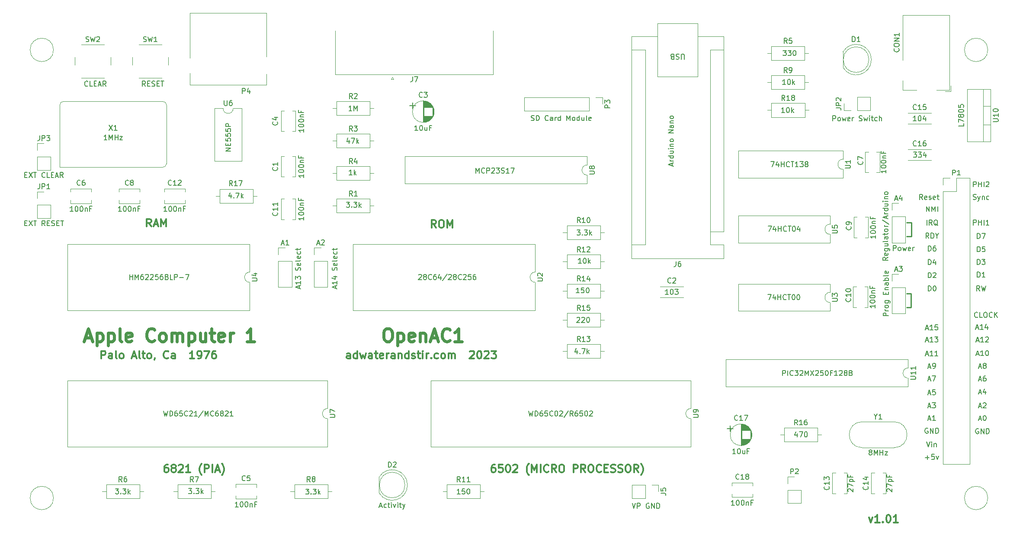
<source format=gbr>
%TF.GenerationSoftware,KiCad,Pcbnew,(6.0.10)*%
%TF.CreationDate,2023-07-26T11:36:41-05:00*%
%TF.ProjectId,Open Apple 1 SBC,4f70656e-2041-4707-906c-652031205342,rev?*%
%TF.SameCoordinates,Original*%
%TF.FileFunction,Legend,Top*%
%TF.FilePolarity,Positive*%
%FSLAX46Y46*%
G04 Gerber Fmt 4.6, Leading zero omitted, Abs format (unit mm)*
G04 Created by KiCad (PCBNEW (6.0.10)) date 2023-07-26 11:36:41*
%MOMM*%
%LPD*%
G01*
G04 APERTURE LIST*
%ADD10C,0.300000*%
%ADD11C,0.250000*%
%ADD12C,0.600000*%
%ADD13C,0.150000*%
%ADD14C,0.120000*%
G04 APERTURE END LIST*
D10*
X212717857Y-132053571D02*
X213075000Y-133053571D01*
X213432142Y-132053571D01*
X214789285Y-133053571D02*
X213932142Y-133053571D01*
X214360714Y-133053571D02*
X214360714Y-131553571D01*
X214217857Y-131767857D01*
X214075000Y-131910714D01*
X213932142Y-131982142D01*
X215432142Y-132910714D02*
X215503571Y-132982142D01*
X215432142Y-133053571D01*
X215360714Y-132982142D01*
X215432142Y-132910714D01*
X215432142Y-133053571D01*
X216432142Y-131553571D02*
X216575000Y-131553571D01*
X216717857Y-131625000D01*
X216789285Y-131696428D01*
X216860714Y-131839285D01*
X216932142Y-132125000D01*
X216932142Y-132482142D01*
X216860714Y-132767857D01*
X216789285Y-132910714D01*
X216717857Y-132982142D01*
X216575000Y-133053571D01*
X216432142Y-133053571D01*
X216289285Y-132982142D01*
X216217857Y-132910714D01*
X216146428Y-132767857D01*
X216075000Y-132482142D01*
X216075000Y-132125000D01*
X216146428Y-131839285D01*
X216217857Y-131696428D01*
X216289285Y-131625000D01*
X216432142Y-131553571D01*
X218360714Y-133053571D02*
X217503571Y-133053571D01*
X217932142Y-133053571D02*
X217932142Y-131553571D01*
X217789285Y-131767857D01*
X217646428Y-131910714D01*
X217503571Y-131982142D01*
D11*
X220062500Y-88300000D02*
X220887500Y-88300000D01*
X220087500Y-74400000D02*
X220912500Y-74400000D01*
X220975000Y-74425000D02*
X220975000Y-77075000D01*
X220950000Y-88325000D02*
X220950000Y-90975000D01*
X220962500Y-77075000D02*
X220087500Y-77075000D01*
X220937500Y-90975000D02*
X220062500Y-90975000D01*
D12*
X118301428Y-95150952D02*
X118777619Y-95150952D01*
X119015714Y-95270000D01*
X119253809Y-95508095D01*
X119372857Y-95984285D01*
X119372857Y-96817619D01*
X119253809Y-97293809D01*
X119015714Y-97531904D01*
X118777619Y-97650952D01*
X118301428Y-97650952D01*
X118063333Y-97531904D01*
X117825238Y-97293809D01*
X117706190Y-96817619D01*
X117706190Y-95984285D01*
X117825238Y-95508095D01*
X118063333Y-95270000D01*
X118301428Y-95150952D01*
X120444285Y-95984285D02*
X120444285Y-98484285D01*
X120444285Y-96103333D02*
X120682380Y-95984285D01*
X121158571Y-95984285D01*
X121396666Y-96103333D01*
X121515714Y-96222380D01*
X121634761Y-96460476D01*
X121634761Y-97174761D01*
X121515714Y-97412857D01*
X121396666Y-97531904D01*
X121158571Y-97650952D01*
X120682380Y-97650952D01*
X120444285Y-97531904D01*
X123658571Y-97531904D02*
X123420476Y-97650952D01*
X122944285Y-97650952D01*
X122706190Y-97531904D01*
X122587142Y-97293809D01*
X122587142Y-96341428D01*
X122706190Y-96103333D01*
X122944285Y-95984285D01*
X123420476Y-95984285D01*
X123658571Y-96103333D01*
X123777619Y-96341428D01*
X123777619Y-96579523D01*
X122587142Y-96817619D01*
X124849047Y-95984285D02*
X124849047Y-97650952D01*
X124849047Y-96222380D02*
X124968095Y-96103333D01*
X125206190Y-95984285D01*
X125563333Y-95984285D01*
X125801428Y-96103333D01*
X125920476Y-96341428D01*
X125920476Y-97650952D01*
X126991904Y-96936666D02*
X128182380Y-96936666D01*
X126753809Y-97650952D02*
X127587142Y-95150952D01*
X128420476Y-97650952D01*
X130682380Y-97412857D02*
X130563333Y-97531904D01*
X130206190Y-97650952D01*
X129968095Y-97650952D01*
X129610952Y-97531904D01*
X129372857Y-97293809D01*
X129253809Y-97055714D01*
X129134761Y-96579523D01*
X129134761Y-96222380D01*
X129253809Y-95746190D01*
X129372857Y-95508095D01*
X129610952Y-95270000D01*
X129968095Y-95150952D01*
X130206190Y-95150952D01*
X130563333Y-95270000D01*
X130682380Y-95389047D01*
X133063333Y-97650952D02*
X131634761Y-97650952D01*
X132349047Y-97650952D02*
X132349047Y-95150952D01*
X132110952Y-95508095D01*
X131872857Y-95746190D01*
X131634761Y-95865238D01*
D10*
X111166428Y-101008571D02*
X111166428Y-100222857D01*
X111095000Y-100080000D01*
X110952142Y-100008571D01*
X110666428Y-100008571D01*
X110523571Y-100080000D01*
X111166428Y-100937142D02*
X111023571Y-101008571D01*
X110666428Y-101008571D01*
X110523571Y-100937142D01*
X110452142Y-100794285D01*
X110452142Y-100651428D01*
X110523571Y-100508571D01*
X110666428Y-100437142D01*
X111023571Y-100437142D01*
X111166428Y-100365714D01*
X112523571Y-101008571D02*
X112523571Y-99508571D01*
X112523571Y-100937142D02*
X112380714Y-101008571D01*
X112095000Y-101008571D01*
X111952142Y-100937142D01*
X111880714Y-100865714D01*
X111809285Y-100722857D01*
X111809285Y-100294285D01*
X111880714Y-100151428D01*
X111952142Y-100080000D01*
X112095000Y-100008571D01*
X112380714Y-100008571D01*
X112523571Y-100080000D01*
X113095000Y-100008571D02*
X113380714Y-101008571D01*
X113666428Y-100294285D01*
X113952142Y-101008571D01*
X114237857Y-100008571D01*
X115452142Y-101008571D02*
X115452142Y-100222857D01*
X115380714Y-100080000D01*
X115237857Y-100008571D01*
X114952142Y-100008571D01*
X114809285Y-100080000D01*
X115452142Y-100937142D02*
X115309285Y-101008571D01*
X114952142Y-101008571D01*
X114809285Y-100937142D01*
X114737857Y-100794285D01*
X114737857Y-100651428D01*
X114809285Y-100508571D01*
X114952142Y-100437142D01*
X115309285Y-100437142D01*
X115452142Y-100365714D01*
X115952142Y-100008571D02*
X116523571Y-100008571D01*
X116166428Y-99508571D02*
X116166428Y-100794285D01*
X116237857Y-100937142D01*
X116380714Y-101008571D01*
X116523571Y-101008571D01*
X117595000Y-100937142D02*
X117452142Y-101008571D01*
X117166428Y-101008571D01*
X117023571Y-100937142D01*
X116952142Y-100794285D01*
X116952142Y-100222857D01*
X117023571Y-100080000D01*
X117166428Y-100008571D01*
X117452142Y-100008571D01*
X117595000Y-100080000D01*
X117666428Y-100222857D01*
X117666428Y-100365714D01*
X116952142Y-100508571D01*
X118309285Y-101008571D02*
X118309285Y-100008571D01*
X118309285Y-100294285D02*
X118380714Y-100151428D01*
X118452142Y-100080000D01*
X118595000Y-100008571D01*
X118737857Y-100008571D01*
X119880714Y-101008571D02*
X119880714Y-100222857D01*
X119809285Y-100080000D01*
X119666428Y-100008571D01*
X119380714Y-100008571D01*
X119237857Y-100080000D01*
X119880714Y-100937142D02*
X119737857Y-101008571D01*
X119380714Y-101008571D01*
X119237857Y-100937142D01*
X119166428Y-100794285D01*
X119166428Y-100651428D01*
X119237857Y-100508571D01*
X119380714Y-100437142D01*
X119737857Y-100437142D01*
X119880714Y-100365714D01*
X120595000Y-100008571D02*
X120595000Y-101008571D01*
X120595000Y-100151428D02*
X120666428Y-100080000D01*
X120809285Y-100008571D01*
X121023571Y-100008571D01*
X121166428Y-100080000D01*
X121237857Y-100222857D01*
X121237857Y-101008571D01*
X122595000Y-101008571D02*
X122595000Y-99508571D01*
X122595000Y-100937142D02*
X122452142Y-101008571D01*
X122166428Y-101008571D01*
X122023571Y-100937142D01*
X121952142Y-100865714D01*
X121880714Y-100722857D01*
X121880714Y-100294285D01*
X121952142Y-100151428D01*
X122023571Y-100080000D01*
X122166428Y-100008571D01*
X122452142Y-100008571D01*
X122595000Y-100080000D01*
X123237857Y-100937142D02*
X123380714Y-101008571D01*
X123666428Y-101008571D01*
X123809285Y-100937142D01*
X123880714Y-100794285D01*
X123880714Y-100722857D01*
X123809285Y-100580000D01*
X123666428Y-100508571D01*
X123452142Y-100508571D01*
X123309285Y-100437142D01*
X123237857Y-100294285D01*
X123237857Y-100222857D01*
X123309285Y-100080000D01*
X123452142Y-100008571D01*
X123666428Y-100008571D01*
X123809285Y-100080000D01*
X124309285Y-100008571D02*
X124880714Y-100008571D01*
X124523571Y-99508571D02*
X124523571Y-100794285D01*
X124595000Y-100937142D01*
X124737857Y-101008571D01*
X124880714Y-101008571D01*
X125380714Y-101008571D02*
X125380714Y-100008571D01*
X125380714Y-99508571D02*
X125309285Y-99580000D01*
X125380714Y-99651428D01*
X125452142Y-99580000D01*
X125380714Y-99508571D01*
X125380714Y-99651428D01*
X126095000Y-101008571D02*
X126095000Y-100008571D01*
X126095000Y-100294285D02*
X126166428Y-100151428D01*
X126237857Y-100080000D01*
X126380714Y-100008571D01*
X126523571Y-100008571D01*
X127023571Y-100865714D02*
X127095000Y-100937142D01*
X127023571Y-101008571D01*
X126952142Y-100937142D01*
X127023571Y-100865714D01*
X127023571Y-101008571D01*
X128380714Y-100937142D02*
X128237857Y-101008571D01*
X127952142Y-101008571D01*
X127809285Y-100937142D01*
X127737857Y-100865714D01*
X127666428Y-100722857D01*
X127666428Y-100294285D01*
X127737857Y-100151428D01*
X127809285Y-100080000D01*
X127952142Y-100008571D01*
X128237857Y-100008571D01*
X128380714Y-100080000D01*
X129237857Y-101008571D02*
X129095000Y-100937142D01*
X129023571Y-100865714D01*
X128952142Y-100722857D01*
X128952142Y-100294285D01*
X129023571Y-100151428D01*
X129095000Y-100080000D01*
X129237857Y-100008571D01*
X129452142Y-100008571D01*
X129595000Y-100080000D01*
X129666428Y-100151428D01*
X129737857Y-100294285D01*
X129737857Y-100722857D01*
X129666428Y-100865714D01*
X129595000Y-100937142D01*
X129452142Y-101008571D01*
X129237857Y-101008571D01*
X130380714Y-101008571D02*
X130380714Y-100008571D01*
X130380714Y-100151428D02*
X130452142Y-100080000D01*
X130595000Y-100008571D01*
X130809285Y-100008571D01*
X130952142Y-100080000D01*
X131023571Y-100222857D01*
X131023571Y-101008571D01*
X131023571Y-100222857D02*
X131095000Y-100080000D01*
X131237857Y-100008571D01*
X131452142Y-100008571D01*
X131595000Y-100080000D01*
X131666428Y-100222857D01*
X131666428Y-101008571D01*
X134595000Y-99651428D02*
X134666428Y-99580000D01*
X134809285Y-99508571D01*
X135166428Y-99508571D01*
X135309285Y-99580000D01*
X135380714Y-99651428D01*
X135452142Y-99794285D01*
X135452142Y-99937142D01*
X135380714Y-100151428D01*
X134523571Y-101008571D01*
X135452142Y-101008571D01*
X136380714Y-99508571D02*
X136523571Y-99508571D01*
X136666428Y-99580000D01*
X136737857Y-99651428D01*
X136809285Y-99794285D01*
X136880714Y-100080000D01*
X136880714Y-100437142D01*
X136809285Y-100722857D01*
X136737857Y-100865714D01*
X136666428Y-100937142D01*
X136523571Y-101008571D01*
X136380714Y-101008571D01*
X136237857Y-100937142D01*
X136166428Y-100865714D01*
X136095000Y-100722857D01*
X136023571Y-100437142D01*
X136023571Y-100080000D01*
X136095000Y-99794285D01*
X136166428Y-99651428D01*
X136237857Y-99580000D01*
X136380714Y-99508571D01*
X137452142Y-99651428D02*
X137523571Y-99580000D01*
X137666428Y-99508571D01*
X138023571Y-99508571D01*
X138166428Y-99580000D01*
X138237857Y-99651428D01*
X138309285Y-99794285D01*
X138309285Y-99937142D01*
X138237857Y-100151428D01*
X137380714Y-101008571D01*
X138309285Y-101008571D01*
X138809285Y-99508571D02*
X139737857Y-99508571D01*
X139237857Y-100080000D01*
X139452142Y-100080000D01*
X139595000Y-100151428D01*
X139666428Y-100222857D01*
X139737857Y-100365714D01*
X139737857Y-100722857D01*
X139666428Y-100865714D01*
X139595000Y-100937142D01*
X139452142Y-101008571D01*
X139023571Y-101008571D01*
X138880714Y-100937142D01*
X138809285Y-100865714D01*
D13*
X233719523Y-100146666D02*
X234195714Y-100146666D01*
X233624285Y-100432380D02*
X233957619Y-99432380D01*
X234290952Y-100432380D01*
X235148095Y-100432380D02*
X234576666Y-100432380D01*
X234862380Y-100432380D02*
X234862380Y-99432380D01*
X234767142Y-99575238D01*
X234671904Y-99670476D01*
X234576666Y-99718095D01*
X235767142Y-99432380D02*
X235862380Y-99432380D01*
X235957619Y-99480000D01*
X236005238Y-99527619D01*
X236052857Y-99622857D01*
X236100476Y-99813333D01*
X236100476Y-100051428D01*
X236052857Y-100241904D01*
X236005238Y-100337142D01*
X235957619Y-100384761D01*
X235862380Y-100432380D01*
X235767142Y-100432380D01*
X235671904Y-100384761D01*
X235624285Y-100337142D01*
X235576666Y-100241904D01*
X235529047Y-100051428D01*
X235529047Y-99813333D01*
X235576666Y-99622857D01*
X235624285Y-99527619D01*
X235671904Y-99480000D01*
X235767142Y-99432380D01*
D10*
X75466428Y-121733571D02*
X75180714Y-121733571D01*
X75037857Y-121805000D01*
X74966428Y-121876428D01*
X74823571Y-122090714D01*
X74752142Y-122376428D01*
X74752142Y-122947857D01*
X74823571Y-123090714D01*
X74895000Y-123162142D01*
X75037857Y-123233571D01*
X75323571Y-123233571D01*
X75466428Y-123162142D01*
X75537857Y-123090714D01*
X75609285Y-122947857D01*
X75609285Y-122590714D01*
X75537857Y-122447857D01*
X75466428Y-122376428D01*
X75323571Y-122305000D01*
X75037857Y-122305000D01*
X74895000Y-122376428D01*
X74823571Y-122447857D01*
X74752142Y-122590714D01*
X76466428Y-122376428D02*
X76323571Y-122305000D01*
X76252142Y-122233571D01*
X76180714Y-122090714D01*
X76180714Y-122019285D01*
X76252142Y-121876428D01*
X76323571Y-121805000D01*
X76466428Y-121733571D01*
X76752142Y-121733571D01*
X76895000Y-121805000D01*
X76966428Y-121876428D01*
X77037857Y-122019285D01*
X77037857Y-122090714D01*
X76966428Y-122233571D01*
X76895000Y-122305000D01*
X76752142Y-122376428D01*
X76466428Y-122376428D01*
X76323571Y-122447857D01*
X76252142Y-122519285D01*
X76180714Y-122662142D01*
X76180714Y-122947857D01*
X76252142Y-123090714D01*
X76323571Y-123162142D01*
X76466428Y-123233571D01*
X76752142Y-123233571D01*
X76895000Y-123162142D01*
X76966428Y-123090714D01*
X77037857Y-122947857D01*
X77037857Y-122662142D01*
X76966428Y-122519285D01*
X76895000Y-122447857D01*
X76752142Y-122376428D01*
X77609285Y-121876428D02*
X77680714Y-121805000D01*
X77823571Y-121733571D01*
X78180714Y-121733571D01*
X78323571Y-121805000D01*
X78395000Y-121876428D01*
X78466428Y-122019285D01*
X78466428Y-122162142D01*
X78395000Y-122376428D01*
X77537857Y-123233571D01*
X78466428Y-123233571D01*
X79895000Y-123233571D02*
X79037857Y-123233571D01*
X79466428Y-123233571D02*
X79466428Y-121733571D01*
X79323571Y-121947857D01*
X79180714Y-122090714D01*
X79037857Y-122162142D01*
X82109285Y-123805000D02*
X82037857Y-123733571D01*
X81895000Y-123519285D01*
X81823571Y-123376428D01*
X81752142Y-123162142D01*
X81680714Y-122805000D01*
X81680714Y-122519285D01*
X81752142Y-122162142D01*
X81823571Y-121947857D01*
X81895000Y-121805000D01*
X82037857Y-121590714D01*
X82109285Y-121519285D01*
X82680714Y-123233571D02*
X82680714Y-121733571D01*
X83252142Y-121733571D01*
X83395000Y-121805000D01*
X83466428Y-121876428D01*
X83537857Y-122019285D01*
X83537857Y-122233571D01*
X83466428Y-122376428D01*
X83395000Y-122447857D01*
X83252142Y-122519285D01*
X82680714Y-122519285D01*
X84180714Y-123233571D02*
X84180714Y-121733571D01*
X84823571Y-122805000D02*
X85537857Y-122805000D01*
X84680714Y-123233571D02*
X85180714Y-121733571D01*
X85680714Y-123233571D01*
X86037857Y-123805000D02*
X86109285Y-123733571D01*
X86252142Y-123519285D01*
X86323571Y-123376428D01*
X86395000Y-123162142D01*
X86466428Y-122805000D01*
X86466428Y-122519285D01*
X86395000Y-122162142D01*
X86323571Y-121947857D01*
X86252142Y-121805000D01*
X86109285Y-121590714D01*
X86037857Y-121519285D01*
D13*
X224285714Y-110366666D02*
X224761904Y-110366666D01*
X224190476Y-110652380D02*
X224523809Y-109652380D01*
X224857142Y-110652380D01*
X225095238Y-109652380D02*
X225714285Y-109652380D01*
X225380952Y-110033333D01*
X225523809Y-110033333D01*
X225619047Y-110080952D01*
X225666666Y-110128571D01*
X225714285Y-110223809D01*
X225714285Y-110461904D01*
X225666666Y-110557142D01*
X225619047Y-110604761D01*
X225523809Y-110652380D01*
X225238095Y-110652380D01*
X225142857Y-110604761D01*
X225095238Y-110557142D01*
X224285714Y-112816666D02*
X224761904Y-112816666D01*
X224190476Y-113102380D02*
X224523809Y-112102380D01*
X224857142Y-113102380D01*
X225714285Y-113102380D02*
X225142857Y-113102380D01*
X225428571Y-113102380D02*
X225428571Y-112102380D01*
X225333333Y-112245238D01*
X225238095Y-112340476D01*
X225142857Y-112388095D01*
X233150000Y-67402380D02*
X233150000Y-66402380D01*
X233530952Y-66402380D01*
X233626190Y-66450000D01*
X233673809Y-66497619D01*
X233721428Y-66592857D01*
X233721428Y-66735714D01*
X233673809Y-66830952D01*
X233626190Y-66878571D01*
X233530952Y-66926190D01*
X233150000Y-66926190D01*
X234150000Y-67402380D02*
X234150000Y-66402380D01*
X234150000Y-66878571D02*
X234721428Y-66878571D01*
X234721428Y-67402380D02*
X234721428Y-66402380D01*
X235197619Y-67402380D02*
X235197619Y-66402380D01*
X235626190Y-66497619D02*
X235673809Y-66450000D01*
X235769047Y-66402380D01*
X236007142Y-66402380D01*
X236102380Y-66450000D01*
X236150000Y-66497619D01*
X236197619Y-66592857D01*
X236197619Y-66688095D01*
X236150000Y-66830952D01*
X235578571Y-67402380D01*
X236197619Y-67402380D01*
X223949761Y-72242380D02*
X223949761Y-71242380D01*
X224521190Y-72242380D01*
X224521190Y-71242380D01*
X224997380Y-72242380D02*
X224997380Y-71242380D01*
X225330714Y-71956666D01*
X225664047Y-71242380D01*
X225664047Y-72242380D01*
X226140238Y-72242380D02*
X226140238Y-71242380D01*
X233102380Y-69844761D02*
X233245238Y-69892380D01*
X233483333Y-69892380D01*
X233578571Y-69844761D01*
X233626190Y-69797142D01*
X233673809Y-69701904D01*
X233673809Y-69606666D01*
X233626190Y-69511428D01*
X233578571Y-69463809D01*
X233483333Y-69416190D01*
X233292857Y-69368571D01*
X233197619Y-69320952D01*
X233150000Y-69273333D01*
X233102380Y-69178095D01*
X233102380Y-69082857D01*
X233150000Y-68987619D01*
X233197619Y-68940000D01*
X233292857Y-68892380D01*
X233530952Y-68892380D01*
X233673809Y-68940000D01*
X234007142Y-69225714D02*
X234245238Y-69892380D01*
X234483333Y-69225714D02*
X234245238Y-69892380D01*
X234150000Y-70130476D01*
X234102380Y-70178095D01*
X234007142Y-70225714D01*
X234864285Y-69225714D02*
X234864285Y-69892380D01*
X234864285Y-69320952D02*
X234911904Y-69273333D01*
X235007142Y-69225714D01*
X235150000Y-69225714D01*
X235245238Y-69273333D01*
X235292857Y-69368571D01*
X235292857Y-69892380D01*
X236197619Y-69844761D02*
X236102380Y-69892380D01*
X235911904Y-69892380D01*
X235816666Y-69844761D01*
X235769047Y-69797142D01*
X235721428Y-69701904D01*
X235721428Y-69416190D01*
X235769047Y-69320952D01*
X235816666Y-69273333D01*
X235911904Y-69225714D01*
X236102380Y-69225714D01*
X236197619Y-69273333D01*
X224306904Y-85192380D02*
X224306904Y-84192380D01*
X224545000Y-84192380D01*
X224687857Y-84240000D01*
X224783095Y-84335238D01*
X224830714Y-84430476D01*
X224878333Y-84620952D01*
X224878333Y-84763809D01*
X224830714Y-84954285D01*
X224783095Y-85049523D01*
X224687857Y-85144761D01*
X224545000Y-85192380D01*
X224306904Y-85192380D01*
X225259285Y-84287619D02*
X225306904Y-84240000D01*
X225402142Y-84192380D01*
X225640238Y-84192380D01*
X225735476Y-84240000D01*
X225783095Y-84287619D01*
X225830714Y-84382857D01*
X225830714Y-84478095D01*
X225783095Y-84620952D01*
X225211666Y-85192380D01*
X225830714Y-85192380D01*
X224425952Y-77472380D02*
X224092619Y-76996190D01*
X223854523Y-77472380D02*
X223854523Y-76472380D01*
X224235476Y-76472380D01*
X224330714Y-76520000D01*
X224378333Y-76567619D01*
X224425952Y-76662857D01*
X224425952Y-76805714D01*
X224378333Y-76900952D01*
X224330714Y-76948571D01*
X224235476Y-76996190D01*
X223854523Y-76996190D01*
X224854523Y-77472380D02*
X224854523Y-76472380D01*
X225092619Y-76472380D01*
X225235476Y-76520000D01*
X225330714Y-76615238D01*
X225378333Y-76710476D01*
X225425952Y-76900952D01*
X225425952Y-77043809D01*
X225378333Y-77234285D01*
X225330714Y-77329523D01*
X225235476Y-77424761D01*
X225092619Y-77472380D01*
X224854523Y-77472380D01*
X226045000Y-76996190D02*
X226045000Y-77472380D01*
X225711666Y-76472380D02*
X226045000Y-76996190D01*
X226378333Y-76472380D01*
X234148095Y-114730000D02*
X234052857Y-114682380D01*
X233910000Y-114682380D01*
X233767142Y-114730000D01*
X233671904Y-114825238D01*
X233624285Y-114920476D01*
X233576666Y-115110952D01*
X233576666Y-115253809D01*
X233624285Y-115444285D01*
X233671904Y-115539523D01*
X233767142Y-115634761D01*
X233910000Y-115682380D01*
X234005238Y-115682380D01*
X234148095Y-115634761D01*
X234195714Y-115587142D01*
X234195714Y-115253809D01*
X234005238Y-115253809D01*
X234624285Y-115682380D02*
X234624285Y-114682380D01*
X235195714Y-115682380D01*
X235195714Y-114682380D01*
X235671904Y-115682380D02*
X235671904Y-114682380D01*
X235910000Y-114682380D01*
X236052857Y-114730000D01*
X236148095Y-114825238D01*
X236195714Y-114920476D01*
X236243333Y-115110952D01*
X236243333Y-115253809D01*
X236195714Y-115444285D01*
X236148095Y-115539523D01*
X236052857Y-115634761D01*
X235910000Y-115682380D01*
X235671904Y-115682380D01*
X223211904Y-69892380D02*
X222878571Y-69416190D01*
X222640476Y-69892380D02*
X222640476Y-68892380D01*
X223021428Y-68892380D01*
X223116666Y-68940000D01*
X223164285Y-68987619D01*
X223211904Y-69082857D01*
X223211904Y-69225714D01*
X223164285Y-69320952D01*
X223116666Y-69368571D01*
X223021428Y-69416190D01*
X222640476Y-69416190D01*
X224021428Y-69844761D02*
X223926190Y-69892380D01*
X223735714Y-69892380D01*
X223640476Y-69844761D01*
X223592857Y-69749523D01*
X223592857Y-69368571D01*
X223640476Y-69273333D01*
X223735714Y-69225714D01*
X223926190Y-69225714D01*
X224021428Y-69273333D01*
X224069047Y-69368571D01*
X224069047Y-69463809D01*
X223592857Y-69559047D01*
X224450000Y-69844761D02*
X224545238Y-69892380D01*
X224735714Y-69892380D01*
X224830952Y-69844761D01*
X224878571Y-69749523D01*
X224878571Y-69701904D01*
X224830952Y-69606666D01*
X224735714Y-69559047D01*
X224592857Y-69559047D01*
X224497619Y-69511428D01*
X224450000Y-69416190D01*
X224450000Y-69368571D01*
X224497619Y-69273333D01*
X224592857Y-69225714D01*
X224735714Y-69225714D01*
X224830952Y-69273333D01*
X225688095Y-69844761D02*
X225592857Y-69892380D01*
X225402380Y-69892380D01*
X225307142Y-69844761D01*
X225259523Y-69749523D01*
X225259523Y-69368571D01*
X225307142Y-69273333D01*
X225402380Y-69225714D01*
X225592857Y-69225714D01*
X225688095Y-69273333D01*
X225735714Y-69368571D01*
X225735714Y-69463809D01*
X225259523Y-69559047D01*
X226021428Y-69225714D02*
X226402380Y-69225714D01*
X226164285Y-68892380D02*
X226164285Y-69749523D01*
X226211904Y-69844761D01*
X226307142Y-69892380D01*
X226402380Y-69892380D01*
X224306904Y-79962380D02*
X224306904Y-78962380D01*
X224545000Y-78962380D01*
X224687857Y-79010000D01*
X224783095Y-79105238D01*
X224830714Y-79200476D01*
X224878333Y-79390952D01*
X224878333Y-79533809D01*
X224830714Y-79724285D01*
X224783095Y-79819523D01*
X224687857Y-79914761D01*
X224545000Y-79962380D01*
X224306904Y-79962380D01*
X225735476Y-78962380D02*
X225545000Y-78962380D01*
X225449761Y-79010000D01*
X225402142Y-79057619D01*
X225306904Y-79200476D01*
X225259285Y-79390952D01*
X225259285Y-79771904D01*
X225306904Y-79867142D01*
X225354523Y-79914761D01*
X225449761Y-79962380D01*
X225640238Y-79962380D01*
X225735476Y-79914761D01*
X225783095Y-79867142D01*
X225830714Y-79771904D01*
X225830714Y-79533809D01*
X225783095Y-79438571D01*
X225735476Y-79390952D01*
X225640238Y-79343333D01*
X225449761Y-79343333D01*
X225354523Y-79390952D01*
X225306904Y-79438571D01*
X225259285Y-79533809D01*
X234195714Y-107676666D02*
X234671904Y-107676666D01*
X234100476Y-107962380D02*
X234433809Y-106962380D01*
X234767142Y-107962380D01*
X235529047Y-107295714D02*
X235529047Y-107962380D01*
X235290952Y-106914761D02*
X235052857Y-107629047D01*
X235671904Y-107629047D01*
X223976190Y-117277380D02*
X224309523Y-118277380D01*
X224642857Y-117277380D01*
X224976190Y-118277380D02*
X224976190Y-117610714D01*
X224976190Y-117277380D02*
X224928571Y-117325000D01*
X224976190Y-117372619D01*
X225023809Y-117325000D01*
X224976190Y-117277380D01*
X224976190Y-117372619D01*
X225452380Y-117610714D02*
X225452380Y-118277380D01*
X225452380Y-117705952D02*
X225500000Y-117658333D01*
X225595238Y-117610714D01*
X225738095Y-117610714D01*
X225833333Y-117658333D01*
X225880952Y-117753571D01*
X225880952Y-118277380D01*
X233911904Y-82592380D02*
X233911904Y-81592380D01*
X234150000Y-81592380D01*
X234292857Y-81640000D01*
X234388095Y-81735238D01*
X234435714Y-81830476D01*
X234483333Y-82020952D01*
X234483333Y-82163809D01*
X234435714Y-82354285D01*
X234388095Y-82449523D01*
X234292857Y-82544761D01*
X234150000Y-82592380D01*
X233911904Y-82592380D01*
X234816666Y-81592380D02*
X235435714Y-81592380D01*
X235102380Y-81973333D01*
X235245238Y-81973333D01*
X235340476Y-82020952D01*
X235388095Y-82068571D01*
X235435714Y-82163809D01*
X235435714Y-82401904D01*
X235388095Y-82497142D01*
X235340476Y-82544761D01*
X235245238Y-82592380D01*
X234959523Y-82592380D01*
X234864285Y-82544761D01*
X234816666Y-82497142D01*
X223809523Y-95116666D02*
X224285714Y-95116666D01*
X223714285Y-95402380D02*
X224047619Y-94402380D01*
X224380952Y-95402380D01*
X225238095Y-95402380D02*
X224666666Y-95402380D01*
X224952380Y-95402380D02*
X224952380Y-94402380D01*
X224857142Y-94545238D01*
X224761904Y-94640476D01*
X224666666Y-94688095D01*
X226142857Y-94402380D02*
X225666666Y-94402380D01*
X225619047Y-94878571D01*
X225666666Y-94830952D01*
X225761904Y-94783333D01*
X226000000Y-94783333D01*
X226095238Y-94830952D01*
X226142857Y-94878571D01*
X226190476Y-94973809D01*
X226190476Y-95211904D01*
X226142857Y-95307142D01*
X226095238Y-95354761D01*
X226000000Y-95402380D01*
X225761904Y-95402380D01*
X225666666Y-95354761D01*
X225619047Y-95307142D01*
X223809523Y-100166666D02*
X224285714Y-100166666D01*
X223714285Y-100452380D02*
X224047619Y-99452380D01*
X224380952Y-100452380D01*
X225238095Y-100452380D02*
X224666666Y-100452380D01*
X224952380Y-100452380D02*
X224952380Y-99452380D01*
X224857142Y-99595238D01*
X224761904Y-99690476D01*
X224666666Y-99738095D01*
X226190476Y-100452380D02*
X225619047Y-100452380D01*
X225904761Y-100452380D02*
X225904761Y-99452380D01*
X225809523Y-99595238D01*
X225714285Y-99690476D01*
X225619047Y-99738095D01*
X233980952Y-92857142D02*
X233933333Y-92904761D01*
X233790476Y-92952380D01*
X233695238Y-92952380D01*
X233552380Y-92904761D01*
X233457142Y-92809523D01*
X233409523Y-92714285D01*
X233361904Y-92523809D01*
X233361904Y-92380952D01*
X233409523Y-92190476D01*
X233457142Y-92095238D01*
X233552380Y-92000000D01*
X233695238Y-91952380D01*
X233790476Y-91952380D01*
X233933333Y-92000000D01*
X233980952Y-92047619D01*
X234885714Y-92952380D02*
X234409523Y-92952380D01*
X234409523Y-91952380D01*
X235409523Y-91952380D02*
X235600000Y-91952380D01*
X235695238Y-92000000D01*
X235790476Y-92095238D01*
X235838095Y-92285714D01*
X235838095Y-92619047D01*
X235790476Y-92809523D01*
X235695238Y-92904761D01*
X235600000Y-92952380D01*
X235409523Y-92952380D01*
X235314285Y-92904761D01*
X235219047Y-92809523D01*
X235171428Y-92619047D01*
X235171428Y-92285714D01*
X235219047Y-92095238D01*
X235314285Y-92000000D01*
X235409523Y-91952380D01*
X236838095Y-92857142D02*
X236790476Y-92904761D01*
X236647619Y-92952380D01*
X236552380Y-92952380D01*
X236409523Y-92904761D01*
X236314285Y-92809523D01*
X236266666Y-92714285D01*
X236219047Y-92523809D01*
X236219047Y-92380952D01*
X236266666Y-92190476D01*
X236314285Y-92095238D01*
X236409523Y-92000000D01*
X236552380Y-91952380D01*
X236647619Y-91952380D01*
X236790476Y-92000000D01*
X236838095Y-92047619D01*
X237266666Y-92952380D02*
X237266666Y-91952380D01*
X237838095Y-92952380D02*
X237409523Y-92380952D01*
X237838095Y-91952380D02*
X237266666Y-92523809D01*
X224238095Y-114650000D02*
X224142857Y-114602380D01*
X224000000Y-114602380D01*
X223857142Y-114650000D01*
X223761904Y-114745238D01*
X223714285Y-114840476D01*
X223666666Y-115030952D01*
X223666666Y-115173809D01*
X223714285Y-115364285D01*
X223761904Y-115459523D01*
X223857142Y-115554761D01*
X224000000Y-115602380D01*
X224095238Y-115602380D01*
X224238095Y-115554761D01*
X224285714Y-115507142D01*
X224285714Y-115173809D01*
X224095238Y-115173809D01*
X224714285Y-115602380D02*
X224714285Y-114602380D01*
X225285714Y-115602380D01*
X225285714Y-114602380D01*
X225761904Y-115602380D02*
X225761904Y-114602380D01*
X226000000Y-114602380D01*
X226142857Y-114650000D01*
X226238095Y-114745238D01*
X226285714Y-114840476D01*
X226333333Y-115030952D01*
X226333333Y-115173809D01*
X226285714Y-115364285D01*
X226238095Y-115459523D01*
X226142857Y-115554761D01*
X226000000Y-115602380D01*
X225761904Y-115602380D01*
X224306904Y-82622380D02*
X224306904Y-81622380D01*
X224545000Y-81622380D01*
X224687857Y-81670000D01*
X224783095Y-81765238D01*
X224830714Y-81860476D01*
X224878333Y-82050952D01*
X224878333Y-82193809D01*
X224830714Y-82384285D01*
X224783095Y-82479523D01*
X224687857Y-82574761D01*
X224545000Y-82622380D01*
X224306904Y-82622380D01*
X225735476Y-81955714D02*
X225735476Y-82622380D01*
X225497380Y-81574761D02*
X225259285Y-82289047D01*
X225878333Y-82289047D01*
X223809523Y-97466666D02*
X224285714Y-97466666D01*
X223714285Y-97752380D02*
X224047619Y-96752380D01*
X224380952Y-97752380D01*
X225238095Y-97752380D02*
X224666666Y-97752380D01*
X224952380Y-97752380D02*
X224952380Y-96752380D01*
X224857142Y-96895238D01*
X224761904Y-96990476D01*
X224666666Y-97038095D01*
X225571428Y-96752380D02*
X226190476Y-96752380D01*
X225857142Y-97133333D01*
X226000000Y-97133333D01*
X226095238Y-97180952D01*
X226142857Y-97228571D01*
X226190476Y-97323809D01*
X226190476Y-97561904D01*
X226142857Y-97657142D01*
X226095238Y-97704761D01*
X226000000Y-97752380D01*
X225714285Y-97752380D01*
X225619047Y-97704761D01*
X225571428Y-97657142D01*
D10*
X127946428Y-75403571D02*
X127446428Y-74689285D01*
X127089285Y-75403571D02*
X127089285Y-73903571D01*
X127660714Y-73903571D01*
X127803571Y-73975000D01*
X127875000Y-74046428D01*
X127946428Y-74189285D01*
X127946428Y-74403571D01*
X127875000Y-74546428D01*
X127803571Y-74617857D01*
X127660714Y-74689285D01*
X127089285Y-74689285D01*
X128875000Y-73903571D02*
X129160714Y-73903571D01*
X129303571Y-73975000D01*
X129446428Y-74117857D01*
X129517857Y-74403571D01*
X129517857Y-74903571D01*
X129446428Y-75189285D01*
X129303571Y-75332142D01*
X129160714Y-75403571D01*
X128875000Y-75403571D01*
X128732142Y-75332142D01*
X128589285Y-75189285D01*
X128517857Y-74903571D01*
X128517857Y-74403571D01*
X128589285Y-74117857D01*
X128732142Y-73975000D01*
X128875000Y-73903571D01*
X130160714Y-75403571D02*
X130160714Y-73903571D01*
X130660714Y-74975000D01*
X131160714Y-73903571D01*
X131160714Y-75403571D01*
D13*
X233719523Y-97486666D02*
X234195714Y-97486666D01*
X233624285Y-97772380D02*
X233957619Y-96772380D01*
X234290952Y-97772380D01*
X235148095Y-97772380D02*
X234576666Y-97772380D01*
X234862380Y-97772380D02*
X234862380Y-96772380D01*
X234767142Y-96915238D01*
X234671904Y-97010476D01*
X234576666Y-97058095D01*
X235529047Y-96867619D02*
X235576666Y-96820000D01*
X235671904Y-96772380D01*
X235910000Y-96772380D01*
X236005238Y-96820000D01*
X236052857Y-96867619D01*
X236100476Y-96962857D01*
X236100476Y-97058095D01*
X236052857Y-97200952D01*
X235481428Y-97772380D01*
X236100476Y-97772380D01*
X233629523Y-95006666D02*
X234105714Y-95006666D01*
X233534285Y-95292380D02*
X233867619Y-94292380D01*
X234200952Y-95292380D01*
X235058095Y-95292380D02*
X234486666Y-95292380D01*
X234772380Y-95292380D02*
X234772380Y-94292380D01*
X234677142Y-94435238D01*
X234581904Y-94530476D01*
X234486666Y-94578095D01*
X235915238Y-94625714D02*
X235915238Y-95292380D01*
X235677142Y-94244761D02*
X235439047Y-94959047D01*
X236058095Y-94959047D01*
D10*
X72214285Y-75203571D02*
X71714285Y-74489285D01*
X71357142Y-75203571D02*
X71357142Y-73703571D01*
X71928571Y-73703571D01*
X72071428Y-73775000D01*
X72142857Y-73846428D01*
X72214285Y-73989285D01*
X72214285Y-74203571D01*
X72142857Y-74346428D01*
X72071428Y-74417857D01*
X71928571Y-74489285D01*
X71357142Y-74489285D01*
X72785714Y-74775000D02*
X73500000Y-74775000D01*
X72642857Y-75203571D02*
X73142857Y-73703571D01*
X73642857Y-75203571D01*
X74142857Y-75203571D02*
X74142857Y-73703571D01*
X74642857Y-74775000D01*
X75142857Y-73703571D01*
X75142857Y-75203571D01*
D13*
X223761904Y-120346428D02*
X224523809Y-120346428D01*
X224142857Y-120727380D02*
X224142857Y-119965476D01*
X225476190Y-119727380D02*
X225000000Y-119727380D01*
X224952380Y-120203571D01*
X225000000Y-120155952D01*
X225095238Y-120108333D01*
X225333333Y-120108333D01*
X225428571Y-120155952D01*
X225476190Y-120203571D01*
X225523809Y-120298809D01*
X225523809Y-120536904D01*
X225476190Y-120632142D01*
X225428571Y-120679761D01*
X225333333Y-120727380D01*
X225095238Y-120727380D01*
X225000000Y-120679761D01*
X224952380Y-120632142D01*
X225857142Y-120060714D02*
X226095238Y-120727380D01*
X226333333Y-120060714D01*
X234195714Y-112836666D02*
X234671904Y-112836666D01*
X234100476Y-113122380D02*
X234433809Y-112122380D01*
X234767142Y-113122380D01*
X235290952Y-112122380D02*
X235386190Y-112122380D01*
X235481428Y-112170000D01*
X235529047Y-112217619D01*
X235576666Y-112312857D01*
X235624285Y-112503333D01*
X235624285Y-112741428D01*
X235576666Y-112931904D01*
X235529047Y-113027142D01*
X235481428Y-113074761D01*
X235386190Y-113122380D01*
X235290952Y-113122380D01*
X235195714Y-113074761D01*
X235148095Y-113027142D01*
X235100476Y-112931904D01*
X235052857Y-112741428D01*
X235052857Y-112503333D01*
X235100476Y-112312857D01*
X235148095Y-112217619D01*
X235195714Y-112170000D01*
X235290952Y-112122380D01*
X233911904Y-85082380D02*
X233911904Y-84082380D01*
X234150000Y-84082380D01*
X234292857Y-84130000D01*
X234388095Y-84225238D01*
X234435714Y-84320476D01*
X234483333Y-84510952D01*
X234483333Y-84653809D01*
X234435714Y-84844285D01*
X234388095Y-84939523D01*
X234292857Y-85034761D01*
X234150000Y-85082380D01*
X233911904Y-85082380D01*
X235435714Y-85082380D02*
X234864285Y-85082380D01*
X235150000Y-85082380D02*
X235150000Y-84082380D01*
X235054761Y-84225238D01*
X234959523Y-84320476D01*
X234864285Y-84368095D01*
X233150000Y-74872380D02*
X233150000Y-73872380D01*
X233530952Y-73872380D01*
X233626190Y-73920000D01*
X233673809Y-73967619D01*
X233721428Y-74062857D01*
X233721428Y-74205714D01*
X233673809Y-74300952D01*
X233626190Y-74348571D01*
X233530952Y-74396190D01*
X233150000Y-74396190D01*
X234150000Y-74872380D02*
X234150000Y-73872380D01*
X234150000Y-74348571D02*
X234721428Y-74348571D01*
X234721428Y-74872380D02*
X234721428Y-73872380D01*
X235197619Y-74872380D02*
X235197619Y-73872380D01*
X236197619Y-74872380D02*
X235626190Y-74872380D01*
X235911904Y-74872380D02*
X235911904Y-73872380D01*
X235816666Y-74015238D01*
X235721428Y-74110476D01*
X235626190Y-74158095D01*
X234195714Y-102636666D02*
X234671904Y-102636666D01*
X234100476Y-102922380D02*
X234433809Y-101922380D01*
X234767142Y-102922380D01*
X235243333Y-102350952D02*
X235148095Y-102303333D01*
X235100476Y-102255714D01*
X235052857Y-102160476D01*
X235052857Y-102112857D01*
X235100476Y-102017619D01*
X235148095Y-101970000D01*
X235243333Y-101922380D01*
X235433809Y-101922380D01*
X235529047Y-101970000D01*
X235576666Y-102017619D01*
X235624285Y-102112857D01*
X235624285Y-102160476D01*
X235576666Y-102255714D01*
X235529047Y-102303333D01*
X235433809Y-102350952D01*
X235243333Y-102350952D01*
X235148095Y-102398571D01*
X235100476Y-102446190D01*
X235052857Y-102541428D01*
X235052857Y-102731904D01*
X235100476Y-102827142D01*
X235148095Y-102874761D01*
X235243333Y-102922380D01*
X235433809Y-102922380D01*
X235529047Y-102874761D01*
X235576666Y-102827142D01*
X235624285Y-102731904D01*
X235624285Y-102541428D01*
X235576666Y-102446190D01*
X235529047Y-102398571D01*
X235433809Y-102350952D01*
X224021190Y-74902380D02*
X224021190Y-73902380D01*
X225068809Y-74902380D02*
X224735476Y-74426190D01*
X224497380Y-74902380D02*
X224497380Y-73902380D01*
X224878333Y-73902380D01*
X224973571Y-73950000D01*
X225021190Y-73997619D01*
X225068809Y-74092857D01*
X225068809Y-74235714D01*
X225021190Y-74330952D01*
X224973571Y-74378571D01*
X224878333Y-74426190D01*
X224497380Y-74426190D01*
X226164047Y-74997619D02*
X226068809Y-74950000D01*
X225973571Y-74854761D01*
X225830714Y-74711904D01*
X225735476Y-74664285D01*
X225640238Y-74664285D01*
X225687857Y-74902380D02*
X225592619Y-74854761D01*
X225497380Y-74759523D01*
X225449761Y-74569047D01*
X225449761Y-74235714D01*
X225497380Y-74045238D01*
X225592619Y-73950000D01*
X225687857Y-73902380D01*
X225878333Y-73902380D01*
X225973571Y-73950000D01*
X226068809Y-74045238D01*
X226116428Y-74235714D01*
X226116428Y-74569047D01*
X226068809Y-74759523D01*
X225973571Y-74854761D01*
X225878333Y-74902380D01*
X225687857Y-74902380D01*
X224285714Y-102641666D02*
X224761904Y-102641666D01*
X224190476Y-102927380D02*
X224523809Y-101927380D01*
X224857142Y-102927380D01*
X225238095Y-102927380D02*
X225428571Y-102927380D01*
X225523809Y-102879761D01*
X225571428Y-102832142D01*
X225666666Y-102689285D01*
X225714285Y-102498809D01*
X225714285Y-102117857D01*
X225666666Y-102022619D01*
X225619047Y-101975000D01*
X225523809Y-101927380D01*
X225333333Y-101927380D01*
X225238095Y-101975000D01*
X225190476Y-102022619D01*
X225142857Y-102117857D01*
X225142857Y-102355952D01*
X225190476Y-102451190D01*
X225238095Y-102498809D01*
X225333333Y-102546428D01*
X225523809Y-102546428D01*
X225619047Y-102498809D01*
X225666666Y-102451190D01*
X225714285Y-102355952D01*
X224285714Y-107791666D02*
X224761904Y-107791666D01*
X224190476Y-108077380D02*
X224523809Y-107077380D01*
X224857142Y-108077380D01*
X225666666Y-107077380D02*
X225190476Y-107077380D01*
X225142857Y-107553571D01*
X225190476Y-107505952D01*
X225285714Y-107458333D01*
X225523809Y-107458333D01*
X225619047Y-107505952D01*
X225666666Y-107553571D01*
X225714285Y-107648809D01*
X225714285Y-107886904D01*
X225666666Y-107982142D01*
X225619047Y-108029761D01*
X225523809Y-108077380D01*
X225285714Y-108077380D01*
X225190476Y-108029761D01*
X225142857Y-107982142D01*
X233911904Y-77532380D02*
X233911904Y-76532380D01*
X234150000Y-76532380D01*
X234292857Y-76580000D01*
X234388095Y-76675238D01*
X234435714Y-76770476D01*
X234483333Y-76960952D01*
X234483333Y-77103809D01*
X234435714Y-77294285D01*
X234388095Y-77389523D01*
X234292857Y-77484761D01*
X234150000Y-77532380D01*
X233911904Y-77532380D01*
X234816666Y-76532380D02*
X235483333Y-76532380D01*
X235054761Y-77532380D01*
X234195714Y-110376666D02*
X234671904Y-110376666D01*
X234100476Y-110662380D02*
X234433809Y-109662380D01*
X234767142Y-110662380D01*
X235052857Y-109757619D02*
X235100476Y-109710000D01*
X235195714Y-109662380D01*
X235433809Y-109662380D01*
X235529047Y-109710000D01*
X235576666Y-109757619D01*
X235624285Y-109852857D01*
X235624285Y-109948095D01*
X235576666Y-110090952D01*
X235005238Y-110662380D01*
X235624285Y-110662380D01*
X224285714Y-105091666D02*
X224761904Y-105091666D01*
X224190476Y-105377380D02*
X224523809Y-104377380D01*
X224857142Y-105377380D01*
X225095238Y-104377380D02*
X225761904Y-104377380D01*
X225333333Y-105377380D01*
X224306904Y-87772380D02*
X224306904Y-86772380D01*
X224545000Y-86772380D01*
X224687857Y-86820000D01*
X224783095Y-86915238D01*
X224830714Y-87010476D01*
X224878333Y-87200952D01*
X224878333Y-87343809D01*
X224830714Y-87534285D01*
X224783095Y-87629523D01*
X224687857Y-87724761D01*
X224545000Y-87772380D01*
X224306904Y-87772380D01*
X225497380Y-86772380D02*
X225592619Y-86772380D01*
X225687857Y-86820000D01*
X225735476Y-86867619D01*
X225783095Y-86962857D01*
X225830714Y-87153333D01*
X225830714Y-87391428D01*
X225783095Y-87581904D01*
X225735476Y-87677142D01*
X225687857Y-87724761D01*
X225592619Y-87772380D01*
X225497380Y-87772380D01*
X225402142Y-87724761D01*
X225354523Y-87677142D01*
X225306904Y-87581904D01*
X225259285Y-87391428D01*
X225259285Y-87153333D01*
X225306904Y-86962857D01*
X225354523Y-86867619D01*
X225402142Y-86820000D01*
X225497380Y-86772380D01*
X234195714Y-105126666D02*
X234671904Y-105126666D01*
X234100476Y-105412380D02*
X234433809Y-104412380D01*
X234767142Y-105412380D01*
X235529047Y-104412380D02*
X235338571Y-104412380D01*
X235243333Y-104460000D01*
X235195714Y-104507619D01*
X235100476Y-104650476D01*
X235052857Y-104840952D01*
X235052857Y-105221904D01*
X235100476Y-105317142D01*
X235148095Y-105364761D01*
X235243333Y-105412380D01*
X235433809Y-105412380D01*
X235529047Y-105364761D01*
X235576666Y-105317142D01*
X235624285Y-105221904D01*
X235624285Y-104983809D01*
X235576666Y-104888571D01*
X235529047Y-104840952D01*
X235433809Y-104793333D01*
X235243333Y-104793333D01*
X235148095Y-104840952D01*
X235100476Y-104888571D01*
X235052857Y-104983809D01*
D10*
X62445714Y-101008571D02*
X62445714Y-99508571D01*
X63017142Y-99508571D01*
X63160000Y-99580000D01*
X63231428Y-99651428D01*
X63302857Y-99794285D01*
X63302857Y-100008571D01*
X63231428Y-100151428D01*
X63160000Y-100222857D01*
X63017142Y-100294285D01*
X62445714Y-100294285D01*
X64588571Y-101008571D02*
X64588571Y-100222857D01*
X64517142Y-100080000D01*
X64374285Y-100008571D01*
X64088571Y-100008571D01*
X63945714Y-100080000D01*
X64588571Y-100937142D02*
X64445714Y-101008571D01*
X64088571Y-101008571D01*
X63945714Y-100937142D01*
X63874285Y-100794285D01*
X63874285Y-100651428D01*
X63945714Y-100508571D01*
X64088571Y-100437142D01*
X64445714Y-100437142D01*
X64588571Y-100365714D01*
X65517142Y-101008571D02*
X65374285Y-100937142D01*
X65302857Y-100794285D01*
X65302857Y-99508571D01*
X66302857Y-101008571D02*
X66160000Y-100937142D01*
X66088571Y-100865714D01*
X66017142Y-100722857D01*
X66017142Y-100294285D01*
X66088571Y-100151428D01*
X66160000Y-100080000D01*
X66302857Y-100008571D01*
X66517142Y-100008571D01*
X66660000Y-100080000D01*
X66731428Y-100151428D01*
X66802857Y-100294285D01*
X66802857Y-100722857D01*
X66731428Y-100865714D01*
X66660000Y-100937142D01*
X66517142Y-101008571D01*
X66302857Y-101008571D01*
X68517142Y-100580000D02*
X69231428Y-100580000D01*
X68374285Y-101008571D02*
X68874285Y-99508571D01*
X69374285Y-101008571D01*
X70088571Y-101008571D02*
X69945714Y-100937142D01*
X69874285Y-100794285D01*
X69874285Y-99508571D01*
X70445714Y-100008571D02*
X71017142Y-100008571D01*
X70660000Y-99508571D02*
X70660000Y-100794285D01*
X70731428Y-100937142D01*
X70874285Y-101008571D01*
X71017142Y-101008571D01*
X71731428Y-101008571D02*
X71588571Y-100937142D01*
X71517142Y-100865714D01*
X71445714Y-100722857D01*
X71445714Y-100294285D01*
X71517142Y-100151428D01*
X71588571Y-100080000D01*
X71731428Y-100008571D01*
X71945714Y-100008571D01*
X72088571Y-100080000D01*
X72160000Y-100151428D01*
X72231428Y-100294285D01*
X72231428Y-100722857D01*
X72160000Y-100865714D01*
X72088571Y-100937142D01*
X71945714Y-101008571D01*
X71731428Y-101008571D01*
X72945714Y-100937142D02*
X72945714Y-101008571D01*
X72874285Y-101151428D01*
X72802857Y-101222857D01*
X75588571Y-100865714D02*
X75517142Y-100937142D01*
X75302857Y-101008571D01*
X75160000Y-101008571D01*
X74945714Y-100937142D01*
X74802857Y-100794285D01*
X74731428Y-100651428D01*
X74660000Y-100365714D01*
X74660000Y-100151428D01*
X74731428Y-99865714D01*
X74802857Y-99722857D01*
X74945714Y-99580000D01*
X75160000Y-99508571D01*
X75302857Y-99508571D01*
X75517142Y-99580000D01*
X75588571Y-99651428D01*
X76874285Y-101008571D02*
X76874285Y-100222857D01*
X76802857Y-100080000D01*
X76660000Y-100008571D01*
X76374285Y-100008571D01*
X76231428Y-100080000D01*
X76874285Y-100937142D02*
X76731428Y-101008571D01*
X76374285Y-101008571D01*
X76231428Y-100937142D01*
X76160000Y-100794285D01*
X76160000Y-100651428D01*
X76231428Y-100508571D01*
X76374285Y-100437142D01*
X76731428Y-100437142D01*
X76874285Y-100365714D01*
X80660000Y-101008571D02*
X79802857Y-101008571D01*
X80231428Y-101008571D02*
X80231428Y-99508571D01*
X80088571Y-99722857D01*
X79945714Y-99865714D01*
X79802857Y-99937142D01*
X81374285Y-101008571D02*
X81660000Y-101008571D01*
X81802857Y-100937142D01*
X81874285Y-100865714D01*
X82017142Y-100651428D01*
X82088571Y-100365714D01*
X82088571Y-99794285D01*
X82017142Y-99651428D01*
X81945714Y-99580000D01*
X81802857Y-99508571D01*
X81517142Y-99508571D01*
X81374285Y-99580000D01*
X81302857Y-99651428D01*
X81231428Y-99794285D01*
X81231428Y-100151428D01*
X81302857Y-100294285D01*
X81374285Y-100365714D01*
X81517142Y-100437142D01*
X81802857Y-100437142D01*
X81945714Y-100365714D01*
X82017142Y-100294285D01*
X82088571Y-100151428D01*
X82588571Y-99508571D02*
X83588571Y-99508571D01*
X82945714Y-101008571D01*
X84802857Y-99508571D02*
X84517142Y-99508571D01*
X84374285Y-99580000D01*
X84302857Y-99651428D01*
X84160000Y-99865714D01*
X84088571Y-100151428D01*
X84088571Y-100722857D01*
X84160000Y-100865714D01*
X84231428Y-100937142D01*
X84374285Y-101008571D01*
X84660000Y-101008571D01*
X84802857Y-100937142D01*
X84874285Y-100865714D01*
X84945714Y-100722857D01*
X84945714Y-100365714D01*
X84874285Y-100222857D01*
X84802857Y-100151428D01*
X84660000Y-100080000D01*
X84374285Y-100080000D01*
X84231428Y-100151428D01*
X84160000Y-100222857D01*
X84088571Y-100365714D01*
X139491428Y-121733571D02*
X139205714Y-121733571D01*
X139062857Y-121805000D01*
X138991428Y-121876428D01*
X138848571Y-122090714D01*
X138777142Y-122376428D01*
X138777142Y-122947857D01*
X138848571Y-123090714D01*
X138920000Y-123162142D01*
X139062857Y-123233571D01*
X139348571Y-123233571D01*
X139491428Y-123162142D01*
X139562857Y-123090714D01*
X139634285Y-122947857D01*
X139634285Y-122590714D01*
X139562857Y-122447857D01*
X139491428Y-122376428D01*
X139348571Y-122305000D01*
X139062857Y-122305000D01*
X138920000Y-122376428D01*
X138848571Y-122447857D01*
X138777142Y-122590714D01*
X140991428Y-121733571D02*
X140277142Y-121733571D01*
X140205714Y-122447857D01*
X140277142Y-122376428D01*
X140420000Y-122305000D01*
X140777142Y-122305000D01*
X140920000Y-122376428D01*
X140991428Y-122447857D01*
X141062857Y-122590714D01*
X141062857Y-122947857D01*
X140991428Y-123090714D01*
X140920000Y-123162142D01*
X140777142Y-123233571D01*
X140420000Y-123233571D01*
X140277142Y-123162142D01*
X140205714Y-123090714D01*
X141991428Y-121733571D02*
X142134285Y-121733571D01*
X142277142Y-121805000D01*
X142348571Y-121876428D01*
X142420000Y-122019285D01*
X142491428Y-122305000D01*
X142491428Y-122662142D01*
X142420000Y-122947857D01*
X142348571Y-123090714D01*
X142277142Y-123162142D01*
X142134285Y-123233571D01*
X141991428Y-123233571D01*
X141848571Y-123162142D01*
X141777142Y-123090714D01*
X141705714Y-122947857D01*
X141634285Y-122662142D01*
X141634285Y-122305000D01*
X141705714Y-122019285D01*
X141777142Y-121876428D01*
X141848571Y-121805000D01*
X141991428Y-121733571D01*
X143062857Y-121876428D02*
X143134285Y-121805000D01*
X143277142Y-121733571D01*
X143634285Y-121733571D01*
X143777142Y-121805000D01*
X143848571Y-121876428D01*
X143920000Y-122019285D01*
X143920000Y-122162142D01*
X143848571Y-122376428D01*
X142991428Y-123233571D01*
X143920000Y-123233571D01*
X146134285Y-123805000D02*
X146062857Y-123733571D01*
X145920000Y-123519285D01*
X145848571Y-123376428D01*
X145777142Y-123162142D01*
X145705714Y-122805000D01*
X145705714Y-122519285D01*
X145777142Y-122162142D01*
X145848571Y-121947857D01*
X145920000Y-121805000D01*
X146062857Y-121590714D01*
X146134285Y-121519285D01*
X146705714Y-123233571D02*
X146705714Y-121733571D01*
X147205714Y-122805000D01*
X147705714Y-121733571D01*
X147705714Y-123233571D01*
X148420000Y-123233571D02*
X148420000Y-121733571D01*
X149991428Y-123090714D02*
X149920000Y-123162142D01*
X149705714Y-123233571D01*
X149562857Y-123233571D01*
X149348571Y-123162142D01*
X149205714Y-123019285D01*
X149134285Y-122876428D01*
X149062857Y-122590714D01*
X149062857Y-122376428D01*
X149134285Y-122090714D01*
X149205714Y-121947857D01*
X149348571Y-121805000D01*
X149562857Y-121733571D01*
X149705714Y-121733571D01*
X149920000Y-121805000D01*
X149991428Y-121876428D01*
X151491428Y-123233571D02*
X150991428Y-122519285D01*
X150634285Y-123233571D02*
X150634285Y-121733571D01*
X151205714Y-121733571D01*
X151348571Y-121805000D01*
X151420000Y-121876428D01*
X151491428Y-122019285D01*
X151491428Y-122233571D01*
X151420000Y-122376428D01*
X151348571Y-122447857D01*
X151205714Y-122519285D01*
X150634285Y-122519285D01*
X152420000Y-121733571D02*
X152705714Y-121733571D01*
X152848571Y-121805000D01*
X152991428Y-121947857D01*
X153062857Y-122233571D01*
X153062857Y-122733571D01*
X152991428Y-123019285D01*
X152848571Y-123162142D01*
X152705714Y-123233571D01*
X152420000Y-123233571D01*
X152277142Y-123162142D01*
X152134285Y-123019285D01*
X152062857Y-122733571D01*
X152062857Y-122233571D01*
X152134285Y-121947857D01*
X152277142Y-121805000D01*
X152420000Y-121733571D01*
X154848571Y-123233571D02*
X154848571Y-121733571D01*
X155420000Y-121733571D01*
X155562857Y-121805000D01*
X155634285Y-121876428D01*
X155705714Y-122019285D01*
X155705714Y-122233571D01*
X155634285Y-122376428D01*
X155562857Y-122447857D01*
X155420000Y-122519285D01*
X154848571Y-122519285D01*
X157205714Y-123233571D02*
X156705714Y-122519285D01*
X156348571Y-123233571D02*
X156348571Y-121733571D01*
X156920000Y-121733571D01*
X157062857Y-121805000D01*
X157134285Y-121876428D01*
X157205714Y-122019285D01*
X157205714Y-122233571D01*
X157134285Y-122376428D01*
X157062857Y-122447857D01*
X156920000Y-122519285D01*
X156348571Y-122519285D01*
X158134285Y-121733571D02*
X158420000Y-121733571D01*
X158562857Y-121805000D01*
X158705714Y-121947857D01*
X158777142Y-122233571D01*
X158777142Y-122733571D01*
X158705714Y-123019285D01*
X158562857Y-123162142D01*
X158420000Y-123233571D01*
X158134285Y-123233571D01*
X157991428Y-123162142D01*
X157848571Y-123019285D01*
X157777142Y-122733571D01*
X157777142Y-122233571D01*
X157848571Y-121947857D01*
X157991428Y-121805000D01*
X158134285Y-121733571D01*
X160277142Y-123090714D02*
X160205714Y-123162142D01*
X159991428Y-123233571D01*
X159848571Y-123233571D01*
X159634285Y-123162142D01*
X159491428Y-123019285D01*
X159420000Y-122876428D01*
X159348571Y-122590714D01*
X159348571Y-122376428D01*
X159420000Y-122090714D01*
X159491428Y-121947857D01*
X159634285Y-121805000D01*
X159848571Y-121733571D01*
X159991428Y-121733571D01*
X160205714Y-121805000D01*
X160277142Y-121876428D01*
X160920000Y-122447857D02*
X161420000Y-122447857D01*
X161634285Y-123233571D02*
X160920000Y-123233571D01*
X160920000Y-121733571D01*
X161634285Y-121733571D01*
X162205714Y-123162142D02*
X162420000Y-123233571D01*
X162777142Y-123233571D01*
X162920000Y-123162142D01*
X162991428Y-123090714D01*
X163062857Y-122947857D01*
X163062857Y-122805000D01*
X162991428Y-122662142D01*
X162920000Y-122590714D01*
X162777142Y-122519285D01*
X162491428Y-122447857D01*
X162348571Y-122376428D01*
X162277142Y-122305000D01*
X162205714Y-122162142D01*
X162205714Y-122019285D01*
X162277142Y-121876428D01*
X162348571Y-121805000D01*
X162491428Y-121733571D01*
X162848571Y-121733571D01*
X163062857Y-121805000D01*
X163634285Y-123162142D02*
X163848571Y-123233571D01*
X164205714Y-123233571D01*
X164348571Y-123162142D01*
X164420000Y-123090714D01*
X164491428Y-122947857D01*
X164491428Y-122805000D01*
X164420000Y-122662142D01*
X164348571Y-122590714D01*
X164205714Y-122519285D01*
X163920000Y-122447857D01*
X163777142Y-122376428D01*
X163705714Y-122305000D01*
X163634285Y-122162142D01*
X163634285Y-122019285D01*
X163705714Y-121876428D01*
X163777142Y-121805000D01*
X163920000Y-121733571D01*
X164277142Y-121733571D01*
X164491428Y-121805000D01*
X165420000Y-121733571D02*
X165705714Y-121733571D01*
X165848571Y-121805000D01*
X165991428Y-121947857D01*
X166062857Y-122233571D01*
X166062857Y-122733571D01*
X165991428Y-123019285D01*
X165848571Y-123162142D01*
X165705714Y-123233571D01*
X165420000Y-123233571D01*
X165277142Y-123162142D01*
X165134285Y-123019285D01*
X165062857Y-122733571D01*
X165062857Y-122233571D01*
X165134285Y-121947857D01*
X165277142Y-121805000D01*
X165420000Y-121733571D01*
X167562857Y-123233571D02*
X167062857Y-122519285D01*
X166705714Y-123233571D02*
X166705714Y-121733571D01*
X167277142Y-121733571D01*
X167420000Y-121805000D01*
X167491428Y-121876428D01*
X167562857Y-122019285D01*
X167562857Y-122233571D01*
X167491428Y-122376428D01*
X167420000Y-122447857D01*
X167277142Y-122519285D01*
X166705714Y-122519285D01*
X168062857Y-123805000D02*
X168134285Y-123733571D01*
X168277142Y-123519285D01*
X168348571Y-123376428D01*
X168420000Y-123162142D01*
X168491428Y-122805000D01*
X168491428Y-122519285D01*
X168420000Y-122162142D01*
X168348571Y-121947857D01*
X168277142Y-121805000D01*
X168134285Y-121590714D01*
X168062857Y-121519285D01*
D12*
X59286190Y-96936666D02*
X60476666Y-96936666D01*
X59048095Y-97650952D02*
X59881428Y-95150952D01*
X60714761Y-97650952D01*
X61548095Y-95984285D02*
X61548095Y-98484285D01*
X61548095Y-96103333D02*
X61786190Y-95984285D01*
X62262380Y-95984285D01*
X62500476Y-96103333D01*
X62619523Y-96222380D01*
X62738571Y-96460476D01*
X62738571Y-97174761D01*
X62619523Y-97412857D01*
X62500476Y-97531904D01*
X62262380Y-97650952D01*
X61786190Y-97650952D01*
X61548095Y-97531904D01*
X63810000Y-95984285D02*
X63810000Y-98484285D01*
X63810000Y-96103333D02*
X64048095Y-95984285D01*
X64524285Y-95984285D01*
X64762380Y-96103333D01*
X64881428Y-96222380D01*
X65000476Y-96460476D01*
X65000476Y-97174761D01*
X64881428Y-97412857D01*
X64762380Y-97531904D01*
X64524285Y-97650952D01*
X64048095Y-97650952D01*
X63810000Y-97531904D01*
X66429047Y-97650952D02*
X66190952Y-97531904D01*
X66071904Y-97293809D01*
X66071904Y-95150952D01*
X68333809Y-97531904D02*
X68095714Y-97650952D01*
X67619523Y-97650952D01*
X67381428Y-97531904D01*
X67262380Y-97293809D01*
X67262380Y-96341428D01*
X67381428Y-96103333D01*
X67619523Y-95984285D01*
X68095714Y-95984285D01*
X68333809Y-96103333D01*
X68452857Y-96341428D01*
X68452857Y-96579523D01*
X67262380Y-96817619D01*
X72857619Y-97412857D02*
X72738571Y-97531904D01*
X72381428Y-97650952D01*
X72143333Y-97650952D01*
X71786190Y-97531904D01*
X71548095Y-97293809D01*
X71429047Y-97055714D01*
X71310000Y-96579523D01*
X71310000Y-96222380D01*
X71429047Y-95746190D01*
X71548095Y-95508095D01*
X71786190Y-95270000D01*
X72143333Y-95150952D01*
X72381428Y-95150952D01*
X72738571Y-95270000D01*
X72857619Y-95389047D01*
X74286190Y-97650952D02*
X74048095Y-97531904D01*
X73929047Y-97412857D01*
X73810000Y-97174761D01*
X73810000Y-96460476D01*
X73929047Y-96222380D01*
X74048095Y-96103333D01*
X74286190Y-95984285D01*
X74643333Y-95984285D01*
X74881428Y-96103333D01*
X75000476Y-96222380D01*
X75119523Y-96460476D01*
X75119523Y-97174761D01*
X75000476Y-97412857D01*
X74881428Y-97531904D01*
X74643333Y-97650952D01*
X74286190Y-97650952D01*
X76190952Y-97650952D02*
X76190952Y-95984285D01*
X76190952Y-96222380D02*
X76310000Y-96103333D01*
X76548095Y-95984285D01*
X76905238Y-95984285D01*
X77143333Y-96103333D01*
X77262380Y-96341428D01*
X77262380Y-97650952D01*
X77262380Y-96341428D02*
X77381428Y-96103333D01*
X77619523Y-95984285D01*
X77976666Y-95984285D01*
X78214761Y-96103333D01*
X78333809Y-96341428D01*
X78333809Y-97650952D01*
X79524285Y-95984285D02*
X79524285Y-98484285D01*
X79524285Y-96103333D02*
X79762380Y-95984285D01*
X80238571Y-95984285D01*
X80476666Y-96103333D01*
X80595714Y-96222380D01*
X80714761Y-96460476D01*
X80714761Y-97174761D01*
X80595714Y-97412857D01*
X80476666Y-97531904D01*
X80238571Y-97650952D01*
X79762380Y-97650952D01*
X79524285Y-97531904D01*
X82857619Y-95984285D02*
X82857619Y-97650952D01*
X81786190Y-95984285D02*
X81786190Y-97293809D01*
X81905238Y-97531904D01*
X82143333Y-97650952D01*
X82500476Y-97650952D01*
X82738571Y-97531904D01*
X82857619Y-97412857D01*
X83690952Y-95984285D02*
X84643333Y-95984285D01*
X84048095Y-95150952D02*
X84048095Y-97293809D01*
X84167142Y-97531904D01*
X84405238Y-97650952D01*
X84643333Y-97650952D01*
X86429047Y-97531904D02*
X86190952Y-97650952D01*
X85714761Y-97650952D01*
X85476666Y-97531904D01*
X85357619Y-97293809D01*
X85357619Y-96341428D01*
X85476666Y-96103333D01*
X85714761Y-95984285D01*
X86190952Y-95984285D01*
X86429047Y-96103333D01*
X86548095Y-96341428D01*
X86548095Y-96579523D01*
X85357619Y-96817619D01*
X87619523Y-97650952D02*
X87619523Y-95984285D01*
X87619523Y-96460476D02*
X87738571Y-96222380D01*
X87857619Y-96103333D01*
X88095714Y-95984285D01*
X88333809Y-95984285D01*
X92381428Y-97650952D02*
X90952857Y-97650952D01*
X91667142Y-97650952D02*
X91667142Y-95150952D01*
X91429047Y-95508095D01*
X91190952Y-95746190D01*
X90952857Y-95865238D01*
D13*
X234388095Y-87742380D02*
X234054761Y-87266190D01*
X233816666Y-87742380D02*
X233816666Y-86742380D01*
X234197619Y-86742380D01*
X234292857Y-86790000D01*
X234340476Y-86837619D01*
X234388095Y-86932857D01*
X234388095Y-87075714D01*
X234340476Y-87170952D01*
X234292857Y-87218571D01*
X234197619Y-87266190D01*
X233816666Y-87266190D01*
X234721428Y-86742380D02*
X234959523Y-87742380D01*
X235150000Y-87028095D01*
X235340476Y-87742380D01*
X235578571Y-86742380D01*
X233911904Y-80102380D02*
X233911904Y-79102380D01*
X234150000Y-79102380D01*
X234292857Y-79150000D01*
X234388095Y-79245238D01*
X234435714Y-79340476D01*
X234483333Y-79530952D01*
X234483333Y-79673809D01*
X234435714Y-79864285D01*
X234388095Y-79959523D01*
X234292857Y-80054761D01*
X234150000Y-80102380D01*
X233911904Y-80102380D01*
X235388095Y-79102380D02*
X234911904Y-79102380D01*
X234864285Y-79578571D01*
X234911904Y-79530952D01*
X235007142Y-79483333D01*
X235245238Y-79483333D01*
X235340476Y-79530952D01*
X235388095Y-79578571D01*
X235435714Y-79673809D01*
X235435714Y-79911904D01*
X235388095Y-80007142D01*
X235340476Y-80054761D01*
X235245238Y-80102380D01*
X235007142Y-80102380D01*
X234911904Y-80054761D01*
X234864285Y-80007142D01*
%TO.C,A1*%
X97710714Y-78481666D02*
X98186904Y-78481666D01*
X97615476Y-78767380D02*
X97948809Y-77767380D01*
X98282142Y-78767380D01*
X99139285Y-78767380D02*
X98567857Y-78767380D01*
X98853571Y-78767380D02*
X98853571Y-77767380D01*
X98758333Y-77910238D01*
X98663095Y-78005476D01*
X98567857Y-78053095D01*
X101166666Y-87280952D02*
X101166666Y-86804761D01*
X101452380Y-87376190D02*
X100452380Y-87042857D01*
X101452380Y-86709523D01*
X101452380Y-85852380D02*
X101452380Y-86423809D01*
X101452380Y-86138095D02*
X100452380Y-86138095D01*
X100595238Y-86233333D01*
X100690476Y-86328571D01*
X100738095Y-86423809D01*
X100452380Y-85519047D02*
X100452380Y-84900000D01*
X100833333Y-85233333D01*
X100833333Y-85090476D01*
X100880952Y-84995238D01*
X100928571Y-84947619D01*
X101023809Y-84900000D01*
X101261904Y-84900000D01*
X101357142Y-84947619D01*
X101404761Y-84995238D01*
X101452380Y-85090476D01*
X101452380Y-85376190D01*
X101404761Y-85471428D01*
X101357142Y-85519047D01*
X101404761Y-83757142D02*
X101452380Y-83614285D01*
X101452380Y-83376190D01*
X101404761Y-83280952D01*
X101357142Y-83233333D01*
X101261904Y-83185714D01*
X101166666Y-83185714D01*
X101071428Y-83233333D01*
X101023809Y-83280952D01*
X100976190Y-83376190D01*
X100928571Y-83566666D01*
X100880952Y-83661904D01*
X100833333Y-83709523D01*
X100738095Y-83757142D01*
X100642857Y-83757142D01*
X100547619Y-83709523D01*
X100500000Y-83661904D01*
X100452380Y-83566666D01*
X100452380Y-83328571D01*
X100500000Y-83185714D01*
X101404761Y-82376190D02*
X101452380Y-82471428D01*
X101452380Y-82661904D01*
X101404761Y-82757142D01*
X101309523Y-82804761D01*
X100928571Y-82804761D01*
X100833333Y-82757142D01*
X100785714Y-82661904D01*
X100785714Y-82471428D01*
X100833333Y-82376190D01*
X100928571Y-82328571D01*
X101023809Y-82328571D01*
X101119047Y-82804761D01*
X101452380Y-81757142D02*
X101404761Y-81852380D01*
X101309523Y-81900000D01*
X100452380Y-81900000D01*
X101404761Y-80995238D02*
X101452380Y-81090476D01*
X101452380Y-81280952D01*
X101404761Y-81376190D01*
X101309523Y-81423809D01*
X100928571Y-81423809D01*
X100833333Y-81376190D01*
X100785714Y-81280952D01*
X100785714Y-81090476D01*
X100833333Y-80995238D01*
X100928571Y-80947619D01*
X101023809Y-80947619D01*
X101119047Y-81423809D01*
X101404761Y-80090476D02*
X101452380Y-80185714D01*
X101452380Y-80376190D01*
X101404761Y-80471428D01*
X101357142Y-80519047D01*
X101261904Y-80566666D01*
X100976190Y-80566666D01*
X100880952Y-80519047D01*
X100833333Y-80471428D01*
X100785714Y-80376190D01*
X100785714Y-80185714D01*
X100833333Y-80090476D01*
X100785714Y-79804761D02*
X100785714Y-79423809D01*
X100452380Y-79661904D02*
X101309523Y-79661904D01*
X101404761Y-79614285D01*
X101452380Y-79519047D01*
X101452380Y-79423809D01*
%TO.C,A2*%
X104695714Y-78481666D02*
X105171904Y-78481666D01*
X104600476Y-78767380D02*
X104933809Y-77767380D01*
X105267142Y-78767380D01*
X105552857Y-77862619D02*
X105600476Y-77815000D01*
X105695714Y-77767380D01*
X105933809Y-77767380D01*
X106029047Y-77815000D01*
X106076666Y-77862619D01*
X106124285Y-77957857D01*
X106124285Y-78053095D01*
X106076666Y-78195952D01*
X105505238Y-78767380D01*
X106124285Y-78767380D01*
X108316666Y-87280952D02*
X108316666Y-86804761D01*
X108602380Y-87376190D02*
X107602380Y-87042857D01*
X108602380Y-86709523D01*
X108602380Y-85852380D02*
X108602380Y-86423809D01*
X108602380Y-86138095D02*
X107602380Y-86138095D01*
X107745238Y-86233333D01*
X107840476Y-86328571D01*
X107888095Y-86423809D01*
X107935714Y-84995238D02*
X108602380Y-84995238D01*
X107554761Y-85233333D02*
X108269047Y-85471428D01*
X108269047Y-84852380D01*
X108554761Y-83757142D02*
X108602380Y-83614285D01*
X108602380Y-83376190D01*
X108554761Y-83280952D01*
X108507142Y-83233333D01*
X108411904Y-83185714D01*
X108316666Y-83185714D01*
X108221428Y-83233333D01*
X108173809Y-83280952D01*
X108126190Y-83376190D01*
X108078571Y-83566666D01*
X108030952Y-83661904D01*
X107983333Y-83709523D01*
X107888095Y-83757142D01*
X107792857Y-83757142D01*
X107697619Y-83709523D01*
X107650000Y-83661904D01*
X107602380Y-83566666D01*
X107602380Y-83328571D01*
X107650000Y-83185714D01*
X108554761Y-82376190D02*
X108602380Y-82471428D01*
X108602380Y-82661904D01*
X108554761Y-82757142D01*
X108459523Y-82804761D01*
X108078571Y-82804761D01*
X107983333Y-82757142D01*
X107935714Y-82661904D01*
X107935714Y-82471428D01*
X107983333Y-82376190D01*
X108078571Y-82328571D01*
X108173809Y-82328571D01*
X108269047Y-82804761D01*
X108602380Y-81757142D02*
X108554761Y-81852380D01*
X108459523Y-81900000D01*
X107602380Y-81900000D01*
X108554761Y-80995238D02*
X108602380Y-81090476D01*
X108602380Y-81280952D01*
X108554761Y-81376190D01*
X108459523Y-81423809D01*
X108078571Y-81423809D01*
X107983333Y-81376190D01*
X107935714Y-81280952D01*
X107935714Y-81090476D01*
X107983333Y-80995238D01*
X108078571Y-80947619D01*
X108173809Y-80947619D01*
X108269047Y-81423809D01*
X108554761Y-80090476D02*
X108602380Y-80185714D01*
X108602380Y-80376190D01*
X108554761Y-80471428D01*
X108507142Y-80519047D01*
X108411904Y-80566666D01*
X108126190Y-80566666D01*
X108030952Y-80519047D01*
X107983333Y-80471428D01*
X107935714Y-80376190D01*
X107935714Y-80185714D01*
X107983333Y-80090476D01*
X107935714Y-79804761D02*
X107935714Y-79423809D01*
X107602380Y-79661904D02*
X108459523Y-79661904D01*
X108554761Y-79614285D01*
X108602380Y-79519047D01*
X108602380Y-79423809D01*
%TO.C,C3*%
X125293333Y-49812142D02*
X125245714Y-49859761D01*
X125102857Y-49907380D01*
X125007619Y-49907380D01*
X124864761Y-49859761D01*
X124769523Y-49764523D01*
X124721904Y-49669285D01*
X124674285Y-49478809D01*
X124674285Y-49335952D01*
X124721904Y-49145476D01*
X124769523Y-49050238D01*
X124864761Y-48955000D01*
X125007619Y-48907380D01*
X125102857Y-48907380D01*
X125245714Y-48955000D01*
X125293333Y-49002619D01*
X125626666Y-48907380D02*
X126245714Y-48907380D01*
X125912380Y-49288333D01*
X126055238Y-49288333D01*
X126150476Y-49335952D01*
X126198095Y-49383571D01*
X126245714Y-49478809D01*
X126245714Y-49716904D01*
X126198095Y-49812142D01*
X126150476Y-49859761D01*
X126055238Y-49907380D01*
X125769523Y-49907380D01*
X125674285Y-49859761D01*
X125626666Y-49812142D01*
X124388571Y-56407380D02*
X123817142Y-56407380D01*
X124102857Y-56407380D02*
X124102857Y-55407380D01*
X124007619Y-55550238D01*
X123912380Y-55645476D01*
X123817142Y-55693095D01*
X125007619Y-55407380D02*
X125102857Y-55407380D01*
X125198095Y-55455000D01*
X125245714Y-55502619D01*
X125293333Y-55597857D01*
X125340952Y-55788333D01*
X125340952Y-56026428D01*
X125293333Y-56216904D01*
X125245714Y-56312142D01*
X125198095Y-56359761D01*
X125102857Y-56407380D01*
X125007619Y-56407380D01*
X124912380Y-56359761D01*
X124864761Y-56312142D01*
X124817142Y-56216904D01*
X124769523Y-56026428D01*
X124769523Y-55788333D01*
X124817142Y-55597857D01*
X124864761Y-55502619D01*
X124912380Y-55455000D01*
X125007619Y-55407380D01*
X126198095Y-55740714D02*
X126198095Y-56407380D01*
X125769523Y-55740714D02*
X125769523Y-56264523D01*
X125817142Y-56359761D01*
X125912380Y-56407380D01*
X126055238Y-56407380D01*
X126150476Y-56359761D01*
X126198095Y-56312142D01*
X127007619Y-55883571D02*
X126674285Y-55883571D01*
X126674285Y-56407380D02*
X126674285Y-55407380D01*
X127150476Y-55407380D01*
X122828571Y-51532142D02*
X123971428Y-51532142D01*
X123400000Y-52103571D02*
X123400000Y-50960714D01*
%TO.C,D1*%
X209446904Y-39037380D02*
X209446904Y-38037380D01*
X209685000Y-38037380D01*
X209827857Y-38085000D01*
X209923095Y-38180238D01*
X209970714Y-38275476D01*
X210018333Y-38465952D01*
X210018333Y-38608809D01*
X209970714Y-38799285D01*
X209923095Y-38894523D01*
X209827857Y-38989761D01*
X209685000Y-39037380D01*
X209446904Y-39037380D01*
X210970714Y-39037380D02*
X210399285Y-39037380D01*
X210685000Y-39037380D02*
X210685000Y-38037380D01*
X210589761Y-38180238D01*
X210494523Y-38275476D01*
X210399285Y-38323095D01*
%TO.C,J5*%
X171962380Y-127333333D02*
X172676666Y-127333333D01*
X172819523Y-127380952D01*
X172914761Y-127476190D01*
X172962380Y-127619047D01*
X172962380Y-127714285D01*
X171962380Y-126380952D02*
X171962380Y-126857142D01*
X172438571Y-126904761D01*
X172390952Y-126857142D01*
X172343333Y-126761904D01*
X172343333Y-126523809D01*
X172390952Y-126428571D01*
X172438571Y-126380952D01*
X172533809Y-126333333D01*
X172771904Y-126333333D01*
X172867142Y-126380952D01*
X172914761Y-126428571D01*
X172962380Y-126523809D01*
X172962380Y-126761904D01*
X172914761Y-126857142D01*
X172867142Y-126904761D01*
X166361904Y-129302380D02*
X166695238Y-130302380D01*
X167028571Y-129302380D01*
X167361904Y-130302380D02*
X167361904Y-129302380D01*
X167742857Y-129302380D01*
X167838095Y-129350000D01*
X167885714Y-129397619D01*
X167933333Y-129492857D01*
X167933333Y-129635714D01*
X167885714Y-129730952D01*
X167838095Y-129778571D01*
X167742857Y-129826190D01*
X167361904Y-129826190D01*
X169647619Y-129350000D02*
X169552380Y-129302380D01*
X169409523Y-129302380D01*
X169266666Y-129350000D01*
X169171428Y-129445238D01*
X169123809Y-129540476D01*
X169076190Y-129730952D01*
X169076190Y-129873809D01*
X169123809Y-130064285D01*
X169171428Y-130159523D01*
X169266666Y-130254761D01*
X169409523Y-130302380D01*
X169504761Y-130302380D01*
X169647619Y-130254761D01*
X169695238Y-130207142D01*
X169695238Y-129873809D01*
X169504761Y-129873809D01*
X170123809Y-130302380D02*
X170123809Y-129302380D01*
X170695238Y-130302380D01*
X170695238Y-129302380D01*
X171171428Y-130302380D02*
X171171428Y-129302380D01*
X171409523Y-129302380D01*
X171552380Y-129350000D01*
X171647619Y-129445238D01*
X171695238Y-129540476D01*
X171742857Y-129730952D01*
X171742857Y-129873809D01*
X171695238Y-130064285D01*
X171647619Y-130159523D01*
X171552380Y-130254761D01*
X171409523Y-130302380D01*
X171171428Y-130302380D01*
%TO.C,J6*%
X174926666Y-82002380D02*
X174926666Y-82716666D01*
X174879047Y-82859523D01*
X174783809Y-82954761D01*
X174640952Y-83002380D01*
X174545714Y-83002380D01*
X175831428Y-82002380D02*
X175640952Y-82002380D01*
X175545714Y-82050000D01*
X175498095Y-82097619D01*
X175402857Y-82240476D01*
X175355238Y-82430952D01*
X175355238Y-82811904D01*
X175402857Y-82907142D01*
X175450476Y-82954761D01*
X175545714Y-83002380D01*
X175736190Y-83002380D01*
X175831428Y-82954761D01*
X175879047Y-82907142D01*
X175926666Y-82811904D01*
X175926666Y-82573809D01*
X175879047Y-82478571D01*
X175831428Y-82430952D01*
X175736190Y-82383333D01*
X175545714Y-82383333D01*
X175450476Y-82430952D01*
X175402857Y-82478571D01*
X175355238Y-82573809D01*
X174156666Y-63277142D02*
X174156666Y-62800952D01*
X174442380Y-63372380D02*
X173442380Y-63039047D01*
X174442380Y-62705714D01*
X174442380Y-62372380D02*
X173775714Y-62372380D01*
X173966190Y-62372380D02*
X173870952Y-62324761D01*
X173823333Y-62277142D01*
X173775714Y-62181904D01*
X173775714Y-62086666D01*
X174442380Y-61324761D02*
X173442380Y-61324761D01*
X174394761Y-61324761D02*
X174442380Y-61420000D01*
X174442380Y-61610476D01*
X174394761Y-61705714D01*
X174347142Y-61753333D01*
X174251904Y-61800952D01*
X173966190Y-61800952D01*
X173870952Y-61753333D01*
X173823333Y-61705714D01*
X173775714Y-61610476D01*
X173775714Y-61420000D01*
X173823333Y-61324761D01*
X173775714Y-60420000D02*
X174442380Y-60420000D01*
X173775714Y-60848571D02*
X174299523Y-60848571D01*
X174394761Y-60800952D01*
X174442380Y-60705714D01*
X174442380Y-60562857D01*
X174394761Y-60467619D01*
X174347142Y-60420000D01*
X174442380Y-59943809D02*
X173775714Y-59943809D01*
X173442380Y-59943809D02*
X173490000Y-59991428D01*
X173537619Y-59943809D01*
X173490000Y-59896190D01*
X173442380Y-59943809D01*
X173537619Y-59943809D01*
X173775714Y-59467619D02*
X174442380Y-59467619D01*
X173870952Y-59467619D02*
X173823333Y-59420000D01*
X173775714Y-59324761D01*
X173775714Y-59181904D01*
X173823333Y-59086666D01*
X173918571Y-59039047D01*
X174442380Y-59039047D01*
X174442380Y-58420000D02*
X174394761Y-58515238D01*
X174347142Y-58562857D01*
X174251904Y-58610476D01*
X173966190Y-58610476D01*
X173870952Y-58562857D01*
X173823333Y-58515238D01*
X173775714Y-58420000D01*
X173775714Y-58277142D01*
X173823333Y-58181904D01*
X173870952Y-58134285D01*
X173966190Y-58086666D01*
X174251904Y-58086666D01*
X174347142Y-58134285D01*
X174394761Y-58181904D01*
X174442380Y-58277142D01*
X174442380Y-58420000D01*
X174442380Y-56896190D02*
X173442380Y-56896190D01*
X174442380Y-56324761D01*
X173442380Y-56324761D01*
X174442380Y-55420000D02*
X173918571Y-55420000D01*
X173823333Y-55467619D01*
X173775714Y-55562857D01*
X173775714Y-55753333D01*
X173823333Y-55848571D01*
X174394761Y-55420000D02*
X174442380Y-55515238D01*
X174442380Y-55753333D01*
X174394761Y-55848571D01*
X174299523Y-55896190D01*
X174204285Y-55896190D01*
X174109047Y-55848571D01*
X174061428Y-55753333D01*
X174061428Y-55515238D01*
X174013809Y-55420000D01*
X173775714Y-54943809D02*
X174442380Y-54943809D01*
X173870952Y-54943809D02*
X173823333Y-54896190D01*
X173775714Y-54800952D01*
X173775714Y-54658095D01*
X173823333Y-54562857D01*
X173918571Y-54515238D01*
X174442380Y-54515238D01*
X174442380Y-53896190D02*
X174394761Y-53991428D01*
X174347142Y-54039047D01*
X174251904Y-54086666D01*
X173966190Y-54086666D01*
X173870952Y-54039047D01*
X173823333Y-53991428D01*
X173775714Y-53896190D01*
X173775714Y-53753333D01*
X173823333Y-53658095D01*
X173870952Y-53610476D01*
X173966190Y-53562857D01*
X174251904Y-53562857D01*
X174347142Y-53610476D01*
X174394761Y-53658095D01*
X174442380Y-53753333D01*
X174442380Y-53896190D01*
X176521904Y-42457619D02*
X176521904Y-41648095D01*
X176474285Y-41552857D01*
X176426666Y-41505238D01*
X176331428Y-41457619D01*
X176140952Y-41457619D01*
X176045714Y-41505238D01*
X175998095Y-41552857D01*
X175950476Y-41648095D01*
X175950476Y-42457619D01*
X175521904Y-41505238D02*
X175379047Y-41457619D01*
X175140952Y-41457619D01*
X175045714Y-41505238D01*
X174998095Y-41552857D01*
X174950476Y-41648095D01*
X174950476Y-41743333D01*
X174998095Y-41838571D01*
X175045714Y-41886190D01*
X175140952Y-41933809D01*
X175331428Y-41981428D01*
X175426666Y-42029047D01*
X175474285Y-42076666D01*
X175521904Y-42171904D01*
X175521904Y-42267142D01*
X175474285Y-42362380D01*
X175426666Y-42410000D01*
X175331428Y-42457619D01*
X175093333Y-42457619D01*
X174950476Y-42410000D01*
X174188571Y-41981428D02*
X174045714Y-41933809D01*
X173998095Y-41886190D01*
X173950476Y-41790952D01*
X173950476Y-41648095D01*
X173998095Y-41552857D01*
X174045714Y-41505238D01*
X174140952Y-41457619D01*
X174521904Y-41457619D01*
X174521904Y-42457619D01*
X174188571Y-42457619D01*
X174093333Y-42410000D01*
X174045714Y-42362380D01*
X173998095Y-42267142D01*
X173998095Y-42171904D01*
X174045714Y-42076666D01*
X174093333Y-42029047D01*
X174188571Y-41981428D01*
X174521904Y-41981428D01*
%TO.C,R1*%
X111593333Y-69202380D02*
X111260000Y-68726190D01*
X111021904Y-69202380D02*
X111021904Y-68202380D01*
X111402857Y-68202380D01*
X111498095Y-68250000D01*
X111545714Y-68297619D01*
X111593333Y-68392857D01*
X111593333Y-68535714D01*
X111545714Y-68630952D01*
X111498095Y-68678571D01*
X111402857Y-68726190D01*
X111021904Y-68726190D01*
X112545714Y-69202380D02*
X111974285Y-69202380D01*
X112260000Y-69202380D02*
X112260000Y-68202380D01*
X112164761Y-68345238D01*
X112069523Y-68440476D01*
X111974285Y-68488095D01*
X110422619Y-70402380D02*
X111041666Y-70402380D01*
X110708333Y-70783333D01*
X110851190Y-70783333D01*
X110946428Y-70830952D01*
X110994047Y-70878571D01*
X111041666Y-70973809D01*
X111041666Y-71211904D01*
X110994047Y-71307142D01*
X110946428Y-71354761D01*
X110851190Y-71402380D01*
X110565476Y-71402380D01*
X110470238Y-71354761D01*
X110422619Y-71307142D01*
X111470238Y-71307142D02*
X111517857Y-71354761D01*
X111470238Y-71402380D01*
X111422619Y-71354761D01*
X111470238Y-71307142D01*
X111470238Y-71402380D01*
X111851190Y-70402380D02*
X112470238Y-70402380D01*
X112136904Y-70783333D01*
X112279761Y-70783333D01*
X112375000Y-70830952D01*
X112422619Y-70878571D01*
X112470238Y-70973809D01*
X112470238Y-71211904D01*
X112422619Y-71307142D01*
X112375000Y-71354761D01*
X112279761Y-71402380D01*
X111994047Y-71402380D01*
X111898809Y-71354761D01*
X111851190Y-71307142D01*
X112898809Y-71402380D02*
X112898809Y-70402380D01*
X112994047Y-71021428D02*
X113279761Y-71402380D01*
X113279761Y-70735714D02*
X112898809Y-71116666D01*
%TO.C,R2*%
X111593333Y-50152380D02*
X111260000Y-49676190D01*
X111021904Y-50152380D02*
X111021904Y-49152380D01*
X111402857Y-49152380D01*
X111498095Y-49200000D01*
X111545714Y-49247619D01*
X111593333Y-49342857D01*
X111593333Y-49485714D01*
X111545714Y-49580952D01*
X111498095Y-49628571D01*
X111402857Y-49676190D01*
X111021904Y-49676190D01*
X111974285Y-49247619D02*
X112021904Y-49200000D01*
X112117142Y-49152380D01*
X112355238Y-49152380D01*
X112450476Y-49200000D01*
X112498095Y-49247619D01*
X112545714Y-49342857D01*
X112545714Y-49438095D01*
X112498095Y-49580952D01*
X111926666Y-50152380D01*
X112545714Y-50152380D01*
X111474285Y-52522380D02*
X110902857Y-52522380D01*
X111188571Y-52522380D02*
X111188571Y-51522380D01*
X111093333Y-51665238D01*
X110998095Y-51760476D01*
X110902857Y-51808095D01*
X111902857Y-52522380D02*
X111902857Y-51522380D01*
X112236190Y-52236666D01*
X112569523Y-51522380D01*
X112569523Y-52522380D01*
%TO.C,R3*%
X111593333Y-56502380D02*
X111260000Y-56026190D01*
X111021904Y-56502380D02*
X111021904Y-55502380D01*
X111402857Y-55502380D01*
X111498095Y-55550000D01*
X111545714Y-55597619D01*
X111593333Y-55692857D01*
X111593333Y-55835714D01*
X111545714Y-55930952D01*
X111498095Y-55978571D01*
X111402857Y-56026190D01*
X111021904Y-56026190D01*
X111926666Y-55502380D02*
X112545714Y-55502380D01*
X112212380Y-55883333D01*
X112355238Y-55883333D01*
X112450476Y-55930952D01*
X112498095Y-55978571D01*
X112545714Y-56073809D01*
X112545714Y-56311904D01*
X112498095Y-56407142D01*
X112450476Y-56454761D01*
X112355238Y-56502380D01*
X112069523Y-56502380D01*
X111974285Y-56454761D01*
X111926666Y-56407142D01*
X110959523Y-58205714D02*
X110959523Y-58872380D01*
X110721428Y-57824761D02*
X110483333Y-58539047D01*
X111102380Y-58539047D01*
X111388095Y-57872380D02*
X112054761Y-57872380D01*
X111626190Y-58872380D01*
X112435714Y-58872380D02*
X112435714Y-57872380D01*
X112530952Y-58491428D02*
X112816666Y-58872380D01*
X112816666Y-58205714D02*
X112435714Y-58586666D01*
%TO.C,R4*%
X111593333Y-62852380D02*
X111260000Y-62376190D01*
X111021904Y-62852380D02*
X111021904Y-61852380D01*
X111402857Y-61852380D01*
X111498095Y-61900000D01*
X111545714Y-61947619D01*
X111593333Y-62042857D01*
X111593333Y-62185714D01*
X111545714Y-62280952D01*
X111498095Y-62328571D01*
X111402857Y-62376190D01*
X111021904Y-62376190D01*
X112450476Y-62185714D02*
X112450476Y-62852380D01*
X112212380Y-61804761D02*
X111974285Y-62519047D01*
X112593333Y-62519047D01*
X111530952Y-65077380D02*
X110959523Y-65077380D01*
X111245238Y-65077380D02*
X111245238Y-64077380D01*
X111150000Y-64220238D01*
X111054761Y-64315476D01*
X110959523Y-64363095D01*
X111959523Y-65077380D02*
X111959523Y-64077380D01*
X112054761Y-64696428D02*
X112340476Y-65077380D01*
X112340476Y-64410714D02*
X111959523Y-64791666D01*
%TO.C,R5*%
X196683333Y-39357380D02*
X196350000Y-38881190D01*
X196111904Y-39357380D02*
X196111904Y-38357380D01*
X196492857Y-38357380D01*
X196588095Y-38405000D01*
X196635714Y-38452619D01*
X196683333Y-38547857D01*
X196683333Y-38690714D01*
X196635714Y-38785952D01*
X196588095Y-38833571D01*
X196492857Y-38881190D01*
X196111904Y-38881190D01*
X197588095Y-38357380D02*
X197111904Y-38357380D01*
X197064285Y-38833571D01*
X197111904Y-38785952D01*
X197207142Y-38738333D01*
X197445238Y-38738333D01*
X197540476Y-38785952D01*
X197588095Y-38833571D01*
X197635714Y-38928809D01*
X197635714Y-39166904D01*
X197588095Y-39262142D01*
X197540476Y-39309761D01*
X197445238Y-39357380D01*
X197207142Y-39357380D01*
X197111904Y-39309761D01*
X197064285Y-39262142D01*
X195889285Y-40752380D02*
X196508333Y-40752380D01*
X196175000Y-41133333D01*
X196317857Y-41133333D01*
X196413095Y-41180952D01*
X196460714Y-41228571D01*
X196508333Y-41323809D01*
X196508333Y-41561904D01*
X196460714Y-41657142D01*
X196413095Y-41704761D01*
X196317857Y-41752380D01*
X196032142Y-41752380D01*
X195936904Y-41704761D01*
X195889285Y-41657142D01*
X196841666Y-40752380D02*
X197460714Y-40752380D01*
X197127380Y-41133333D01*
X197270238Y-41133333D01*
X197365476Y-41180952D01*
X197413095Y-41228571D01*
X197460714Y-41323809D01*
X197460714Y-41561904D01*
X197413095Y-41657142D01*
X197365476Y-41704761D01*
X197270238Y-41752380D01*
X196984523Y-41752380D01*
X196889285Y-41704761D01*
X196841666Y-41657142D01*
X198079761Y-40752380D02*
X198175000Y-40752380D01*
X198270238Y-40800000D01*
X198317857Y-40847619D01*
X198365476Y-40942857D01*
X198413095Y-41133333D01*
X198413095Y-41371428D01*
X198365476Y-41561904D01*
X198317857Y-41657142D01*
X198270238Y-41704761D01*
X198175000Y-41752380D01*
X198079761Y-41752380D01*
X197984523Y-41704761D01*
X197936904Y-41657142D01*
X197889285Y-41561904D01*
X197841666Y-41371428D01*
X197841666Y-41133333D01*
X197889285Y-40942857D01*
X197936904Y-40847619D01*
X197984523Y-40800000D01*
X198079761Y-40752380D01*
%TO.C,R6*%
X66508333Y-125082380D02*
X66175000Y-124606190D01*
X65936904Y-125082380D02*
X65936904Y-124082380D01*
X66317857Y-124082380D01*
X66413095Y-124130000D01*
X66460714Y-124177619D01*
X66508333Y-124272857D01*
X66508333Y-124415714D01*
X66460714Y-124510952D01*
X66413095Y-124558571D01*
X66317857Y-124606190D01*
X65936904Y-124606190D01*
X67365476Y-124082380D02*
X67175000Y-124082380D01*
X67079761Y-124130000D01*
X67032142Y-124177619D01*
X66936904Y-124320476D01*
X66889285Y-124510952D01*
X66889285Y-124891904D01*
X66936904Y-124987142D01*
X66984523Y-125034761D01*
X67079761Y-125082380D01*
X67270238Y-125082380D01*
X67365476Y-125034761D01*
X67413095Y-124987142D01*
X67460714Y-124891904D01*
X67460714Y-124653809D01*
X67413095Y-124558571D01*
X67365476Y-124510952D01*
X67270238Y-124463333D01*
X67079761Y-124463333D01*
X66984523Y-124510952D01*
X66936904Y-124558571D01*
X66889285Y-124653809D01*
X65222619Y-126452380D02*
X65841666Y-126452380D01*
X65508333Y-126833333D01*
X65651190Y-126833333D01*
X65746428Y-126880952D01*
X65794047Y-126928571D01*
X65841666Y-127023809D01*
X65841666Y-127261904D01*
X65794047Y-127357142D01*
X65746428Y-127404761D01*
X65651190Y-127452380D01*
X65365476Y-127452380D01*
X65270238Y-127404761D01*
X65222619Y-127357142D01*
X66270238Y-127357142D02*
X66317857Y-127404761D01*
X66270238Y-127452380D01*
X66222619Y-127404761D01*
X66270238Y-127357142D01*
X66270238Y-127452380D01*
X66651190Y-126452380D02*
X67270238Y-126452380D01*
X66936904Y-126833333D01*
X67079761Y-126833333D01*
X67175000Y-126880952D01*
X67222619Y-126928571D01*
X67270238Y-127023809D01*
X67270238Y-127261904D01*
X67222619Y-127357142D01*
X67175000Y-127404761D01*
X67079761Y-127452380D01*
X66794047Y-127452380D01*
X66698809Y-127404761D01*
X66651190Y-127357142D01*
X67698809Y-127452380D02*
X67698809Y-126452380D01*
X67794047Y-127071428D02*
X68079761Y-127452380D01*
X68079761Y-126785714D02*
X67698809Y-127166666D01*
%TO.C,R7*%
X80478333Y-125082380D02*
X80145000Y-124606190D01*
X79906904Y-125082380D02*
X79906904Y-124082380D01*
X80287857Y-124082380D01*
X80383095Y-124130000D01*
X80430714Y-124177619D01*
X80478333Y-124272857D01*
X80478333Y-124415714D01*
X80430714Y-124510952D01*
X80383095Y-124558571D01*
X80287857Y-124606190D01*
X79906904Y-124606190D01*
X80811666Y-124082380D02*
X81478333Y-124082380D01*
X81049761Y-125082380D01*
X79522619Y-126427380D02*
X80141666Y-126427380D01*
X79808333Y-126808333D01*
X79951190Y-126808333D01*
X80046428Y-126855952D01*
X80094047Y-126903571D01*
X80141666Y-126998809D01*
X80141666Y-127236904D01*
X80094047Y-127332142D01*
X80046428Y-127379761D01*
X79951190Y-127427380D01*
X79665476Y-127427380D01*
X79570238Y-127379761D01*
X79522619Y-127332142D01*
X80570238Y-127332142D02*
X80617857Y-127379761D01*
X80570238Y-127427380D01*
X80522619Y-127379761D01*
X80570238Y-127332142D01*
X80570238Y-127427380D01*
X80951190Y-126427380D02*
X81570238Y-126427380D01*
X81236904Y-126808333D01*
X81379761Y-126808333D01*
X81475000Y-126855952D01*
X81522619Y-126903571D01*
X81570238Y-126998809D01*
X81570238Y-127236904D01*
X81522619Y-127332142D01*
X81475000Y-127379761D01*
X81379761Y-127427380D01*
X81094047Y-127427380D01*
X80998809Y-127379761D01*
X80951190Y-127332142D01*
X81998809Y-127427380D02*
X81998809Y-126427380D01*
X82094047Y-127046428D02*
X82379761Y-127427380D01*
X82379761Y-126760714D02*
X81998809Y-127141666D01*
%TO.C,R8*%
X103338333Y-125082380D02*
X103005000Y-124606190D01*
X102766904Y-125082380D02*
X102766904Y-124082380D01*
X103147857Y-124082380D01*
X103243095Y-124130000D01*
X103290714Y-124177619D01*
X103338333Y-124272857D01*
X103338333Y-124415714D01*
X103290714Y-124510952D01*
X103243095Y-124558571D01*
X103147857Y-124606190D01*
X102766904Y-124606190D01*
X103909761Y-124510952D02*
X103814523Y-124463333D01*
X103766904Y-124415714D01*
X103719285Y-124320476D01*
X103719285Y-124272857D01*
X103766904Y-124177619D01*
X103814523Y-124130000D01*
X103909761Y-124082380D01*
X104100238Y-124082380D01*
X104195476Y-124130000D01*
X104243095Y-124177619D01*
X104290714Y-124272857D01*
X104290714Y-124320476D01*
X104243095Y-124415714D01*
X104195476Y-124463333D01*
X104100238Y-124510952D01*
X103909761Y-124510952D01*
X103814523Y-124558571D01*
X103766904Y-124606190D01*
X103719285Y-124701428D01*
X103719285Y-124891904D01*
X103766904Y-124987142D01*
X103814523Y-125034761D01*
X103909761Y-125082380D01*
X104100238Y-125082380D01*
X104195476Y-125034761D01*
X104243095Y-124987142D01*
X104290714Y-124891904D01*
X104290714Y-124701428D01*
X104243095Y-124606190D01*
X104195476Y-124558571D01*
X104100238Y-124510952D01*
X102447619Y-126527380D02*
X103066666Y-126527380D01*
X102733333Y-126908333D01*
X102876190Y-126908333D01*
X102971428Y-126955952D01*
X103019047Y-127003571D01*
X103066666Y-127098809D01*
X103066666Y-127336904D01*
X103019047Y-127432142D01*
X102971428Y-127479761D01*
X102876190Y-127527380D01*
X102590476Y-127527380D01*
X102495238Y-127479761D01*
X102447619Y-127432142D01*
X103495238Y-127432142D02*
X103542857Y-127479761D01*
X103495238Y-127527380D01*
X103447619Y-127479761D01*
X103495238Y-127432142D01*
X103495238Y-127527380D01*
X103876190Y-126527380D02*
X104495238Y-126527380D01*
X104161904Y-126908333D01*
X104304761Y-126908333D01*
X104400000Y-126955952D01*
X104447619Y-127003571D01*
X104495238Y-127098809D01*
X104495238Y-127336904D01*
X104447619Y-127432142D01*
X104400000Y-127479761D01*
X104304761Y-127527380D01*
X104019047Y-127527380D01*
X103923809Y-127479761D01*
X103876190Y-127432142D01*
X104923809Y-127527380D02*
X104923809Y-126527380D01*
X105019047Y-127146428D02*
X105304761Y-127527380D01*
X105304761Y-126860714D02*
X104923809Y-127241666D01*
%TO.C,R9*%
X196683333Y-45072380D02*
X196350000Y-44596190D01*
X196111904Y-45072380D02*
X196111904Y-44072380D01*
X196492857Y-44072380D01*
X196588095Y-44120000D01*
X196635714Y-44167619D01*
X196683333Y-44262857D01*
X196683333Y-44405714D01*
X196635714Y-44500952D01*
X196588095Y-44548571D01*
X196492857Y-44596190D01*
X196111904Y-44596190D01*
X197159523Y-45072380D02*
X197350000Y-45072380D01*
X197445238Y-45024761D01*
X197492857Y-44977142D01*
X197588095Y-44834285D01*
X197635714Y-44643809D01*
X197635714Y-44262857D01*
X197588095Y-44167619D01*
X197540476Y-44120000D01*
X197445238Y-44072380D01*
X197254761Y-44072380D01*
X197159523Y-44120000D01*
X197111904Y-44167619D01*
X197064285Y-44262857D01*
X197064285Y-44500952D01*
X197111904Y-44596190D01*
X197159523Y-44643809D01*
X197254761Y-44691428D01*
X197445238Y-44691428D01*
X197540476Y-44643809D01*
X197588095Y-44596190D01*
X197635714Y-44500952D01*
X196379761Y-47402380D02*
X195808333Y-47402380D01*
X196094047Y-47402380D02*
X196094047Y-46402380D01*
X195998809Y-46545238D01*
X195903571Y-46640476D01*
X195808333Y-46688095D01*
X196998809Y-46402380D02*
X197094047Y-46402380D01*
X197189285Y-46450000D01*
X197236904Y-46497619D01*
X197284523Y-46592857D01*
X197332142Y-46783333D01*
X197332142Y-47021428D01*
X197284523Y-47211904D01*
X197236904Y-47307142D01*
X197189285Y-47354761D01*
X197094047Y-47402380D01*
X196998809Y-47402380D01*
X196903571Y-47354761D01*
X196855952Y-47307142D01*
X196808333Y-47211904D01*
X196760714Y-47021428D01*
X196760714Y-46783333D01*
X196808333Y-46592857D01*
X196855952Y-46497619D01*
X196903571Y-46450000D01*
X196998809Y-46402380D01*
X197760714Y-47402380D02*
X197760714Y-46402380D01*
X197855952Y-47021428D02*
X198141666Y-47402380D01*
X198141666Y-46735714D02*
X197760714Y-47116666D01*
%TO.C,R10*%
X156202142Y-74409380D02*
X155868809Y-73933190D01*
X155630714Y-74409380D02*
X155630714Y-73409380D01*
X156011666Y-73409380D01*
X156106904Y-73457000D01*
X156154523Y-73504619D01*
X156202142Y-73599857D01*
X156202142Y-73742714D01*
X156154523Y-73837952D01*
X156106904Y-73885571D01*
X156011666Y-73933190D01*
X155630714Y-73933190D01*
X157154523Y-74409380D02*
X156583095Y-74409380D01*
X156868809Y-74409380D02*
X156868809Y-73409380D01*
X156773571Y-73552238D01*
X156678333Y-73647476D01*
X156583095Y-73695095D01*
X157773571Y-73409380D02*
X157868809Y-73409380D01*
X157964047Y-73457000D01*
X158011666Y-73504619D01*
X158059285Y-73599857D01*
X158106904Y-73790333D01*
X158106904Y-74028428D01*
X158059285Y-74218904D01*
X158011666Y-74314142D01*
X157964047Y-74361761D01*
X157868809Y-74409380D01*
X157773571Y-74409380D01*
X157678333Y-74361761D01*
X157630714Y-74314142D01*
X157583095Y-74218904D01*
X157535476Y-74028428D01*
X157535476Y-73790333D01*
X157583095Y-73599857D01*
X157630714Y-73504619D01*
X157678333Y-73457000D01*
X157773571Y-73409380D01*
X155547619Y-75852380D02*
X156166666Y-75852380D01*
X155833333Y-76233333D01*
X155976190Y-76233333D01*
X156071428Y-76280952D01*
X156119047Y-76328571D01*
X156166666Y-76423809D01*
X156166666Y-76661904D01*
X156119047Y-76757142D01*
X156071428Y-76804761D01*
X155976190Y-76852380D01*
X155690476Y-76852380D01*
X155595238Y-76804761D01*
X155547619Y-76757142D01*
X156595238Y-76757142D02*
X156642857Y-76804761D01*
X156595238Y-76852380D01*
X156547619Y-76804761D01*
X156595238Y-76757142D01*
X156595238Y-76852380D01*
X156976190Y-75852380D02*
X157595238Y-75852380D01*
X157261904Y-76233333D01*
X157404761Y-76233333D01*
X157500000Y-76280952D01*
X157547619Y-76328571D01*
X157595238Y-76423809D01*
X157595238Y-76661904D01*
X157547619Y-76757142D01*
X157500000Y-76804761D01*
X157404761Y-76852380D01*
X157119047Y-76852380D01*
X157023809Y-76804761D01*
X156976190Y-76757142D01*
X158023809Y-76852380D02*
X158023809Y-75852380D01*
X158119047Y-76471428D02*
X158404761Y-76852380D01*
X158404761Y-76185714D02*
X158023809Y-76566666D01*
%TO.C,SW1*%
X70691666Y-39004761D02*
X70834523Y-39052380D01*
X71072619Y-39052380D01*
X71167857Y-39004761D01*
X71215476Y-38957142D01*
X71263095Y-38861904D01*
X71263095Y-38766666D01*
X71215476Y-38671428D01*
X71167857Y-38623809D01*
X71072619Y-38576190D01*
X70882142Y-38528571D01*
X70786904Y-38480952D01*
X70739285Y-38433333D01*
X70691666Y-38338095D01*
X70691666Y-38242857D01*
X70739285Y-38147619D01*
X70786904Y-38100000D01*
X70882142Y-38052380D01*
X71120238Y-38052380D01*
X71263095Y-38100000D01*
X71596428Y-38052380D02*
X71834523Y-39052380D01*
X72025000Y-38338095D01*
X72215476Y-39052380D01*
X72453571Y-38052380D01*
X73358333Y-39052380D02*
X72786904Y-39052380D01*
X73072619Y-39052380D02*
X73072619Y-38052380D01*
X72977380Y-38195238D01*
X72882142Y-38290476D01*
X72786904Y-38338095D01*
X71072619Y-47752380D02*
X70739285Y-47276190D01*
X70501190Y-47752380D02*
X70501190Y-46752380D01*
X70882142Y-46752380D01*
X70977380Y-46800000D01*
X71025000Y-46847619D01*
X71072619Y-46942857D01*
X71072619Y-47085714D01*
X71025000Y-47180952D01*
X70977380Y-47228571D01*
X70882142Y-47276190D01*
X70501190Y-47276190D01*
X71501190Y-47228571D02*
X71834523Y-47228571D01*
X71977380Y-47752380D02*
X71501190Y-47752380D01*
X71501190Y-46752380D01*
X71977380Y-46752380D01*
X72358333Y-47704761D02*
X72501190Y-47752380D01*
X72739285Y-47752380D01*
X72834523Y-47704761D01*
X72882142Y-47657142D01*
X72929761Y-47561904D01*
X72929761Y-47466666D01*
X72882142Y-47371428D01*
X72834523Y-47323809D01*
X72739285Y-47276190D01*
X72548809Y-47228571D01*
X72453571Y-47180952D01*
X72405952Y-47133333D01*
X72358333Y-47038095D01*
X72358333Y-46942857D01*
X72405952Y-46847619D01*
X72453571Y-46800000D01*
X72548809Y-46752380D01*
X72786904Y-46752380D01*
X72929761Y-46800000D01*
X73358333Y-47228571D02*
X73691666Y-47228571D01*
X73834523Y-47752380D02*
X73358333Y-47752380D01*
X73358333Y-46752380D01*
X73834523Y-46752380D01*
X74120238Y-46752380D02*
X74691666Y-46752380D01*
X74405952Y-47752380D02*
X74405952Y-46752380D01*
%TO.C,U9*%
X178312380Y-112521904D02*
X179121904Y-112521904D01*
X179217142Y-112474285D01*
X179264761Y-112426666D01*
X179312380Y-112331428D01*
X179312380Y-112140952D01*
X179264761Y-112045714D01*
X179217142Y-111998095D01*
X179121904Y-111950476D01*
X178312380Y-111950476D01*
X179312380Y-111426666D02*
X179312380Y-111236190D01*
X179264761Y-111140952D01*
X179217142Y-111093333D01*
X179074285Y-110998095D01*
X178883809Y-110950476D01*
X178502857Y-110950476D01*
X178407619Y-110998095D01*
X178360000Y-111045714D01*
X178312380Y-111140952D01*
X178312380Y-111331428D01*
X178360000Y-111426666D01*
X178407619Y-111474285D01*
X178502857Y-111521904D01*
X178740952Y-111521904D01*
X178836190Y-111474285D01*
X178883809Y-111426666D01*
X178931428Y-111331428D01*
X178931428Y-111140952D01*
X178883809Y-111045714D01*
X178836190Y-110998095D01*
X178740952Y-110950476D01*
X146113095Y-111252380D02*
X146351190Y-112252380D01*
X146541666Y-111538095D01*
X146732142Y-112252380D01*
X146970238Y-111252380D01*
X147351190Y-112252380D02*
X147351190Y-111252380D01*
X147589285Y-111252380D01*
X147732142Y-111300000D01*
X147827380Y-111395238D01*
X147875000Y-111490476D01*
X147922619Y-111680952D01*
X147922619Y-111823809D01*
X147875000Y-112014285D01*
X147827380Y-112109523D01*
X147732142Y-112204761D01*
X147589285Y-112252380D01*
X147351190Y-112252380D01*
X148779761Y-111252380D02*
X148589285Y-111252380D01*
X148494047Y-111300000D01*
X148446428Y-111347619D01*
X148351190Y-111490476D01*
X148303571Y-111680952D01*
X148303571Y-112061904D01*
X148351190Y-112157142D01*
X148398809Y-112204761D01*
X148494047Y-112252380D01*
X148684523Y-112252380D01*
X148779761Y-112204761D01*
X148827380Y-112157142D01*
X148875000Y-112061904D01*
X148875000Y-111823809D01*
X148827380Y-111728571D01*
X148779761Y-111680952D01*
X148684523Y-111633333D01*
X148494047Y-111633333D01*
X148398809Y-111680952D01*
X148351190Y-111728571D01*
X148303571Y-111823809D01*
X149779761Y-111252380D02*
X149303571Y-111252380D01*
X149255952Y-111728571D01*
X149303571Y-111680952D01*
X149398809Y-111633333D01*
X149636904Y-111633333D01*
X149732142Y-111680952D01*
X149779761Y-111728571D01*
X149827380Y-111823809D01*
X149827380Y-112061904D01*
X149779761Y-112157142D01*
X149732142Y-112204761D01*
X149636904Y-112252380D01*
X149398809Y-112252380D01*
X149303571Y-112204761D01*
X149255952Y-112157142D01*
X150827380Y-112157142D02*
X150779761Y-112204761D01*
X150636904Y-112252380D01*
X150541666Y-112252380D01*
X150398809Y-112204761D01*
X150303571Y-112109523D01*
X150255952Y-112014285D01*
X150208333Y-111823809D01*
X150208333Y-111680952D01*
X150255952Y-111490476D01*
X150303571Y-111395238D01*
X150398809Y-111300000D01*
X150541666Y-111252380D01*
X150636904Y-111252380D01*
X150779761Y-111300000D01*
X150827380Y-111347619D01*
X151446428Y-111252380D02*
X151541666Y-111252380D01*
X151636904Y-111300000D01*
X151684523Y-111347619D01*
X151732142Y-111442857D01*
X151779761Y-111633333D01*
X151779761Y-111871428D01*
X151732142Y-112061904D01*
X151684523Y-112157142D01*
X151636904Y-112204761D01*
X151541666Y-112252380D01*
X151446428Y-112252380D01*
X151351190Y-112204761D01*
X151303571Y-112157142D01*
X151255952Y-112061904D01*
X151208333Y-111871428D01*
X151208333Y-111633333D01*
X151255952Y-111442857D01*
X151303571Y-111347619D01*
X151351190Y-111300000D01*
X151446428Y-111252380D01*
X152160714Y-111347619D02*
X152208333Y-111300000D01*
X152303571Y-111252380D01*
X152541666Y-111252380D01*
X152636904Y-111300000D01*
X152684523Y-111347619D01*
X152732142Y-111442857D01*
X152732142Y-111538095D01*
X152684523Y-111680952D01*
X152113095Y-112252380D01*
X152732142Y-112252380D01*
X153875000Y-111204761D02*
X153017857Y-112490476D01*
X154779761Y-112252380D02*
X154446428Y-111776190D01*
X154208333Y-112252380D02*
X154208333Y-111252380D01*
X154589285Y-111252380D01*
X154684523Y-111300000D01*
X154732142Y-111347619D01*
X154779761Y-111442857D01*
X154779761Y-111585714D01*
X154732142Y-111680952D01*
X154684523Y-111728571D01*
X154589285Y-111776190D01*
X154208333Y-111776190D01*
X155636904Y-111252380D02*
X155446428Y-111252380D01*
X155351190Y-111300000D01*
X155303571Y-111347619D01*
X155208333Y-111490476D01*
X155160714Y-111680952D01*
X155160714Y-112061904D01*
X155208333Y-112157142D01*
X155255952Y-112204761D01*
X155351190Y-112252380D01*
X155541666Y-112252380D01*
X155636904Y-112204761D01*
X155684523Y-112157142D01*
X155732142Y-112061904D01*
X155732142Y-111823809D01*
X155684523Y-111728571D01*
X155636904Y-111680952D01*
X155541666Y-111633333D01*
X155351190Y-111633333D01*
X155255952Y-111680952D01*
X155208333Y-111728571D01*
X155160714Y-111823809D01*
X156636904Y-111252380D02*
X156160714Y-111252380D01*
X156113095Y-111728571D01*
X156160714Y-111680952D01*
X156255952Y-111633333D01*
X156494047Y-111633333D01*
X156589285Y-111680952D01*
X156636904Y-111728571D01*
X156684523Y-111823809D01*
X156684523Y-112061904D01*
X156636904Y-112157142D01*
X156589285Y-112204761D01*
X156494047Y-112252380D01*
X156255952Y-112252380D01*
X156160714Y-112204761D01*
X156113095Y-112157142D01*
X157303571Y-111252380D02*
X157398809Y-111252380D01*
X157494047Y-111300000D01*
X157541666Y-111347619D01*
X157589285Y-111442857D01*
X157636904Y-111633333D01*
X157636904Y-111871428D01*
X157589285Y-112061904D01*
X157541666Y-112157142D01*
X157494047Y-112204761D01*
X157398809Y-112252380D01*
X157303571Y-112252380D01*
X157208333Y-112204761D01*
X157160714Y-112157142D01*
X157113095Y-112061904D01*
X157065476Y-111871428D01*
X157065476Y-111633333D01*
X157113095Y-111442857D01*
X157160714Y-111347619D01*
X157208333Y-111300000D01*
X157303571Y-111252380D01*
X158017857Y-111347619D02*
X158065476Y-111300000D01*
X158160714Y-111252380D01*
X158398809Y-111252380D01*
X158494047Y-111300000D01*
X158541666Y-111347619D01*
X158589285Y-111442857D01*
X158589285Y-111538095D01*
X158541666Y-111680952D01*
X157970238Y-112252380D01*
X158589285Y-112252380D01*
%TO.C,U4*%
X91952380Y-85851904D02*
X92761904Y-85851904D01*
X92857142Y-85804285D01*
X92904761Y-85756666D01*
X92952380Y-85661428D01*
X92952380Y-85470952D01*
X92904761Y-85375714D01*
X92857142Y-85328095D01*
X92761904Y-85280476D01*
X91952380Y-85280476D01*
X92285714Y-84375714D02*
X92952380Y-84375714D01*
X91904761Y-84613809D02*
X92619047Y-84851904D01*
X92619047Y-84232857D01*
X68011904Y-85547380D02*
X68011904Y-84547380D01*
X68011904Y-85023571D02*
X68583333Y-85023571D01*
X68583333Y-85547380D02*
X68583333Y-84547380D01*
X69059523Y-85547380D02*
X69059523Y-84547380D01*
X69392857Y-85261666D01*
X69726190Y-84547380D01*
X69726190Y-85547380D01*
X70630952Y-84547380D02*
X70440476Y-84547380D01*
X70345238Y-84595000D01*
X70297619Y-84642619D01*
X70202380Y-84785476D01*
X70154761Y-84975952D01*
X70154761Y-85356904D01*
X70202380Y-85452142D01*
X70250000Y-85499761D01*
X70345238Y-85547380D01*
X70535714Y-85547380D01*
X70630952Y-85499761D01*
X70678571Y-85452142D01*
X70726190Y-85356904D01*
X70726190Y-85118809D01*
X70678571Y-85023571D01*
X70630952Y-84975952D01*
X70535714Y-84928333D01*
X70345238Y-84928333D01*
X70250000Y-84975952D01*
X70202380Y-85023571D01*
X70154761Y-85118809D01*
X71107142Y-84642619D02*
X71154761Y-84595000D01*
X71250000Y-84547380D01*
X71488095Y-84547380D01*
X71583333Y-84595000D01*
X71630952Y-84642619D01*
X71678571Y-84737857D01*
X71678571Y-84833095D01*
X71630952Y-84975952D01*
X71059523Y-85547380D01*
X71678571Y-85547380D01*
X72059523Y-84642619D02*
X72107142Y-84595000D01*
X72202380Y-84547380D01*
X72440476Y-84547380D01*
X72535714Y-84595000D01*
X72583333Y-84642619D01*
X72630952Y-84737857D01*
X72630952Y-84833095D01*
X72583333Y-84975952D01*
X72011904Y-85547380D01*
X72630952Y-85547380D01*
X73535714Y-84547380D02*
X73059523Y-84547380D01*
X73011904Y-85023571D01*
X73059523Y-84975952D01*
X73154761Y-84928333D01*
X73392857Y-84928333D01*
X73488095Y-84975952D01*
X73535714Y-85023571D01*
X73583333Y-85118809D01*
X73583333Y-85356904D01*
X73535714Y-85452142D01*
X73488095Y-85499761D01*
X73392857Y-85547380D01*
X73154761Y-85547380D01*
X73059523Y-85499761D01*
X73011904Y-85452142D01*
X74440476Y-84547380D02*
X74250000Y-84547380D01*
X74154761Y-84595000D01*
X74107142Y-84642619D01*
X74011904Y-84785476D01*
X73964285Y-84975952D01*
X73964285Y-85356904D01*
X74011904Y-85452142D01*
X74059523Y-85499761D01*
X74154761Y-85547380D01*
X74345238Y-85547380D01*
X74440476Y-85499761D01*
X74488095Y-85452142D01*
X74535714Y-85356904D01*
X74535714Y-85118809D01*
X74488095Y-85023571D01*
X74440476Y-84975952D01*
X74345238Y-84928333D01*
X74154761Y-84928333D01*
X74059523Y-84975952D01*
X74011904Y-85023571D01*
X73964285Y-85118809D01*
X75297619Y-85023571D02*
X75440476Y-85071190D01*
X75488095Y-85118809D01*
X75535714Y-85214047D01*
X75535714Y-85356904D01*
X75488095Y-85452142D01*
X75440476Y-85499761D01*
X75345238Y-85547380D01*
X74964285Y-85547380D01*
X74964285Y-84547380D01*
X75297619Y-84547380D01*
X75392857Y-84595000D01*
X75440476Y-84642619D01*
X75488095Y-84737857D01*
X75488095Y-84833095D01*
X75440476Y-84928333D01*
X75392857Y-84975952D01*
X75297619Y-85023571D01*
X74964285Y-85023571D01*
X76440476Y-85547380D02*
X75964285Y-85547380D01*
X75964285Y-84547380D01*
X76773809Y-85547380D02*
X76773809Y-84547380D01*
X77154761Y-84547380D01*
X77250000Y-84595000D01*
X77297619Y-84642619D01*
X77345238Y-84737857D01*
X77345238Y-84880714D01*
X77297619Y-84975952D01*
X77250000Y-85023571D01*
X77154761Y-85071190D01*
X76773809Y-85071190D01*
X77773809Y-85166428D02*
X78535714Y-85166428D01*
X78916666Y-84547380D02*
X79583333Y-84547380D01*
X79154761Y-85547380D01*
%TO.C,U1*%
X208072380Y-63766904D02*
X208881904Y-63766904D01*
X208977142Y-63719285D01*
X209024761Y-63671666D01*
X209072380Y-63576428D01*
X209072380Y-63385952D01*
X209024761Y-63290714D01*
X208977142Y-63243095D01*
X208881904Y-63195476D01*
X208072380Y-63195476D01*
X209072380Y-62195476D02*
X209072380Y-62766904D01*
X209072380Y-62481190D02*
X208072380Y-62481190D01*
X208215238Y-62576428D01*
X208310476Y-62671666D01*
X208358095Y-62766904D01*
X193532142Y-62502380D02*
X194198809Y-62502380D01*
X193770238Y-63502380D01*
X195008333Y-62835714D02*
X195008333Y-63502380D01*
X194770238Y-62454761D02*
X194532142Y-63169047D01*
X195151190Y-63169047D01*
X195532142Y-63502380D02*
X195532142Y-62502380D01*
X195532142Y-62978571D02*
X196103571Y-62978571D01*
X196103571Y-63502380D02*
X196103571Y-62502380D01*
X197151190Y-63407142D02*
X197103571Y-63454761D01*
X196960714Y-63502380D01*
X196865476Y-63502380D01*
X196722619Y-63454761D01*
X196627380Y-63359523D01*
X196579761Y-63264285D01*
X196532142Y-63073809D01*
X196532142Y-62930952D01*
X196579761Y-62740476D01*
X196627380Y-62645238D01*
X196722619Y-62550000D01*
X196865476Y-62502380D01*
X196960714Y-62502380D01*
X197103571Y-62550000D01*
X197151190Y-62597619D01*
X197436904Y-62502380D02*
X198008333Y-62502380D01*
X197722619Y-63502380D02*
X197722619Y-62502380D01*
X198865476Y-63502380D02*
X198294047Y-63502380D01*
X198579761Y-63502380D02*
X198579761Y-62502380D01*
X198484523Y-62645238D01*
X198389285Y-62740476D01*
X198294047Y-62788095D01*
X199198809Y-62502380D02*
X199817857Y-62502380D01*
X199484523Y-62883333D01*
X199627380Y-62883333D01*
X199722619Y-62930952D01*
X199770238Y-62978571D01*
X199817857Y-63073809D01*
X199817857Y-63311904D01*
X199770238Y-63407142D01*
X199722619Y-63454761D01*
X199627380Y-63502380D01*
X199341666Y-63502380D01*
X199246428Y-63454761D01*
X199198809Y-63407142D01*
X200389285Y-62930952D02*
X200294047Y-62883333D01*
X200246428Y-62835714D01*
X200198809Y-62740476D01*
X200198809Y-62692857D01*
X200246428Y-62597619D01*
X200294047Y-62550000D01*
X200389285Y-62502380D01*
X200579761Y-62502380D01*
X200675000Y-62550000D01*
X200722619Y-62597619D01*
X200770238Y-62692857D01*
X200770238Y-62740476D01*
X200722619Y-62835714D01*
X200675000Y-62883333D01*
X200579761Y-62930952D01*
X200389285Y-62930952D01*
X200294047Y-62978571D01*
X200246428Y-63026190D01*
X200198809Y-63121428D01*
X200198809Y-63311904D01*
X200246428Y-63407142D01*
X200294047Y-63454761D01*
X200389285Y-63502380D01*
X200579761Y-63502380D01*
X200675000Y-63454761D01*
X200722619Y-63407142D01*
X200770238Y-63311904D01*
X200770238Y-63121428D01*
X200722619Y-63026190D01*
X200675000Y-62978571D01*
X200579761Y-62930952D01*
%TO.C,U2*%
X147832380Y-85851904D02*
X148641904Y-85851904D01*
X148737142Y-85804285D01*
X148784761Y-85756666D01*
X148832380Y-85661428D01*
X148832380Y-85470952D01*
X148784761Y-85375714D01*
X148737142Y-85328095D01*
X148641904Y-85280476D01*
X147832380Y-85280476D01*
X147927619Y-84851904D02*
X147880000Y-84804285D01*
X147832380Y-84709047D01*
X147832380Y-84470952D01*
X147880000Y-84375714D01*
X147927619Y-84328095D01*
X148022857Y-84280476D01*
X148118095Y-84280476D01*
X148260952Y-84328095D01*
X148832380Y-84899523D01*
X148832380Y-84280476D01*
X124555952Y-84642619D02*
X124603571Y-84595000D01*
X124698809Y-84547380D01*
X124936904Y-84547380D01*
X125032142Y-84595000D01*
X125079761Y-84642619D01*
X125127380Y-84737857D01*
X125127380Y-84833095D01*
X125079761Y-84975952D01*
X124508333Y-85547380D01*
X125127380Y-85547380D01*
X125698809Y-84975952D02*
X125603571Y-84928333D01*
X125555952Y-84880714D01*
X125508333Y-84785476D01*
X125508333Y-84737857D01*
X125555952Y-84642619D01*
X125603571Y-84595000D01*
X125698809Y-84547380D01*
X125889285Y-84547380D01*
X125984523Y-84595000D01*
X126032142Y-84642619D01*
X126079761Y-84737857D01*
X126079761Y-84785476D01*
X126032142Y-84880714D01*
X125984523Y-84928333D01*
X125889285Y-84975952D01*
X125698809Y-84975952D01*
X125603571Y-85023571D01*
X125555952Y-85071190D01*
X125508333Y-85166428D01*
X125508333Y-85356904D01*
X125555952Y-85452142D01*
X125603571Y-85499761D01*
X125698809Y-85547380D01*
X125889285Y-85547380D01*
X125984523Y-85499761D01*
X126032142Y-85452142D01*
X126079761Y-85356904D01*
X126079761Y-85166428D01*
X126032142Y-85071190D01*
X125984523Y-85023571D01*
X125889285Y-84975952D01*
X127079761Y-85452142D02*
X127032142Y-85499761D01*
X126889285Y-85547380D01*
X126794047Y-85547380D01*
X126651190Y-85499761D01*
X126555952Y-85404523D01*
X126508333Y-85309285D01*
X126460714Y-85118809D01*
X126460714Y-84975952D01*
X126508333Y-84785476D01*
X126555952Y-84690238D01*
X126651190Y-84595000D01*
X126794047Y-84547380D01*
X126889285Y-84547380D01*
X127032142Y-84595000D01*
X127079761Y-84642619D01*
X127936904Y-84547380D02*
X127746428Y-84547380D01*
X127651190Y-84595000D01*
X127603571Y-84642619D01*
X127508333Y-84785476D01*
X127460714Y-84975952D01*
X127460714Y-85356904D01*
X127508333Y-85452142D01*
X127555952Y-85499761D01*
X127651190Y-85547380D01*
X127841666Y-85547380D01*
X127936904Y-85499761D01*
X127984523Y-85452142D01*
X128032142Y-85356904D01*
X128032142Y-85118809D01*
X127984523Y-85023571D01*
X127936904Y-84975952D01*
X127841666Y-84928333D01*
X127651190Y-84928333D01*
X127555952Y-84975952D01*
X127508333Y-85023571D01*
X127460714Y-85118809D01*
X128889285Y-84880714D02*
X128889285Y-85547380D01*
X128651190Y-84499761D02*
X128413095Y-85214047D01*
X129032142Y-85214047D01*
X130127380Y-84499761D02*
X129270238Y-85785476D01*
X130413095Y-84642619D02*
X130460714Y-84595000D01*
X130555952Y-84547380D01*
X130794047Y-84547380D01*
X130889285Y-84595000D01*
X130936904Y-84642619D01*
X130984523Y-84737857D01*
X130984523Y-84833095D01*
X130936904Y-84975952D01*
X130365476Y-85547380D01*
X130984523Y-85547380D01*
X131555952Y-84975952D02*
X131460714Y-84928333D01*
X131413095Y-84880714D01*
X131365476Y-84785476D01*
X131365476Y-84737857D01*
X131413095Y-84642619D01*
X131460714Y-84595000D01*
X131555952Y-84547380D01*
X131746428Y-84547380D01*
X131841666Y-84595000D01*
X131889285Y-84642619D01*
X131936904Y-84737857D01*
X131936904Y-84785476D01*
X131889285Y-84880714D01*
X131841666Y-84928333D01*
X131746428Y-84975952D01*
X131555952Y-84975952D01*
X131460714Y-85023571D01*
X131413095Y-85071190D01*
X131365476Y-85166428D01*
X131365476Y-85356904D01*
X131413095Y-85452142D01*
X131460714Y-85499761D01*
X131555952Y-85547380D01*
X131746428Y-85547380D01*
X131841666Y-85499761D01*
X131889285Y-85452142D01*
X131936904Y-85356904D01*
X131936904Y-85166428D01*
X131889285Y-85071190D01*
X131841666Y-85023571D01*
X131746428Y-84975952D01*
X132936904Y-85452142D02*
X132889285Y-85499761D01*
X132746428Y-85547380D01*
X132651190Y-85547380D01*
X132508333Y-85499761D01*
X132413095Y-85404523D01*
X132365476Y-85309285D01*
X132317857Y-85118809D01*
X132317857Y-84975952D01*
X132365476Y-84785476D01*
X132413095Y-84690238D01*
X132508333Y-84595000D01*
X132651190Y-84547380D01*
X132746428Y-84547380D01*
X132889285Y-84595000D01*
X132936904Y-84642619D01*
X133317857Y-84642619D02*
X133365476Y-84595000D01*
X133460714Y-84547380D01*
X133698809Y-84547380D01*
X133794047Y-84595000D01*
X133841666Y-84642619D01*
X133889285Y-84737857D01*
X133889285Y-84833095D01*
X133841666Y-84975952D01*
X133270238Y-85547380D01*
X133889285Y-85547380D01*
X134794047Y-84547380D02*
X134317857Y-84547380D01*
X134270238Y-85023571D01*
X134317857Y-84975952D01*
X134413095Y-84928333D01*
X134651190Y-84928333D01*
X134746428Y-84975952D01*
X134794047Y-85023571D01*
X134841666Y-85118809D01*
X134841666Y-85356904D01*
X134794047Y-85452142D01*
X134746428Y-85499761D01*
X134651190Y-85547380D01*
X134413095Y-85547380D01*
X134317857Y-85499761D01*
X134270238Y-85452142D01*
X135698809Y-84547380D02*
X135508333Y-84547380D01*
X135413095Y-84595000D01*
X135365476Y-84642619D01*
X135270238Y-84785476D01*
X135222619Y-84975952D01*
X135222619Y-85356904D01*
X135270238Y-85452142D01*
X135317857Y-85499761D01*
X135413095Y-85547380D01*
X135603571Y-85547380D01*
X135698809Y-85499761D01*
X135746428Y-85452142D01*
X135794047Y-85356904D01*
X135794047Y-85118809D01*
X135746428Y-85023571D01*
X135698809Y-84975952D01*
X135603571Y-84928333D01*
X135413095Y-84928333D01*
X135317857Y-84975952D01*
X135270238Y-85023571D01*
X135222619Y-85118809D01*
%TO.C,U3*%
X205532380Y-89801904D02*
X206341904Y-89801904D01*
X206437142Y-89754285D01*
X206484761Y-89706666D01*
X206532380Y-89611428D01*
X206532380Y-89420952D01*
X206484761Y-89325714D01*
X206437142Y-89278095D01*
X206341904Y-89230476D01*
X205532380Y-89230476D01*
X205532380Y-88849523D02*
X205532380Y-88230476D01*
X205913333Y-88563809D01*
X205913333Y-88420952D01*
X205960952Y-88325714D01*
X206008571Y-88278095D01*
X206103809Y-88230476D01*
X206341904Y-88230476D01*
X206437142Y-88278095D01*
X206484761Y-88325714D01*
X206532380Y-88420952D01*
X206532380Y-88706666D01*
X206484761Y-88801904D01*
X206437142Y-88849523D01*
X192883333Y-88482380D02*
X193550000Y-88482380D01*
X193121428Y-89482380D01*
X194359523Y-88815714D02*
X194359523Y-89482380D01*
X194121428Y-88434761D02*
X193883333Y-89149047D01*
X194502380Y-89149047D01*
X194883333Y-89482380D02*
X194883333Y-88482380D01*
X194883333Y-88958571D02*
X195454761Y-88958571D01*
X195454761Y-89482380D02*
X195454761Y-88482380D01*
X196502380Y-89387142D02*
X196454761Y-89434761D01*
X196311904Y-89482380D01*
X196216666Y-89482380D01*
X196073809Y-89434761D01*
X195978571Y-89339523D01*
X195930952Y-89244285D01*
X195883333Y-89053809D01*
X195883333Y-88910952D01*
X195930952Y-88720476D01*
X195978571Y-88625238D01*
X196073809Y-88530000D01*
X196216666Y-88482380D01*
X196311904Y-88482380D01*
X196454761Y-88530000D01*
X196502380Y-88577619D01*
X196788095Y-88482380D02*
X197359523Y-88482380D01*
X197073809Y-89482380D02*
X197073809Y-88482380D01*
X197883333Y-88482380D02*
X197978571Y-88482380D01*
X198073809Y-88530000D01*
X198121428Y-88577619D01*
X198169047Y-88672857D01*
X198216666Y-88863333D01*
X198216666Y-89101428D01*
X198169047Y-89291904D01*
X198121428Y-89387142D01*
X198073809Y-89434761D01*
X197978571Y-89482380D01*
X197883333Y-89482380D01*
X197788095Y-89434761D01*
X197740476Y-89387142D01*
X197692857Y-89291904D01*
X197645238Y-89101428D01*
X197645238Y-88863333D01*
X197692857Y-88672857D01*
X197740476Y-88577619D01*
X197788095Y-88530000D01*
X197883333Y-88482380D01*
X198835714Y-88482380D02*
X198930952Y-88482380D01*
X199026190Y-88530000D01*
X199073809Y-88577619D01*
X199121428Y-88672857D01*
X199169047Y-88863333D01*
X199169047Y-89101428D01*
X199121428Y-89291904D01*
X199073809Y-89387142D01*
X199026190Y-89434761D01*
X198930952Y-89482380D01*
X198835714Y-89482380D01*
X198740476Y-89434761D01*
X198692857Y-89387142D01*
X198645238Y-89291904D01*
X198597619Y-89101428D01*
X198597619Y-88863333D01*
X198645238Y-88672857D01*
X198692857Y-88577619D01*
X198740476Y-88530000D01*
X198835714Y-88482380D01*
%TO.C,U5*%
X205532380Y-76466904D02*
X206341904Y-76466904D01*
X206437142Y-76419285D01*
X206484761Y-76371666D01*
X206532380Y-76276428D01*
X206532380Y-76085952D01*
X206484761Y-75990714D01*
X206437142Y-75943095D01*
X206341904Y-75895476D01*
X205532380Y-75895476D01*
X205532380Y-74943095D02*
X205532380Y-75419285D01*
X206008571Y-75466904D01*
X205960952Y-75419285D01*
X205913333Y-75324047D01*
X205913333Y-75085952D01*
X205960952Y-74990714D01*
X206008571Y-74943095D01*
X206103809Y-74895476D01*
X206341904Y-74895476D01*
X206437142Y-74943095D01*
X206484761Y-74990714D01*
X206532380Y-75085952D01*
X206532380Y-75324047D01*
X206484761Y-75419285D01*
X206437142Y-75466904D01*
X192958333Y-75102380D02*
X193625000Y-75102380D01*
X193196428Y-76102380D01*
X194434523Y-75435714D02*
X194434523Y-76102380D01*
X194196428Y-75054761D02*
X193958333Y-75769047D01*
X194577380Y-75769047D01*
X194958333Y-76102380D02*
X194958333Y-75102380D01*
X194958333Y-75578571D02*
X195529761Y-75578571D01*
X195529761Y-76102380D02*
X195529761Y-75102380D01*
X196577380Y-76007142D02*
X196529761Y-76054761D01*
X196386904Y-76102380D01*
X196291666Y-76102380D01*
X196148809Y-76054761D01*
X196053571Y-75959523D01*
X196005952Y-75864285D01*
X195958333Y-75673809D01*
X195958333Y-75530952D01*
X196005952Y-75340476D01*
X196053571Y-75245238D01*
X196148809Y-75150000D01*
X196291666Y-75102380D01*
X196386904Y-75102380D01*
X196529761Y-75150000D01*
X196577380Y-75197619D01*
X196863095Y-75102380D02*
X197434523Y-75102380D01*
X197148809Y-76102380D02*
X197148809Y-75102380D01*
X197958333Y-75102380D02*
X198053571Y-75102380D01*
X198148809Y-75150000D01*
X198196428Y-75197619D01*
X198244047Y-75292857D01*
X198291666Y-75483333D01*
X198291666Y-75721428D01*
X198244047Y-75911904D01*
X198196428Y-76007142D01*
X198148809Y-76054761D01*
X198053571Y-76102380D01*
X197958333Y-76102380D01*
X197863095Y-76054761D01*
X197815476Y-76007142D01*
X197767857Y-75911904D01*
X197720238Y-75721428D01*
X197720238Y-75483333D01*
X197767857Y-75292857D01*
X197815476Y-75197619D01*
X197863095Y-75150000D01*
X197958333Y-75102380D01*
X199148809Y-75435714D02*
X199148809Y-76102380D01*
X198910714Y-75054761D02*
X198672619Y-75769047D01*
X199291666Y-75769047D01*
%TO.C,U7*%
X107192380Y-112521904D02*
X108001904Y-112521904D01*
X108097142Y-112474285D01*
X108144761Y-112426666D01*
X108192380Y-112331428D01*
X108192380Y-112140952D01*
X108144761Y-112045714D01*
X108097142Y-111998095D01*
X108001904Y-111950476D01*
X107192380Y-111950476D01*
X107192380Y-111569523D02*
X107192380Y-110902857D01*
X108192380Y-111331428D01*
X74616666Y-111252380D02*
X74854761Y-112252380D01*
X75045238Y-111538095D01*
X75235714Y-112252380D01*
X75473809Y-111252380D01*
X75854761Y-112252380D02*
X75854761Y-111252380D01*
X76092857Y-111252380D01*
X76235714Y-111300000D01*
X76330952Y-111395238D01*
X76378571Y-111490476D01*
X76426190Y-111680952D01*
X76426190Y-111823809D01*
X76378571Y-112014285D01*
X76330952Y-112109523D01*
X76235714Y-112204761D01*
X76092857Y-112252380D01*
X75854761Y-112252380D01*
X77283333Y-111252380D02*
X77092857Y-111252380D01*
X76997619Y-111300000D01*
X76950000Y-111347619D01*
X76854761Y-111490476D01*
X76807142Y-111680952D01*
X76807142Y-112061904D01*
X76854761Y-112157142D01*
X76902380Y-112204761D01*
X76997619Y-112252380D01*
X77188095Y-112252380D01*
X77283333Y-112204761D01*
X77330952Y-112157142D01*
X77378571Y-112061904D01*
X77378571Y-111823809D01*
X77330952Y-111728571D01*
X77283333Y-111680952D01*
X77188095Y-111633333D01*
X76997619Y-111633333D01*
X76902380Y-111680952D01*
X76854761Y-111728571D01*
X76807142Y-111823809D01*
X78283333Y-111252380D02*
X77807142Y-111252380D01*
X77759523Y-111728571D01*
X77807142Y-111680952D01*
X77902380Y-111633333D01*
X78140476Y-111633333D01*
X78235714Y-111680952D01*
X78283333Y-111728571D01*
X78330952Y-111823809D01*
X78330952Y-112061904D01*
X78283333Y-112157142D01*
X78235714Y-112204761D01*
X78140476Y-112252380D01*
X77902380Y-112252380D01*
X77807142Y-112204761D01*
X77759523Y-112157142D01*
X79330952Y-112157142D02*
X79283333Y-112204761D01*
X79140476Y-112252380D01*
X79045238Y-112252380D01*
X78902380Y-112204761D01*
X78807142Y-112109523D01*
X78759523Y-112014285D01*
X78711904Y-111823809D01*
X78711904Y-111680952D01*
X78759523Y-111490476D01*
X78807142Y-111395238D01*
X78902380Y-111300000D01*
X79045238Y-111252380D01*
X79140476Y-111252380D01*
X79283333Y-111300000D01*
X79330952Y-111347619D01*
X79711904Y-111347619D02*
X79759523Y-111300000D01*
X79854761Y-111252380D01*
X80092857Y-111252380D01*
X80188095Y-111300000D01*
X80235714Y-111347619D01*
X80283333Y-111442857D01*
X80283333Y-111538095D01*
X80235714Y-111680952D01*
X79664285Y-112252380D01*
X80283333Y-112252380D01*
X81235714Y-112252380D02*
X80664285Y-112252380D01*
X80950000Y-112252380D02*
X80950000Y-111252380D01*
X80854761Y-111395238D01*
X80759523Y-111490476D01*
X80664285Y-111538095D01*
X82378571Y-111204761D02*
X81521428Y-112490476D01*
X82711904Y-112252380D02*
X82711904Y-111252380D01*
X83045238Y-111966666D01*
X83378571Y-111252380D01*
X83378571Y-112252380D01*
X84426190Y-112157142D02*
X84378571Y-112204761D01*
X84235714Y-112252380D01*
X84140476Y-112252380D01*
X83997619Y-112204761D01*
X83902380Y-112109523D01*
X83854761Y-112014285D01*
X83807142Y-111823809D01*
X83807142Y-111680952D01*
X83854761Y-111490476D01*
X83902380Y-111395238D01*
X83997619Y-111300000D01*
X84140476Y-111252380D01*
X84235714Y-111252380D01*
X84378571Y-111300000D01*
X84426190Y-111347619D01*
X85283333Y-111252380D02*
X85092857Y-111252380D01*
X84997619Y-111300000D01*
X84950000Y-111347619D01*
X84854761Y-111490476D01*
X84807142Y-111680952D01*
X84807142Y-112061904D01*
X84854761Y-112157142D01*
X84902380Y-112204761D01*
X84997619Y-112252380D01*
X85188095Y-112252380D01*
X85283333Y-112204761D01*
X85330952Y-112157142D01*
X85378571Y-112061904D01*
X85378571Y-111823809D01*
X85330952Y-111728571D01*
X85283333Y-111680952D01*
X85188095Y-111633333D01*
X84997619Y-111633333D01*
X84902380Y-111680952D01*
X84854761Y-111728571D01*
X84807142Y-111823809D01*
X85950000Y-111680952D02*
X85854761Y-111633333D01*
X85807142Y-111585714D01*
X85759523Y-111490476D01*
X85759523Y-111442857D01*
X85807142Y-111347619D01*
X85854761Y-111300000D01*
X85950000Y-111252380D01*
X86140476Y-111252380D01*
X86235714Y-111300000D01*
X86283333Y-111347619D01*
X86330952Y-111442857D01*
X86330952Y-111490476D01*
X86283333Y-111585714D01*
X86235714Y-111633333D01*
X86140476Y-111680952D01*
X85950000Y-111680952D01*
X85854761Y-111728571D01*
X85807142Y-111776190D01*
X85759523Y-111871428D01*
X85759523Y-112061904D01*
X85807142Y-112157142D01*
X85854761Y-112204761D01*
X85950000Y-112252380D01*
X86140476Y-112252380D01*
X86235714Y-112204761D01*
X86283333Y-112157142D01*
X86330952Y-112061904D01*
X86330952Y-111871428D01*
X86283333Y-111776190D01*
X86235714Y-111728571D01*
X86140476Y-111680952D01*
X86711904Y-111347619D02*
X86759523Y-111300000D01*
X86854761Y-111252380D01*
X87092857Y-111252380D01*
X87188095Y-111300000D01*
X87235714Y-111347619D01*
X87283333Y-111442857D01*
X87283333Y-111538095D01*
X87235714Y-111680952D01*
X86664285Y-112252380D01*
X87283333Y-112252380D01*
X88235714Y-112252380D02*
X87664285Y-112252380D01*
X87950000Y-112252380D02*
X87950000Y-111252380D01*
X87854761Y-111395238D01*
X87759523Y-111490476D01*
X87664285Y-111538095D01*
%TO.C,U8*%
X157992380Y-64896904D02*
X158801904Y-64896904D01*
X158897142Y-64849285D01*
X158944761Y-64801666D01*
X158992380Y-64706428D01*
X158992380Y-64515952D01*
X158944761Y-64420714D01*
X158897142Y-64373095D01*
X158801904Y-64325476D01*
X157992380Y-64325476D01*
X158420952Y-63706428D02*
X158373333Y-63801666D01*
X158325714Y-63849285D01*
X158230476Y-63896904D01*
X158182857Y-63896904D01*
X158087619Y-63849285D01*
X158040000Y-63801666D01*
X157992380Y-63706428D01*
X157992380Y-63515952D01*
X158040000Y-63420714D01*
X158087619Y-63373095D01*
X158182857Y-63325476D01*
X158230476Y-63325476D01*
X158325714Y-63373095D01*
X158373333Y-63420714D01*
X158420952Y-63515952D01*
X158420952Y-63706428D01*
X158468571Y-63801666D01*
X158516190Y-63849285D01*
X158611428Y-63896904D01*
X158801904Y-63896904D01*
X158897142Y-63849285D01*
X158944761Y-63801666D01*
X158992380Y-63706428D01*
X158992380Y-63515952D01*
X158944761Y-63420714D01*
X158897142Y-63373095D01*
X158801904Y-63325476D01*
X158611428Y-63325476D01*
X158516190Y-63373095D01*
X158468571Y-63420714D01*
X158420952Y-63515952D01*
X135760714Y-64727380D02*
X135760714Y-63727380D01*
X136094047Y-64441666D01*
X136427380Y-63727380D01*
X136427380Y-64727380D01*
X137475000Y-64632142D02*
X137427380Y-64679761D01*
X137284523Y-64727380D01*
X137189285Y-64727380D01*
X137046428Y-64679761D01*
X136951190Y-64584523D01*
X136903571Y-64489285D01*
X136855952Y-64298809D01*
X136855952Y-64155952D01*
X136903571Y-63965476D01*
X136951190Y-63870238D01*
X137046428Y-63775000D01*
X137189285Y-63727380D01*
X137284523Y-63727380D01*
X137427380Y-63775000D01*
X137475000Y-63822619D01*
X137903571Y-64727380D02*
X137903571Y-63727380D01*
X138284523Y-63727380D01*
X138379761Y-63775000D01*
X138427380Y-63822619D01*
X138475000Y-63917857D01*
X138475000Y-64060714D01*
X138427380Y-64155952D01*
X138379761Y-64203571D01*
X138284523Y-64251190D01*
X137903571Y-64251190D01*
X138855952Y-63822619D02*
X138903571Y-63775000D01*
X138998809Y-63727380D01*
X139236904Y-63727380D01*
X139332142Y-63775000D01*
X139379761Y-63822619D01*
X139427380Y-63917857D01*
X139427380Y-64013095D01*
X139379761Y-64155952D01*
X138808333Y-64727380D01*
X139427380Y-64727380D01*
X139760714Y-63727380D02*
X140379761Y-63727380D01*
X140046428Y-64108333D01*
X140189285Y-64108333D01*
X140284523Y-64155952D01*
X140332142Y-64203571D01*
X140379761Y-64298809D01*
X140379761Y-64536904D01*
X140332142Y-64632142D01*
X140284523Y-64679761D01*
X140189285Y-64727380D01*
X139903571Y-64727380D01*
X139808333Y-64679761D01*
X139760714Y-64632142D01*
X140760714Y-64679761D02*
X140903571Y-64727380D01*
X141141666Y-64727380D01*
X141236904Y-64679761D01*
X141284523Y-64632142D01*
X141332142Y-64536904D01*
X141332142Y-64441666D01*
X141284523Y-64346428D01*
X141236904Y-64298809D01*
X141141666Y-64251190D01*
X140951190Y-64203571D01*
X140855952Y-64155952D01*
X140808333Y-64108333D01*
X140760714Y-64013095D01*
X140760714Y-63917857D01*
X140808333Y-63822619D01*
X140855952Y-63775000D01*
X140951190Y-63727380D01*
X141189285Y-63727380D01*
X141332142Y-63775000D01*
X142284523Y-64727380D02*
X141713095Y-64727380D01*
X141998809Y-64727380D02*
X141998809Y-63727380D01*
X141903571Y-63870238D01*
X141808333Y-63965476D01*
X141713095Y-64013095D01*
X142617857Y-63727380D02*
X143284523Y-63727380D01*
X142855952Y-64727380D01*
%TO.C,X1*%
X63960476Y-55332380D02*
X64627142Y-56332380D01*
X64627142Y-55332380D02*
X63960476Y-56332380D01*
X65531904Y-56332380D02*
X64960476Y-56332380D01*
X65246190Y-56332380D02*
X65246190Y-55332380D01*
X65150952Y-55475238D01*
X65055714Y-55570476D01*
X64960476Y-55618095D01*
X63555714Y-58237380D02*
X62984285Y-58237380D01*
X63270000Y-58237380D02*
X63270000Y-57237380D01*
X63174761Y-57380238D01*
X63079523Y-57475476D01*
X62984285Y-57523095D01*
X63984285Y-58237380D02*
X63984285Y-57237380D01*
X64317619Y-57951666D01*
X64650952Y-57237380D01*
X64650952Y-58237380D01*
X65127142Y-58237380D02*
X65127142Y-57237380D01*
X65127142Y-57713571D02*
X65698571Y-57713571D01*
X65698571Y-58237380D02*
X65698571Y-57237380D01*
X66079523Y-57570714D02*
X66603333Y-57570714D01*
X66079523Y-58237380D01*
X66603333Y-58237380D01*
%TO.C,JP1*%
X50366666Y-66822380D02*
X50366666Y-67536666D01*
X50319047Y-67679523D01*
X50223809Y-67774761D01*
X50080952Y-67822380D01*
X49985714Y-67822380D01*
X50842857Y-67822380D02*
X50842857Y-66822380D01*
X51223809Y-66822380D01*
X51319047Y-66870000D01*
X51366666Y-66917619D01*
X51414285Y-67012857D01*
X51414285Y-67155714D01*
X51366666Y-67250952D01*
X51319047Y-67298571D01*
X51223809Y-67346190D01*
X50842857Y-67346190D01*
X52366666Y-67822380D02*
X51795238Y-67822380D01*
X52080952Y-67822380D02*
X52080952Y-66822380D01*
X51985714Y-66965238D01*
X51890476Y-67060476D01*
X51795238Y-67108095D01*
X47485714Y-74498571D02*
X47819047Y-74498571D01*
X47961904Y-75022380D02*
X47485714Y-75022380D01*
X47485714Y-74022380D01*
X47961904Y-74022380D01*
X48295238Y-74022380D02*
X48961904Y-75022380D01*
X48961904Y-74022380D02*
X48295238Y-75022380D01*
X49200000Y-74022380D02*
X49771428Y-74022380D01*
X49485714Y-75022380D02*
X49485714Y-74022380D01*
X51438095Y-75022380D02*
X51104761Y-74546190D01*
X50866666Y-75022380D02*
X50866666Y-74022380D01*
X51247619Y-74022380D01*
X51342857Y-74070000D01*
X51390476Y-74117619D01*
X51438095Y-74212857D01*
X51438095Y-74355714D01*
X51390476Y-74450952D01*
X51342857Y-74498571D01*
X51247619Y-74546190D01*
X50866666Y-74546190D01*
X51866666Y-74498571D02*
X52200000Y-74498571D01*
X52342857Y-75022380D02*
X51866666Y-75022380D01*
X51866666Y-74022380D01*
X52342857Y-74022380D01*
X52723809Y-74974761D02*
X52866666Y-75022380D01*
X53104761Y-75022380D01*
X53200000Y-74974761D01*
X53247619Y-74927142D01*
X53295238Y-74831904D01*
X53295238Y-74736666D01*
X53247619Y-74641428D01*
X53200000Y-74593809D01*
X53104761Y-74546190D01*
X52914285Y-74498571D01*
X52819047Y-74450952D01*
X52771428Y-74403333D01*
X52723809Y-74308095D01*
X52723809Y-74212857D01*
X52771428Y-74117619D01*
X52819047Y-74070000D01*
X52914285Y-74022380D01*
X53152380Y-74022380D01*
X53295238Y-74070000D01*
X53723809Y-74498571D02*
X54057142Y-74498571D01*
X54200000Y-75022380D02*
X53723809Y-75022380D01*
X53723809Y-74022380D01*
X54200000Y-74022380D01*
X54485714Y-74022380D02*
X55057142Y-74022380D01*
X54771428Y-75022380D02*
X54771428Y-74022380D01*
%TO.C,C5*%
X90618333Y-124807142D02*
X90570714Y-124854761D01*
X90427857Y-124902380D01*
X90332619Y-124902380D01*
X90189761Y-124854761D01*
X90094523Y-124759523D01*
X90046904Y-124664285D01*
X89999285Y-124473809D01*
X89999285Y-124330952D01*
X90046904Y-124140476D01*
X90094523Y-124045238D01*
X90189761Y-123950000D01*
X90332619Y-123902380D01*
X90427857Y-123902380D01*
X90570714Y-123950000D01*
X90618333Y-123997619D01*
X91523095Y-123902380D02*
X91046904Y-123902380D01*
X90999285Y-124378571D01*
X91046904Y-124330952D01*
X91142142Y-124283333D01*
X91380238Y-124283333D01*
X91475476Y-124330952D01*
X91523095Y-124378571D01*
X91570714Y-124473809D01*
X91570714Y-124711904D01*
X91523095Y-124807142D01*
X91475476Y-124854761D01*
X91380238Y-124902380D01*
X91142142Y-124902380D01*
X91046904Y-124854761D01*
X90999285Y-124807142D01*
X89237380Y-130002380D02*
X88665952Y-130002380D01*
X88951666Y-130002380D02*
X88951666Y-129002380D01*
X88856428Y-129145238D01*
X88761190Y-129240476D01*
X88665952Y-129288095D01*
X89856428Y-129002380D02*
X89951666Y-129002380D01*
X90046904Y-129050000D01*
X90094523Y-129097619D01*
X90142142Y-129192857D01*
X90189761Y-129383333D01*
X90189761Y-129621428D01*
X90142142Y-129811904D01*
X90094523Y-129907142D01*
X90046904Y-129954761D01*
X89951666Y-130002380D01*
X89856428Y-130002380D01*
X89761190Y-129954761D01*
X89713571Y-129907142D01*
X89665952Y-129811904D01*
X89618333Y-129621428D01*
X89618333Y-129383333D01*
X89665952Y-129192857D01*
X89713571Y-129097619D01*
X89761190Y-129050000D01*
X89856428Y-129002380D01*
X90808809Y-129002380D02*
X90904047Y-129002380D01*
X90999285Y-129050000D01*
X91046904Y-129097619D01*
X91094523Y-129192857D01*
X91142142Y-129383333D01*
X91142142Y-129621428D01*
X91094523Y-129811904D01*
X91046904Y-129907142D01*
X90999285Y-129954761D01*
X90904047Y-130002380D01*
X90808809Y-130002380D01*
X90713571Y-129954761D01*
X90665952Y-129907142D01*
X90618333Y-129811904D01*
X90570714Y-129621428D01*
X90570714Y-129383333D01*
X90618333Y-129192857D01*
X90665952Y-129097619D01*
X90713571Y-129050000D01*
X90808809Y-129002380D01*
X91570714Y-129335714D02*
X91570714Y-130002380D01*
X91570714Y-129430952D02*
X91618333Y-129383333D01*
X91713571Y-129335714D01*
X91856428Y-129335714D01*
X91951666Y-129383333D01*
X91999285Y-129478571D01*
X91999285Y-130002380D01*
X92808809Y-129478571D02*
X92475476Y-129478571D01*
X92475476Y-130002380D02*
X92475476Y-129002380D01*
X92951666Y-129002380D01*
%TO.C,C6*%
X58313333Y-67022142D02*
X58265714Y-67069761D01*
X58122857Y-67117380D01*
X58027619Y-67117380D01*
X57884761Y-67069761D01*
X57789523Y-66974523D01*
X57741904Y-66879285D01*
X57694285Y-66688809D01*
X57694285Y-66545952D01*
X57741904Y-66355476D01*
X57789523Y-66260238D01*
X57884761Y-66165000D01*
X58027619Y-66117380D01*
X58122857Y-66117380D01*
X58265714Y-66165000D01*
X58313333Y-66212619D01*
X59170476Y-66117380D02*
X58980000Y-66117380D01*
X58884761Y-66165000D01*
X58837142Y-66212619D01*
X58741904Y-66355476D01*
X58694285Y-66545952D01*
X58694285Y-66926904D01*
X58741904Y-67022142D01*
X58789523Y-67069761D01*
X58884761Y-67117380D01*
X59075238Y-67117380D01*
X59170476Y-67069761D01*
X59218095Y-67022142D01*
X59265714Y-66926904D01*
X59265714Y-66688809D01*
X59218095Y-66593571D01*
X59170476Y-66545952D01*
X59075238Y-66498333D01*
X58884761Y-66498333D01*
X58789523Y-66545952D01*
X58741904Y-66593571D01*
X58694285Y-66688809D01*
X56932380Y-72217380D02*
X56360952Y-72217380D01*
X56646666Y-72217380D02*
X56646666Y-71217380D01*
X56551428Y-71360238D01*
X56456190Y-71455476D01*
X56360952Y-71503095D01*
X57551428Y-71217380D02*
X57646666Y-71217380D01*
X57741904Y-71265000D01*
X57789523Y-71312619D01*
X57837142Y-71407857D01*
X57884761Y-71598333D01*
X57884761Y-71836428D01*
X57837142Y-72026904D01*
X57789523Y-72122142D01*
X57741904Y-72169761D01*
X57646666Y-72217380D01*
X57551428Y-72217380D01*
X57456190Y-72169761D01*
X57408571Y-72122142D01*
X57360952Y-72026904D01*
X57313333Y-71836428D01*
X57313333Y-71598333D01*
X57360952Y-71407857D01*
X57408571Y-71312619D01*
X57456190Y-71265000D01*
X57551428Y-71217380D01*
X58503809Y-71217380D02*
X58599047Y-71217380D01*
X58694285Y-71265000D01*
X58741904Y-71312619D01*
X58789523Y-71407857D01*
X58837142Y-71598333D01*
X58837142Y-71836428D01*
X58789523Y-72026904D01*
X58741904Y-72122142D01*
X58694285Y-72169761D01*
X58599047Y-72217380D01*
X58503809Y-72217380D01*
X58408571Y-72169761D01*
X58360952Y-72122142D01*
X58313333Y-72026904D01*
X58265714Y-71836428D01*
X58265714Y-71598333D01*
X58313333Y-71407857D01*
X58360952Y-71312619D01*
X58408571Y-71265000D01*
X58503809Y-71217380D01*
X59265714Y-71550714D02*
X59265714Y-72217380D01*
X59265714Y-71645952D02*
X59313333Y-71598333D01*
X59408571Y-71550714D01*
X59551428Y-71550714D01*
X59646666Y-71598333D01*
X59694285Y-71693571D01*
X59694285Y-72217380D01*
X60503809Y-71693571D02*
X60170476Y-71693571D01*
X60170476Y-72217380D02*
X60170476Y-71217380D01*
X60646666Y-71217380D01*
%TO.C,C7*%
X211417142Y-62426666D02*
X211464761Y-62474285D01*
X211512380Y-62617142D01*
X211512380Y-62712380D01*
X211464761Y-62855238D01*
X211369523Y-62950476D01*
X211274285Y-62998095D01*
X211083809Y-63045714D01*
X210940952Y-63045714D01*
X210750476Y-62998095D01*
X210655238Y-62950476D01*
X210560000Y-62855238D01*
X210512380Y-62712380D01*
X210512380Y-62617142D01*
X210560000Y-62474285D01*
X210607619Y-62426666D01*
X210512380Y-62093333D02*
X210512380Y-61426666D01*
X211512380Y-61855238D01*
X216052380Y-64122619D02*
X216052380Y-64694047D01*
X216052380Y-64408333D02*
X215052380Y-64408333D01*
X215195238Y-64503571D01*
X215290476Y-64598809D01*
X215338095Y-64694047D01*
X215052380Y-63503571D02*
X215052380Y-63408333D01*
X215100000Y-63313095D01*
X215147619Y-63265476D01*
X215242857Y-63217857D01*
X215433333Y-63170238D01*
X215671428Y-63170238D01*
X215861904Y-63217857D01*
X215957142Y-63265476D01*
X216004761Y-63313095D01*
X216052380Y-63408333D01*
X216052380Y-63503571D01*
X216004761Y-63598809D01*
X215957142Y-63646428D01*
X215861904Y-63694047D01*
X215671428Y-63741666D01*
X215433333Y-63741666D01*
X215242857Y-63694047D01*
X215147619Y-63646428D01*
X215100000Y-63598809D01*
X215052380Y-63503571D01*
X215052380Y-62551190D02*
X215052380Y-62455952D01*
X215100000Y-62360714D01*
X215147619Y-62313095D01*
X215242857Y-62265476D01*
X215433333Y-62217857D01*
X215671428Y-62217857D01*
X215861904Y-62265476D01*
X215957142Y-62313095D01*
X216004761Y-62360714D01*
X216052380Y-62455952D01*
X216052380Y-62551190D01*
X216004761Y-62646428D01*
X215957142Y-62694047D01*
X215861904Y-62741666D01*
X215671428Y-62789285D01*
X215433333Y-62789285D01*
X215242857Y-62741666D01*
X215147619Y-62694047D01*
X215100000Y-62646428D01*
X215052380Y-62551190D01*
X215385714Y-61789285D02*
X216052380Y-61789285D01*
X215480952Y-61789285D02*
X215433333Y-61741666D01*
X215385714Y-61646428D01*
X215385714Y-61503571D01*
X215433333Y-61408333D01*
X215528571Y-61360714D01*
X216052380Y-61360714D01*
X215528571Y-60551190D02*
X215528571Y-60884523D01*
X216052380Y-60884523D02*
X215052380Y-60884523D01*
X215052380Y-60408333D01*
%TO.C,C8*%
X67758333Y-67022142D02*
X67710714Y-67069761D01*
X67567857Y-67117380D01*
X67472619Y-67117380D01*
X67329761Y-67069761D01*
X67234523Y-66974523D01*
X67186904Y-66879285D01*
X67139285Y-66688809D01*
X67139285Y-66545952D01*
X67186904Y-66355476D01*
X67234523Y-66260238D01*
X67329761Y-66165000D01*
X67472619Y-66117380D01*
X67567857Y-66117380D01*
X67710714Y-66165000D01*
X67758333Y-66212619D01*
X68329761Y-66545952D02*
X68234523Y-66498333D01*
X68186904Y-66450714D01*
X68139285Y-66355476D01*
X68139285Y-66307857D01*
X68186904Y-66212619D01*
X68234523Y-66165000D01*
X68329761Y-66117380D01*
X68520238Y-66117380D01*
X68615476Y-66165000D01*
X68663095Y-66212619D01*
X68710714Y-66307857D01*
X68710714Y-66355476D01*
X68663095Y-66450714D01*
X68615476Y-66498333D01*
X68520238Y-66545952D01*
X68329761Y-66545952D01*
X68234523Y-66593571D01*
X68186904Y-66641190D01*
X68139285Y-66736428D01*
X68139285Y-66926904D01*
X68186904Y-67022142D01*
X68234523Y-67069761D01*
X68329761Y-67117380D01*
X68520238Y-67117380D01*
X68615476Y-67069761D01*
X68663095Y-67022142D01*
X68710714Y-66926904D01*
X68710714Y-66736428D01*
X68663095Y-66641190D01*
X68615476Y-66593571D01*
X68520238Y-66545952D01*
X66377380Y-72217380D02*
X65805952Y-72217380D01*
X66091666Y-72217380D02*
X66091666Y-71217380D01*
X65996428Y-71360238D01*
X65901190Y-71455476D01*
X65805952Y-71503095D01*
X66996428Y-71217380D02*
X67091666Y-71217380D01*
X67186904Y-71265000D01*
X67234523Y-71312619D01*
X67282142Y-71407857D01*
X67329761Y-71598333D01*
X67329761Y-71836428D01*
X67282142Y-72026904D01*
X67234523Y-72122142D01*
X67186904Y-72169761D01*
X67091666Y-72217380D01*
X66996428Y-72217380D01*
X66901190Y-72169761D01*
X66853571Y-72122142D01*
X66805952Y-72026904D01*
X66758333Y-71836428D01*
X66758333Y-71598333D01*
X66805952Y-71407857D01*
X66853571Y-71312619D01*
X66901190Y-71265000D01*
X66996428Y-71217380D01*
X67948809Y-71217380D02*
X68044047Y-71217380D01*
X68139285Y-71265000D01*
X68186904Y-71312619D01*
X68234523Y-71407857D01*
X68282142Y-71598333D01*
X68282142Y-71836428D01*
X68234523Y-72026904D01*
X68186904Y-72122142D01*
X68139285Y-72169761D01*
X68044047Y-72217380D01*
X67948809Y-72217380D01*
X67853571Y-72169761D01*
X67805952Y-72122142D01*
X67758333Y-72026904D01*
X67710714Y-71836428D01*
X67710714Y-71598333D01*
X67758333Y-71407857D01*
X67805952Y-71312619D01*
X67853571Y-71265000D01*
X67948809Y-71217380D01*
X68710714Y-71550714D02*
X68710714Y-72217380D01*
X68710714Y-71645952D02*
X68758333Y-71598333D01*
X68853571Y-71550714D01*
X68996428Y-71550714D01*
X69091666Y-71598333D01*
X69139285Y-71693571D01*
X69139285Y-72217380D01*
X69948809Y-71693571D02*
X69615476Y-71693571D01*
X69615476Y-72217380D02*
X69615476Y-71217380D01*
X70091666Y-71217380D01*
%TO.C,C9*%
X209147142Y-75186666D02*
X209194761Y-75234285D01*
X209242380Y-75377142D01*
X209242380Y-75472380D01*
X209194761Y-75615238D01*
X209099523Y-75710476D01*
X209004285Y-75758095D01*
X208813809Y-75805714D01*
X208670952Y-75805714D01*
X208480476Y-75758095D01*
X208385238Y-75710476D01*
X208290000Y-75615238D01*
X208242380Y-75472380D01*
X208242380Y-75377142D01*
X208290000Y-75234285D01*
X208337619Y-75186666D01*
X209242380Y-74710476D02*
X209242380Y-74520000D01*
X209194761Y-74424761D01*
X209147142Y-74377142D01*
X209004285Y-74281904D01*
X208813809Y-74234285D01*
X208432857Y-74234285D01*
X208337619Y-74281904D01*
X208290000Y-74329523D01*
X208242380Y-74424761D01*
X208242380Y-74615238D01*
X208290000Y-74710476D01*
X208337619Y-74758095D01*
X208432857Y-74805714D01*
X208670952Y-74805714D01*
X208766190Y-74758095D01*
X208813809Y-74710476D01*
X208861428Y-74615238D01*
X208861428Y-74424761D01*
X208813809Y-74329523D01*
X208766190Y-74281904D01*
X208670952Y-74234285D01*
X213992380Y-76917619D02*
X213992380Y-77489047D01*
X213992380Y-77203333D02*
X212992380Y-77203333D01*
X213135238Y-77298571D01*
X213230476Y-77393809D01*
X213278095Y-77489047D01*
X212992380Y-76298571D02*
X212992380Y-76203333D01*
X213040000Y-76108095D01*
X213087619Y-76060476D01*
X213182857Y-76012857D01*
X213373333Y-75965238D01*
X213611428Y-75965238D01*
X213801904Y-76012857D01*
X213897142Y-76060476D01*
X213944761Y-76108095D01*
X213992380Y-76203333D01*
X213992380Y-76298571D01*
X213944761Y-76393809D01*
X213897142Y-76441428D01*
X213801904Y-76489047D01*
X213611428Y-76536666D01*
X213373333Y-76536666D01*
X213182857Y-76489047D01*
X213087619Y-76441428D01*
X213040000Y-76393809D01*
X212992380Y-76298571D01*
X212992380Y-75346190D02*
X212992380Y-75250952D01*
X213040000Y-75155714D01*
X213087619Y-75108095D01*
X213182857Y-75060476D01*
X213373333Y-75012857D01*
X213611428Y-75012857D01*
X213801904Y-75060476D01*
X213897142Y-75108095D01*
X213944761Y-75155714D01*
X213992380Y-75250952D01*
X213992380Y-75346190D01*
X213944761Y-75441428D01*
X213897142Y-75489047D01*
X213801904Y-75536666D01*
X213611428Y-75584285D01*
X213373333Y-75584285D01*
X213182857Y-75536666D01*
X213087619Y-75489047D01*
X213040000Y-75441428D01*
X212992380Y-75346190D01*
X213325714Y-74584285D02*
X213992380Y-74584285D01*
X213420952Y-74584285D02*
X213373333Y-74536666D01*
X213325714Y-74441428D01*
X213325714Y-74298571D01*
X213373333Y-74203333D01*
X213468571Y-74155714D01*
X213992380Y-74155714D01*
X213468571Y-73346190D02*
X213468571Y-73679523D01*
X213992380Y-73679523D02*
X212992380Y-73679523D01*
X212992380Y-73203333D01*
%TO.C,C1*%
X96867142Y-63606666D02*
X96914761Y-63654285D01*
X96962380Y-63797142D01*
X96962380Y-63892380D01*
X96914761Y-64035238D01*
X96819523Y-64130476D01*
X96724285Y-64178095D01*
X96533809Y-64225714D01*
X96390952Y-64225714D01*
X96200476Y-64178095D01*
X96105238Y-64130476D01*
X96010000Y-64035238D01*
X95962380Y-63892380D01*
X95962380Y-63797142D01*
X96010000Y-63654285D01*
X96057619Y-63606666D01*
X96962380Y-62654285D02*
X96962380Y-63225714D01*
X96962380Y-62940000D02*
X95962380Y-62940000D01*
X96105238Y-63035238D01*
X96200476Y-63130476D01*
X96248095Y-63225714D01*
X102062380Y-64987619D02*
X102062380Y-65559047D01*
X102062380Y-65273333D02*
X101062380Y-65273333D01*
X101205238Y-65368571D01*
X101300476Y-65463809D01*
X101348095Y-65559047D01*
X101062380Y-64368571D02*
X101062380Y-64273333D01*
X101110000Y-64178095D01*
X101157619Y-64130476D01*
X101252857Y-64082857D01*
X101443333Y-64035238D01*
X101681428Y-64035238D01*
X101871904Y-64082857D01*
X101967142Y-64130476D01*
X102014761Y-64178095D01*
X102062380Y-64273333D01*
X102062380Y-64368571D01*
X102014761Y-64463809D01*
X101967142Y-64511428D01*
X101871904Y-64559047D01*
X101681428Y-64606666D01*
X101443333Y-64606666D01*
X101252857Y-64559047D01*
X101157619Y-64511428D01*
X101110000Y-64463809D01*
X101062380Y-64368571D01*
X101062380Y-63416190D02*
X101062380Y-63320952D01*
X101110000Y-63225714D01*
X101157619Y-63178095D01*
X101252857Y-63130476D01*
X101443333Y-63082857D01*
X101681428Y-63082857D01*
X101871904Y-63130476D01*
X101967142Y-63178095D01*
X102014761Y-63225714D01*
X102062380Y-63320952D01*
X102062380Y-63416190D01*
X102014761Y-63511428D01*
X101967142Y-63559047D01*
X101871904Y-63606666D01*
X101681428Y-63654285D01*
X101443333Y-63654285D01*
X101252857Y-63606666D01*
X101157619Y-63559047D01*
X101110000Y-63511428D01*
X101062380Y-63416190D01*
X101395714Y-62654285D02*
X102062380Y-62654285D01*
X101490952Y-62654285D02*
X101443333Y-62606666D01*
X101395714Y-62511428D01*
X101395714Y-62368571D01*
X101443333Y-62273333D01*
X101538571Y-62225714D01*
X102062380Y-62225714D01*
X101538571Y-61416190D02*
X101538571Y-61749523D01*
X102062380Y-61749523D02*
X101062380Y-61749523D01*
X101062380Y-61273333D01*
%TO.C,C10*%
X209057142Y-89242857D02*
X209104761Y-89290476D01*
X209152380Y-89433333D01*
X209152380Y-89528571D01*
X209104761Y-89671428D01*
X209009523Y-89766666D01*
X208914285Y-89814285D01*
X208723809Y-89861904D01*
X208580952Y-89861904D01*
X208390476Y-89814285D01*
X208295238Y-89766666D01*
X208200000Y-89671428D01*
X208152380Y-89528571D01*
X208152380Y-89433333D01*
X208200000Y-89290476D01*
X208247619Y-89242857D01*
X209152380Y-88290476D02*
X209152380Y-88861904D01*
X209152380Y-88576190D02*
X208152380Y-88576190D01*
X208295238Y-88671428D01*
X208390476Y-88766666D01*
X208438095Y-88861904D01*
X208152380Y-87671428D02*
X208152380Y-87576190D01*
X208200000Y-87480952D01*
X208247619Y-87433333D01*
X208342857Y-87385714D01*
X208533333Y-87338095D01*
X208771428Y-87338095D01*
X208961904Y-87385714D01*
X209057142Y-87433333D01*
X209104761Y-87480952D01*
X209152380Y-87576190D01*
X209152380Y-87671428D01*
X209104761Y-87766666D01*
X209057142Y-87814285D01*
X208961904Y-87861904D01*
X208771428Y-87909523D01*
X208533333Y-87909523D01*
X208342857Y-87861904D01*
X208247619Y-87814285D01*
X208200000Y-87766666D01*
X208152380Y-87671428D01*
X213902380Y-90497619D02*
X213902380Y-91069047D01*
X213902380Y-90783333D02*
X212902380Y-90783333D01*
X213045238Y-90878571D01*
X213140476Y-90973809D01*
X213188095Y-91069047D01*
X212902380Y-89878571D02*
X212902380Y-89783333D01*
X212950000Y-89688095D01*
X212997619Y-89640476D01*
X213092857Y-89592857D01*
X213283333Y-89545238D01*
X213521428Y-89545238D01*
X213711904Y-89592857D01*
X213807142Y-89640476D01*
X213854761Y-89688095D01*
X213902380Y-89783333D01*
X213902380Y-89878571D01*
X213854761Y-89973809D01*
X213807142Y-90021428D01*
X213711904Y-90069047D01*
X213521428Y-90116666D01*
X213283333Y-90116666D01*
X213092857Y-90069047D01*
X212997619Y-90021428D01*
X212950000Y-89973809D01*
X212902380Y-89878571D01*
X212902380Y-88926190D02*
X212902380Y-88830952D01*
X212950000Y-88735714D01*
X212997619Y-88688095D01*
X213092857Y-88640476D01*
X213283333Y-88592857D01*
X213521428Y-88592857D01*
X213711904Y-88640476D01*
X213807142Y-88688095D01*
X213854761Y-88735714D01*
X213902380Y-88830952D01*
X213902380Y-88926190D01*
X213854761Y-89021428D01*
X213807142Y-89069047D01*
X213711904Y-89116666D01*
X213521428Y-89164285D01*
X213283333Y-89164285D01*
X213092857Y-89116666D01*
X212997619Y-89069047D01*
X212950000Y-89021428D01*
X212902380Y-88926190D01*
X213235714Y-88164285D02*
X213902380Y-88164285D01*
X213330952Y-88164285D02*
X213283333Y-88116666D01*
X213235714Y-88021428D01*
X213235714Y-87878571D01*
X213283333Y-87783333D01*
X213378571Y-87735714D01*
X213902380Y-87735714D01*
X213378571Y-86926190D02*
X213378571Y-87259523D01*
X213902380Y-87259523D02*
X212902380Y-87259523D01*
X212902380Y-86783333D01*
%TO.C,C11*%
X96867142Y-72417857D02*
X96914761Y-72465476D01*
X96962380Y-72608333D01*
X96962380Y-72703571D01*
X96914761Y-72846428D01*
X96819523Y-72941666D01*
X96724285Y-72989285D01*
X96533809Y-73036904D01*
X96390952Y-73036904D01*
X96200476Y-72989285D01*
X96105238Y-72941666D01*
X96010000Y-72846428D01*
X95962380Y-72703571D01*
X95962380Y-72608333D01*
X96010000Y-72465476D01*
X96057619Y-72417857D01*
X96962380Y-71465476D02*
X96962380Y-72036904D01*
X96962380Y-71751190D02*
X95962380Y-71751190D01*
X96105238Y-71846428D01*
X96200476Y-71941666D01*
X96248095Y-72036904D01*
X96962380Y-70513095D02*
X96962380Y-71084523D01*
X96962380Y-70798809D02*
X95962380Y-70798809D01*
X96105238Y-70894047D01*
X96200476Y-70989285D01*
X96248095Y-71084523D01*
X102062380Y-73322619D02*
X102062380Y-73894047D01*
X102062380Y-73608333D02*
X101062380Y-73608333D01*
X101205238Y-73703571D01*
X101300476Y-73798809D01*
X101348095Y-73894047D01*
X101062380Y-72703571D02*
X101062380Y-72608333D01*
X101110000Y-72513095D01*
X101157619Y-72465476D01*
X101252857Y-72417857D01*
X101443333Y-72370238D01*
X101681428Y-72370238D01*
X101871904Y-72417857D01*
X101967142Y-72465476D01*
X102014761Y-72513095D01*
X102062380Y-72608333D01*
X102062380Y-72703571D01*
X102014761Y-72798809D01*
X101967142Y-72846428D01*
X101871904Y-72894047D01*
X101681428Y-72941666D01*
X101443333Y-72941666D01*
X101252857Y-72894047D01*
X101157619Y-72846428D01*
X101110000Y-72798809D01*
X101062380Y-72703571D01*
X101062380Y-71751190D02*
X101062380Y-71655952D01*
X101110000Y-71560714D01*
X101157619Y-71513095D01*
X101252857Y-71465476D01*
X101443333Y-71417857D01*
X101681428Y-71417857D01*
X101871904Y-71465476D01*
X101967142Y-71513095D01*
X102014761Y-71560714D01*
X102062380Y-71655952D01*
X102062380Y-71751190D01*
X102014761Y-71846428D01*
X101967142Y-71894047D01*
X101871904Y-71941666D01*
X101681428Y-71989285D01*
X101443333Y-71989285D01*
X101252857Y-71941666D01*
X101157619Y-71894047D01*
X101110000Y-71846428D01*
X101062380Y-71751190D01*
X101395714Y-70989285D02*
X102062380Y-70989285D01*
X101490952Y-70989285D02*
X101443333Y-70941666D01*
X101395714Y-70846428D01*
X101395714Y-70703571D01*
X101443333Y-70608333D01*
X101538571Y-70560714D01*
X102062380Y-70560714D01*
X101538571Y-69751190D02*
X101538571Y-70084523D01*
X102062380Y-70084523D02*
X101062380Y-70084523D01*
X101062380Y-69608333D01*
%TO.C,C12*%
X76172142Y-67022142D02*
X76124523Y-67069761D01*
X75981666Y-67117380D01*
X75886428Y-67117380D01*
X75743571Y-67069761D01*
X75648333Y-66974523D01*
X75600714Y-66879285D01*
X75553095Y-66688809D01*
X75553095Y-66545952D01*
X75600714Y-66355476D01*
X75648333Y-66260238D01*
X75743571Y-66165000D01*
X75886428Y-66117380D01*
X75981666Y-66117380D01*
X76124523Y-66165000D01*
X76172142Y-66212619D01*
X77124523Y-67117380D02*
X76553095Y-67117380D01*
X76838809Y-67117380D02*
X76838809Y-66117380D01*
X76743571Y-66260238D01*
X76648333Y-66355476D01*
X76553095Y-66403095D01*
X77505476Y-66212619D02*
X77553095Y-66165000D01*
X77648333Y-66117380D01*
X77886428Y-66117380D01*
X77981666Y-66165000D01*
X78029285Y-66212619D01*
X78076904Y-66307857D01*
X78076904Y-66403095D01*
X78029285Y-66545952D01*
X77457857Y-67117380D01*
X78076904Y-67117380D01*
X75267380Y-72217380D02*
X74695952Y-72217380D01*
X74981666Y-72217380D02*
X74981666Y-71217380D01*
X74886428Y-71360238D01*
X74791190Y-71455476D01*
X74695952Y-71503095D01*
X75886428Y-71217380D02*
X75981666Y-71217380D01*
X76076904Y-71265000D01*
X76124523Y-71312619D01*
X76172142Y-71407857D01*
X76219761Y-71598333D01*
X76219761Y-71836428D01*
X76172142Y-72026904D01*
X76124523Y-72122142D01*
X76076904Y-72169761D01*
X75981666Y-72217380D01*
X75886428Y-72217380D01*
X75791190Y-72169761D01*
X75743571Y-72122142D01*
X75695952Y-72026904D01*
X75648333Y-71836428D01*
X75648333Y-71598333D01*
X75695952Y-71407857D01*
X75743571Y-71312619D01*
X75791190Y-71265000D01*
X75886428Y-71217380D01*
X76838809Y-71217380D02*
X76934047Y-71217380D01*
X77029285Y-71265000D01*
X77076904Y-71312619D01*
X77124523Y-71407857D01*
X77172142Y-71598333D01*
X77172142Y-71836428D01*
X77124523Y-72026904D01*
X77076904Y-72122142D01*
X77029285Y-72169761D01*
X76934047Y-72217380D01*
X76838809Y-72217380D01*
X76743571Y-72169761D01*
X76695952Y-72122142D01*
X76648333Y-72026904D01*
X76600714Y-71836428D01*
X76600714Y-71598333D01*
X76648333Y-71407857D01*
X76695952Y-71312619D01*
X76743571Y-71265000D01*
X76838809Y-71217380D01*
X77600714Y-71550714D02*
X77600714Y-72217380D01*
X77600714Y-71645952D02*
X77648333Y-71598333D01*
X77743571Y-71550714D01*
X77886428Y-71550714D01*
X77981666Y-71598333D01*
X78029285Y-71693571D01*
X78029285Y-72217380D01*
X78838809Y-71693571D02*
X78505476Y-71693571D01*
X78505476Y-72217380D02*
X78505476Y-71217380D01*
X78981666Y-71217380D01*
%TO.C,C4*%
X96867142Y-54716666D02*
X96914761Y-54764285D01*
X96962380Y-54907142D01*
X96962380Y-55002380D01*
X96914761Y-55145238D01*
X96819523Y-55240476D01*
X96724285Y-55288095D01*
X96533809Y-55335714D01*
X96390952Y-55335714D01*
X96200476Y-55288095D01*
X96105238Y-55240476D01*
X96010000Y-55145238D01*
X95962380Y-55002380D01*
X95962380Y-54907142D01*
X96010000Y-54764285D01*
X96057619Y-54716666D01*
X96295714Y-53859523D02*
X96962380Y-53859523D01*
X95914761Y-54097619D02*
X96629047Y-54335714D01*
X96629047Y-53716666D01*
X102062380Y-56097619D02*
X102062380Y-56669047D01*
X102062380Y-56383333D02*
X101062380Y-56383333D01*
X101205238Y-56478571D01*
X101300476Y-56573809D01*
X101348095Y-56669047D01*
X101062380Y-55478571D02*
X101062380Y-55383333D01*
X101110000Y-55288095D01*
X101157619Y-55240476D01*
X101252857Y-55192857D01*
X101443333Y-55145238D01*
X101681428Y-55145238D01*
X101871904Y-55192857D01*
X101967142Y-55240476D01*
X102014761Y-55288095D01*
X102062380Y-55383333D01*
X102062380Y-55478571D01*
X102014761Y-55573809D01*
X101967142Y-55621428D01*
X101871904Y-55669047D01*
X101681428Y-55716666D01*
X101443333Y-55716666D01*
X101252857Y-55669047D01*
X101157619Y-55621428D01*
X101110000Y-55573809D01*
X101062380Y-55478571D01*
X101062380Y-54526190D02*
X101062380Y-54430952D01*
X101110000Y-54335714D01*
X101157619Y-54288095D01*
X101252857Y-54240476D01*
X101443333Y-54192857D01*
X101681428Y-54192857D01*
X101871904Y-54240476D01*
X101967142Y-54288095D01*
X102014761Y-54335714D01*
X102062380Y-54430952D01*
X102062380Y-54526190D01*
X102014761Y-54621428D01*
X101967142Y-54669047D01*
X101871904Y-54716666D01*
X101681428Y-54764285D01*
X101443333Y-54764285D01*
X101252857Y-54716666D01*
X101157619Y-54669047D01*
X101110000Y-54621428D01*
X101062380Y-54526190D01*
X101395714Y-53764285D02*
X102062380Y-53764285D01*
X101490952Y-53764285D02*
X101443333Y-53716666D01*
X101395714Y-53621428D01*
X101395714Y-53478571D01*
X101443333Y-53383333D01*
X101538571Y-53335714D01*
X102062380Y-53335714D01*
X101538571Y-52526190D02*
X101538571Y-52859523D01*
X102062380Y-52859523D02*
X101062380Y-52859523D01*
X101062380Y-52383333D01*
%TO.C,C13*%
X204837142Y-126017857D02*
X204884761Y-126065476D01*
X204932380Y-126208333D01*
X204932380Y-126303571D01*
X204884761Y-126446428D01*
X204789523Y-126541666D01*
X204694285Y-126589285D01*
X204503809Y-126636904D01*
X204360952Y-126636904D01*
X204170476Y-126589285D01*
X204075238Y-126541666D01*
X203980000Y-126446428D01*
X203932380Y-126303571D01*
X203932380Y-126208333D01*
X203980000Y-126065476D01*
X204027619Y-126017857D01*
X204932380Y-125065476D02*
X204932380Y-125636904D01*
X204932380Y-125351190D02*
X203932380Y-125351190D01*
X204075238Y-125446428D01*
X204170476Y-125541666D01*
X204218095Y-125636904D01*
X203932380Y-124732142D02*
X203932380Y-124113095D01*
X204313333Y-124446428D01*
X204313333Y-124303571D01*
X204360952Y-124208333D01*
X204408571Y-124160714D01*
X204503809Y-124113095D01*
X204741904Y-124113095D01*
X204837142Y-124160714D01*
X204884761Y-124208333D01*
X204932380Y-124303571D01*
X204932380Y-124589285D01*
X204884761Y-124684523D01*
X204837142Y-124732142D01*
X208677619Y-127017857D02*
X208630000Y-126970238D01*
X208582380Y-126875000D01*
X208582380Y-126636904D01*
X208630000Y-126541666D01*
X208677619Y-126494047D01*
X208772857Y-126446428D01*
X208868095Y-126446428D01*
X209010952Y-126494047D01*
X209582380Y-127065476D01*
X209582380Y-126446428D01*
X208582380Y-126113095D02*
X208582380Y-125446428D01*
X209582380Y-125875000D01*
X208915714Y-125065476D02*
X209915714Y-125065476D01*
X208963333Y-125065476D02*
X208915714Y-124970238D01*
X208915714Y-124779761D01*
X208963333Y-124684523D01*
X209010952Y-124636904D01*
X209106190Y-124589285D01*
X209391904Y-124589285D01*
X209487142Y-124636904D01*
X209534761Y-124684523D01*
X209582380Y-124779761D01*
X209582380Y-124970238D01*
X209534761Y-125065476D01*
X209058571Y-123827380D02*
X209058571Y-124160714D01*
X209582380Y-124160714D02*
X208582380Y-124160714D01*
X208582380Y-123684523D01*
%TO.C,C14*%
X212457142Y-126017857D02*
X212504761Y-126065476D01*
X212552380Y-126208333D01*
X212552380Y-126303571D01*
X212504761Y-126446428D01*
X212409523Y-126541666D01*
X212314285Y-126589285D01*
X212123809Y-126636904D01*
X211980952Y-126636904D01*
X211790476Y-126589285D01*
X211695238Y-126541666D01*
X211600000Y-126446428D01*
X211552380Y-126303571D01*
X211552380Y-126208333D01*
X211600000Y-126065476D01*
X211647619Y-126017857D01*
X212552380Y-125065476D02*
X212552380Y-125636904D01*
X212552380Y-125351190D02*
X211552380Y-125351190D01*
X211695238Y-125446428D01*
X211790476Y-125541666D01*
X211838095Y-125636904D01*
X211885714Y-124208333D02*
X212552380Y-124208333D01*
X211504761Y-124446428D02*
X212219047Y-124684523D01*
X212219047Y-124065476D01*
X216297619Y-127017857D02*
X216250000Y-126970238D01*
X216202380Y-126875000D01*
X216202380Y-126636904D01*
X216250000Y-126541666D01*
X216297619Y-126494047D01*
X216392857Y-126446428D01*
X216488095Y-126446428D01*
X216630952Y-126494047D01*
X217202380Y-127065476D01*
X217202380Y-126446428D01*
X216202380Y-126113095D02*
X216202380Y-125446428D01*
X217202380Y-125875000D01*
X216535714Y-125065476D02*
X217535714Y-125065476D01*
X216583333Y-125065476D02*
X216535714Y-124970238D01*
X216535714Y-124779761D01*
X216583333Y-124684523D01*
X216630952Y-124636904D01*
X216726190Y-124589285D01*
X217011904Y-124589285D01*
X217107142Y-124636904D01*
X217154761Y-124684523D01*
X217202380Y-124779761D01*
X217202380Y-124970238D01*
X217154761Y-125065476D01*
X216678571Y-123827380D02*
X216678571Y-124160714D01*
X217202380Y-124160714D02*
X216202380Y-124160714D01*
X216202380Y-123684523D01*
%TO.C,C17*%
X187017142Y-113002142D02*
X186969523Y-113049761D01*
X186826666Y-113097380D01*
X186731428Y-113097380D01*
X186588571Y-113049761D01*
X186493333Y-112954523D01*
X186445714Y-112859285D01*
X186398095Y-112668809D01*
X186398095Y-112525952D01*
X186445714Y-112335476D01*
X186493333Y-112240238D01*
X186588571Y-112145000D01*
X186731428Y-112097380D01*
X186826666Y-112097380D01*
X186969523Y-112145000D01*
X187017142Y-112192619D01*
X187969523Y-113097380D02*
X187398095Y-113097380D01*
X187683809Y-113097380D02*
X187683809Y-112097380D01*
X187588571Y-112240238D01*
X187493333Y-112335476D01*
X187398095Y-112383095D01*
X188302857Y-112097380D02*
X188969523Y-112097380D01*
X188540952Y-113097380D01*
X186588571Y-119597380D02*
X186017142Y-119597380D01*
X186302857Y-119597380D02*
X186302857Y-118597380D01*
X186207619Y-118740238D01*
X186112380Y-118835476D01*
X186017142Y-118883095D01*
X187207619Y-118597380D02*
X187302857Y-118597380D01*
X187398095Y-118645000D01*
X187445714Y-118692619D01*
X187493333Y-118787857D01*
X187540952Y-118978333D01*
X187540952Y-119216428D01*
X187493333Y-119406904D01*
X187445714Y-119502142D01*
X187398095Y-119549761D01*
X187302857Y-119597380D01*
X187207619Y-119597380D01*
X187112380Y-119549761D01*
X187064761Y-119502142D01*
X187017142Y-119406904D01*
X186969523Y-119216428D01*
X186969523Y-118978333D01*
X187017142Y-118787857D01*
X187064761Y-118692619D01*
X187112380Y-118645000D01*
X187207619Y-118597380D01*
X188398095Y-118930714D02*
X188398095Y-119597380D01*
X187969523Y-118930714D02*
X187969523Y-119454523D01*
X188017142Y-119549761D01*
X188112380Y-119597380D01*
X188255238Y-119597380D01*
X188350476Y-119549761D01*
X188398095Y-119502142D01*
X189207619Y-119073571D02*
X188874285Y-119073571D01*
X188874285Y-119597380D02*
X188874285Y-118597380D01*
X189350476Y-118597380D01*
X184978571Y-114682142D02*
X186121428Y-114682142D01*
X185550000Y-115253571D02*
X185550000Y-114110714D01*
%TO.C,C18*%
X187267142Y-124497142D02*
X187219523Y-124544761D01*
X187076666Y-124592380D01*
X186981428Y-124592380D01*
X186838571Y-124544761D01*
X186743333Y-124449523D01*
X186695714Y-124354285D01*
X186648095Y-124163809D01*
X186648095Y-124020952D01*
X186695714Y-123830476D01*
X186743333Y-123735238D01*
X186838571Y-123640000D01*
X186981428Y-123592380D01*
X187076666Y-123592380D01*
X187219523Y-123640000D01*
X187267142Y-123687619D01*
X188219523Y-124592380D02*
X187648095Y-124592380D01*
X187933809Y-124592380D02*
X187933809Y-123592380D01*
X187838571Y-123735238D01*
X187743333Y-123830476D01*
X187648095Y-123878095D01*
X188790952Y-124020952D02*
X188695714Y-123973333D01*
X188648095Y-123925714D01*
X188600476Y-123830476D01*
X188600476Y-123782857D01*
X188648095Y-123687619D01*
X188695714Y-123640000D01*
X188790952Y-123592380D01*
X188981428Y-123592380D01*
X189076666Y-123640000D01*
X189124285Y-123687619D01*
X189171904Y-123782857D01*
X189171904Y-123830476D01*
X189124285Y-123925714D01*
X189076666Y-123973333D01*
X188981428Y-124020952D01*
X188790952Y-124020952D01*
X188695714Y-124068571D01*
X188648095Y-124116190D01*
X188600476Y-124211428D01*
X188600476Y-124401904D01*
X188648095Y-124497142D01*
X188695714Y-124544761D01*
X188790952Y-124592380D01*
X188981428Y-124592380D01*
X189076666Y-124544761D01*
X189124285Y-124497142D01*
X189171904Y-124401904D01*
X189171904Y-124211428D01*
X189124285Y-124116190D01*
X189076666Y-124068571D01*
X188981428Y-124020952D01*
X186362380Y-129692380D02*
X185790952Y-129692380D01*
X186076666Y-129692380D02*
X186076666Y-128692380D01*
X185981428Y-128835238D01*
X185886190Y-128930476D01*
X185790952Y-128978095D01*
X186981428Y-128692380D02*
X187076666Y-128692380D01*
X187171904Y-128740000D01*
X187219523Y-128787619D01*
X187267142Y-128882857D01*
X187314761Y-129073333D01*
X187314761Y-129311428D01*
X187267142Y-129501904D01*
X187219523Y-129597142D01*
X187171904Y-129644761D01*
X187076666Y-129692380D01*
X186981428Y-129692380D01*
X186886190Y-129644761D01*
X186838571Y-129597142D01*
X186790952Y-129501904D01*
X186743333Y-129311428D01*
X186743333Y-129073333D01*
X186790952Y-128882857D01*
X186838571Y-128787619D01*
X186886190Y-128740000D01*
X186981428Y-128692380D01*
X187933809Y-128692380D02*
X188029047Y-128692380D01*
X188124285Y-128740000D01*
X188171904Y-128787619D01*
X188219523Y-128882857D01*
X188267142Y-129073333D01*
X188267142Y-129311428D01*
X188219523Y-129501904D01*
X188171904Y-129597142D01*
X188124285Y-129644761D01*
X188029047Y-129692380D01*
X187933809Y-129692380D01*
X187838571Y-129644761D01*
X187790952Y-129597142D01*
X187743333Y-129501904D01*
X187695714Y-129311428D01*
X187695714Y-129073333D01*
X187743333Y-128882857D01*
X187790952Y-128787619D01*
X187838571Y-128740000D01*
X187933809Y-128692380D01*
X188695714Y-129025714D02*
X188695714Y-129692380D01*
X188695714Y-129120952D02*
X188743333Y-129073333D01*
X188838571Y-129025714D01*
X188981428Y-129025714D01*
X189076666Y-129073333D01*
X189124285Y-129168571D01*
X189124285Y-129692380D01*
X189933809Y-129168571D02*
X189600476Y-129168571D01*
X189600476Y-129692380D02*
X189600476Y-128692380D01*
X190076666Y-128692380D01*
%TO.C,J7*%
X123361666Y-45877380D02*
X123361666Y-46591666D01*
X123314047Y-46734523D01*
X123218809Y-46829761D01*
X123075952Y-46877380D01*
X122980714Y-46877380D01*
X123742619Y-45877380D02*
X124409285Y-45877380D01*
X123980714Y-46877380D01*
%TO.C,P2*%
X197351904Y-123542380D02*
X197351904Y-122542380D01*
X197732857Y-122542380D01*
X197828095Y-122590000D01*
X197875714Y-122637619D01*
X197923333Y-122732857D01*
X197923333Y-122875714D01*
X197875714Y-122970952D01*
X197828095Y-123018571D01*
X197732857Y-123066190D01*
X197351904Y-123066190D01*
X198304285Y-122637619D02*
X198351904Y-122590000D01*
X198447142Y-122542380D01*
X198685238Y-122542380D01*
X198780476Y-122590000D01*
X198828095Y-122637619D01*
X198875714Y-122732857D01*
X198875714Y-122828095D01*
X198828095Y-122970952D01*
X198256666Y-123542380D01*
X198875714Y-123542380D01*
%TO.C,R12*%
X156202142Y-80124380D02*
X155868809Y-79648190D01*
X155630714Y-80124380D02*
X155630714Y-79124380D01*
X156011666Y-79124380D01*
X156106904Y-79172000D01*
X156154523Y-79219619D01*
X156202142Y-79314857D01*
X156202142Y-79457714D01*
X156154523Y-79552952D01*
X156106904Y-79600571D01*
X156011666Y-79648190D01*
X155630714Y-79648190D01*
X157154523Y-80124380D02*
X156583095Y-80124380D01*
X156868809Y-80124380D02*
X156868809Y-79124380D01*
X156773571Y-79267238D01*
X156678333Y-79362476D01*
X156583095Y-79410095D01*
X157535476Y-79219619D02*
X157583095Y-79172000D01*
X157678333Y-79124380D01*
X157916428Y-79124380D01*
X158011666Y-79172000D01*
X158059285Y-79219619D01*
X158106904Y-79314857D01*
X158106904Y-79410095D01*
X158059285Y-79552952D01*
X157487857Y-80124380D01*
X158106904Y-80124380D01*
X156404761Y-82377380D02*
X155833333Y-82377380D01*
X156119047Y-82377380D02*
X156119047Y-81377380D01*
X156023809Y-81520238D01*
X155928571Y-81615476D01*
X155833333Y-81663095D01*
X157023809Y-81377380D02*
X157119047Y-81377380D01*
X157214285Y-81425000D01*
X157261904Y-81472619D01*
X157309523Y-81567857D01*
X157357142Y-81758333D01*
X157357142Y-81996428D01*
X157309523Y-82186904D01*
X157261904Y-82282142D01*
X157214285Y-82329761D01*
X157119047Y-82377380D01*
X157023809Y-82377380D01*
X156928571Y-82329761D01*
X156880952Y-82282142D01*
X156833333Y-82186904D01*
X156785714Y-81996428D01*
X156785714Y-81758333D01*
X156833333Y-81567857D01*
X156880952Y-81472619D01*
X156928571Y-81425000D01*
X157023809Y-81377380D01*
X157785714Y-82377380D02*
X157785714Y-81377380D01*
X157880952Y-81996428D02*
X158166666Y-82377380D01*
X158166666Y-81710714D02*
X157785714Y-82091666D01*
%TO.C,R14*%
X156202142Y-85839380D02*
X155868809Y-85363190D01*
X155630714Y-85839380D02*
X155630714Y-84839380D01*
X156011666Y-84839380D01*
X156106904Y-84887000D01*
X156154523Y-84934619D01*
X156202142Y-85029857D01*
X156202142Y-85172714D01*
X156154523Y-85267952D01*
X156106904Y-85315571D01*
X156011666Y-85363190D01*
X155630714Y-85363190D01*
X157154523Y-85839380D02*
X156583095Y-85839380D01*
X156868809Y-85839380D02*
X156868809Y-84839380D01*
X156773571Y-84982238D01*
X156678333Y-85077476D01*
X156583095Y-85125095D01*
X158011666Y-85172714D02*
X158011666Y-85839380D01*
X157773571Y-84791761D02*
X157535476Y-85506047D01*
X158154523Y-85506047D01*
X156008333Y-88152380D02*
X155436904Y-88152380D01*
X155722619Y-88152380D02*
X155722619Y-87152380D01*
X155627380Y-87295238D01*
X155532142Y-87390476D01*
X155436904Y-87438095D01*
X156913095Y-87152380D02*
X156436904Y-87152380D01*
X156389285Y-87628571D01*
X156436904Y-87580952D01*
X156532142Y-87533333D01*
X156770238Y-87533333D01*
X156865476Y-87580952D01*
X156913095Y-87628571D01*
X156960714Y-87723809D01*
X156960714Y-87961904D01*
X156913095Y-88057142D01*
X156865476Y-88104761D01*
X156770238Y-88152380D01*
X156532142Y-88152380D01*
X156436904Y-88104761D01*
X156389285Y-88057142D01*
X157579761Y-87152380D02*
X157675000Y-87152380D01*
X157770238Y-87200000D01*
X157817857Y-87247619D01*
X157865476Y-87342857D01*
X157913095Y-87533333D01*
X157913095Y-87771428D01*
X157865476Y-87961904D01*
X157817857Y-88057142D01*
X157770238Y-88104761D01*
X157675000Y-88152380D01*
X157579761Y-88152380D01*
X157484523Y-88104761D01*
X157436904Y-88057142D01*
X157389285Y-87961904D01*
X157341666Y-87771428D01*
X157341666Y-87533333D01*
X157389285Y-87342857D01*
X157436904Y-87247619D01*
X157484523Y-87200000D01*
X157579761Y-87152380D01*
%TO.C,R15*%
X156202142Y-91554380D02*
X155868809Y-91078190D01*
X155630714Y-91554380D02*
X155630714Y-90554380D01*
X156011666Y-90554380D01*
X156106904Y-90602000D01*
X156154523Y-90649619D01*
X156202142Y-90744857D01*
X156202142Y-90887714D01*
X156154523Y-90982952D01*
X156106904Y-91030571D01*
X156011666Y-91078190D01*
X155630714Y-91078190D01*
X157154523Y-91554380D02*
X156583095Y-91554380D01*
X156868809Y-91554380D02*
X156868809Y-90554380D01*
X156773571Y-90697238D01*
X156678333Y-90792476D01*
X156583095Y-90840095D01*
X158059285Y-90554380D02*
X157583095Y-90554380D01*
X157535476Y-91030571D01*
X157583095Y-90982952D01*
X157678333Y-90935333D01*
X157916428Y-90935333D01*
X158011666Y-90982952D01*
X158059285Y-91030571D01*
X158106904Y-91125809D01*
X158106904Y-91363904D01*
X158059285Y-91459142D01*
X158011666Y-91506761D01*
X157916428Y-91554380D01*
X157678333Y-91554380D01*
X157583095Y-91506761D01*
X157535476Y-91459142D01*
X155536904Y-93022619D02*
X155584523Y-92975000D01*
X155679761Y-92927380D01*
X155917857Y-92927380D01*
X156013095Y-92975000D01*
X156060714Y-93022619D01*
X156108333Y-93117857D01*
X156108333Y-93213095D01*
X156060714Y-93355952D01*
X155489285Y-93927380D01*
X156108333Y-93927380D01*
X156489285Y-93022619D02*
X156536904Y-92975000D01*
X156632142Y-92927380D01*
X156870238Y-92927380D01*
X156965476Y-92975000D01*
X157013095Y-93022619D01*
X157060714Y-93117857D01*
X157060714Y-93213095D01*
X157013095Y-93355952D01*
X156441666Y-93927380D01*
X157060714Y-93927380D01*
X157679761Y-92927380D02*
X157775000Y-92927380D01*
X157870238Y-92975000D01*
X157917857Y-93022619D01*
X157965476Y-93117857D01*
X158013095Y-93308333D01*
X158013095Y-93546428D01*
X157965476Y-93736904D01*
X157917857Y-93832142D01*
X157870238Y-93879761D01*
X157775000Y-93927380D01*
X157679761Y-93927380D01*
X157584523Y-93879761D01*
X157536904Y-93832142D01*
X157489285Y-93736904D01*
X157441666Y-93546428D01*
X157441666Y-93308333D01*
X157489285Y-93117857D01*
X157536904Y-93022619D01*
X157584523Y-92975000D01*
X157679761Y-92927380D01*
%TO.C,R16*%
X198717142Y-113977380D02*
X198383809Y-113501190D01*
X198145714Y-113977380D02*
X198145714Y-112977380D01*
X198526666Y-112977380D01*
X198621904Y-113025000D01*
X198669523Y-113072619D01*
X198717142Y-113167857D01*
X198717142Y-113310714D01*
X198669523Y-113405952D01*
X198621904Y-113453571D01*
X198526666Y-113501190D01*
X198145714Y-113501190D01*
X199669523Y-113977380D02*
X199098095Y-113977380D01*
X199383809Y-113977380D02*
X199383809Y-112977380D01*
X199288571Y-113120238D01*
X199193333Y-113215476D01*
X199098095Y-113263095D01*
X200526666Y-112977380D02*
X200336190Y-112977380D01*
X200240952Y-113025000D01*
X200193333Y-113072619D01*
X200098095Y-113215476D01*
X200050476Y-113405952D01*
X200050476Y-113786904D01*
X200098095Y-113882142D01*
X200145714Y-113929761D01*
X200240952Y-113977380D01*
X200431428Y-113977380D01*
X200526666Y-113929761D01*
X200574285Y-113882142D01*
X200621904Y-113786904D01*
X200621904Y-113548809D01*
X200574285Y-113453571D01*
X200526666Y-113405952D01*
X200431428Y-113358333D01*
X200240952Y-113358333D01*
X200145714Y-113405952D01*
X200098095Y-113453571D01*
X200050476Y-113548809D01*
X198638095Y-115660714D02*
X198638095Y-116327380D01*
X198400000Y-115279761D02*
X198161904Y-115994047D01*
X198780952Y-115994047D01*
X199066666Y-115327380D02*
X199733333Y-115327380D01*
X199304761Y-116327380D01*
X200304761Y-115327380D02*
X200400000Y-115327380D01*
X200495238Y-115375000D01*
X200542857Y-115422619D01*
X200590476Y-115517857D01*
X200638095Y-115708333D01*
X200638095Y-115946428D01*
X200590476Y-116136904D01*
X200542857Y-116232142D01*
X200495238Y-116279761D01*
X200400000Y-116327380D01*
X200304761Y-116327380D01*
X200209523Y-116279761D01*
X200161904Y-116232142D01*
X200114285Y-116136904D01*
X200066666Y-115946428D01*
X200066666Y-115708333D01*
X200114285Y-115517857D01*
X200161904Y-115422619D01*
X200209523Y-115375000D01*
X200304761Y-115327380D01*
%TO.C,U11*%
X220827380Y-105068095D02*
X221636904Y-105068095D01*
X221732142Y-105020476D01*
X221779761Y-104972857D01*
X221827380Y-104877619D01*
X221827380Y-104687142D01*
X221779761Y-104591904D01*
X221732142Y-104544285D01*
X221636904Y-104496666D01*
X220827380Y-104496666D01*
X221827380Y-103496666D02*
X221827380Y-104068095D01*
X221827380Y-103782380D02*
X220827380Y-103782380D01*
X220970238Y-103877619D01*
X221065476Y-103972857D01*
X221113095Y-104068095D01*
X221827380Y-102544285D02*
X221827380Y-103115714D01*
X221827380Y-102830000D02*
X220827380Y-102830000D01*
X220970238Y-102925238D01*
X221065476Y-103020476D01*
X221113095Y-103115714D01*
X195814285Y-104327380D02*
X195814285Y-103327380D01*
X196195238Y-103327380D01*
X196290476Y-103375000D01*
X196338095Y-103422619D01*
X196385714Y-103517857D01*
X196385714Y-103660714D01*
X196338095Y-103755952D01*
X196290476Y-103803571D01*
X196195238Y-103851190D01*
X195814285Y-103851190D01*
X196814285Y-104327380D02*
X196814285Y-103327380D01*
X197861904Y-104232142D02*
X197814285Y-104279761D01*
X197671428Y-104327380D01*
X197576190Y-104327380D01*
X197433333Y-104279761D01*
X197338095Y-104184523D01*
X197290476Y-104089285D01*
X197242857Y-103898809D01*
X197242857Y-103755952D01*
X197290476Y-103565476D01*
X197338095Y-103470238D01*
X197433333Y-103375000D01*
X197576190Y-103327380D01*
X197671428Y-103327380D01*
X197814285Y-103375000D01*
X197861904Y-103422619D01*
X198195238Y-103327380D02*
X198814285Y-103327380D01*
X198480952Y-103708333D01*
X198623809Y-103708333D01*
X198719047Y-103755952D01*
X198766666Y-103803571D01*
X198814285Y-103898809D01*
X198814285Y-104136904D01*
X198766666Y-104232142D01*
X198719047Y-104279761D01*
X198623809Y-104327380D01*
X198338095Y-104327380D01*
X198242857Y-104279761D01*
X198195238Y-104232142D01*
X199195238Y-103422619D02*
X199242857Y-103375000D01*
X199338095Y-103327380D01*
X199576190Y-103327380D01*
X199671428Y-103375000D01*
X199719047Y-103422619D01*
X199766666Y-103517857D01*
X199766666Y-103613095D01*
X199719047Y-103755952D01*
X199147619Y-104327380D01*
X199766666Y-104327380D01*
X200195238Y-104327380D02*
X200195238Y-103327380D01*
X200528571Y-104041666D01*
X200861904Y-103327380D01*
X200861904Y-104327380D01*
X201242857Y-103327380D02*
X201909523Y-104327380D01*
X201909523Y-103327380D02*
X201242857Y-104327380D01*
X202242857Y-103422619D02*
X202290476Y-103375000D01*
X202385714Y-103327380D01*
X202623809Y-103327380D01*
X202719047Y-103375000D01*
X202766666Y-103422619D01*
X202814285Y-103517857D01*
X202814285Y-103613095D01*
X202766666Y-103755952D01*
X202195238Y-104327380D01*
X202814285Y-104327380D01*
X203719047Y-103327380D02*
X203242857Y-103327380D01*
X203195238Y-103803571D01*
X203242857Y-103755952D01*
X203338095Y-103708333D01*
X203576190Y-103708333D01*
X203671428Y-103755952D01*
X203719047Y-103803571D01*
X203766666Y-103898809D01*
X203766666Y-104136904D01*
X203719047Y-104232142D01*
X203671428Y-104279761D01*
X203576190Y-104327380D01*
X203338095Y-104327380D01*
X203242857Y-104279761D01*
X203195238Y-104232142D01*
X204385714Y-103327380D02*
X204480952Y-103327380D01*
X204576190Y-103375000D01*
X204623809Y-103422619D01*
X204671428Y-103517857D01*
X204719047Y-103708333D01*
X204719047Y-103946428D01*
X204671428Y-104136904D01*
X204623809Y-104232142D01*
X204576190Y-104279761D01*
X204480952Y-104327380D01*
X204385714Y-104327380D01*
X204290476Y-104279761D01*
X204242857Y-104232142D01*
X204195238Y-104136904D01*
X204147619Y-103946428D01*
X204147619Y-103708333D01*
X204195238Y-103517857D01*
X204242857Y-103422619D01*
X204290476Y-103375000D01*
X204385714Y-103327380D01*
X205480952Y-103803571D02*
X205147619Y-103803571D01*
X205147619Y-104327380D02*
X205147619Y-103327380D01*
X205623809Y-103327380D01*
X206528571Y-104327380D02*
X205957142Y-104327380D01*
X206242857Y-104327380D02*
X206242857Y-103327380D01*
X206147619Y-103470238D01*
X206052380Y-103565476D01*
X205957142Y-103613095D01*
X206909523Y-103422619D02*
X206957142Y-103375000D01*
X207052380Y-103327380D01*
X207290476Y-103327380D01*
X207385714Y-103375000D01*
X207433333Y-103422619D01*
X207480952Y-103517857D01*
X207480952Y-103613095D01*
X207433333Y-103755952D01*
X206861904Y-104327380D01*
X207480952Y-104327380D01*
X208052380Y-103755952D02*
X207957142Y-103708333D01*
X207909523Y-103660714D01*
X207861904Y-103565476D01*
X207861904Y-103517857D01*
X207909523Y-103422619D01*
X207957142Y-103375000D01*
X208052380Y-103327380D01*
X208242857Y-103327380D01*
X208338095Y-103375000D01*
X208385714Y-103422619D01*
X208433333Y-103517857D01*
X208433333Y-103565476D01*
X208385714Y-103660714D01*
X208338095Y-103708333D01*
X208242857Y-103755952D01*
X208052380Y-103755952D01*
X207957142Y-103803571D01*
X207909523Y-103851190D01*
X207861904Y-103946428D01*
X207861904Y-104136904D01*
X207909523Y-104232142D01*
X207957142Y-104279761D01*
X208052380Y-104327380D01*
X208242857Y-104327380D01*
X208338095Y-104279761D01*
X208385714Y-104232142D01*
X208433333Y-104136904D01*
X208433333Y-103946428D01*
X208385714Y-103851190D01*
X208338095Y-103803571D01*
X208242857Y-103755952D01*
X209195238Y-103803571D02*
X209338095Y-103851190D01*
X209385714Y-103898809D01*
X209433333Y-103994047D01*
X209433333Y-104136904D01*
X209385714Y-104232142D01*
X209338095Y-104279761D01*
X209242857Y-104327380D01*
X208861904Y-104327380D01*
X208861904Y-103327380D01*
X209195238Y-103327380D01*
X209290476Y-103375000D01*
X209338095Y-103422619D01*
X209385714Y-103517857D01*
X209385714Y-103613095D01*
X209338095Y-103708333D01*
X209290476Y-103755952D01*
X209195238Y-103803571D01*
X208861904Y-103803571D01*
%TO.C,Y1*%
X214023809Y-112346190D02*
X214023809Y-112822380D01*
X213690476Y-111822380D02*
X214023809Y-112346190D01*
X214357142Y-111822380D01*
X215214285Y-112822380D02*
X214642857Y-112822380D01*
X214928571Y-112822380D02*
X214928571Y-111822380D01*
X214833333Y-111965238D01*
X214738095Y-112060476D01*
X214642857Y-112108095D01*
X212904761Y-119300952D02*
X212809523Y-119253333D01*
X212761904Y-119205714D01*
X212714285Y-119110476D01*
X212714285Y-119062857D01*
X212761904Y-118967619D01*
X212809523Y-118920000D01*
X212904761Y-118872380D01*
X213095238Y-118872380D01*
X213190476Y-118920000D01*
X213238095Y-118967619D01*
X213285714Y-119062857D01*
X213285714Y-119110476D01*
X213238095Y-119205714D01*
X213190476Y-119253333D01*
X213095238Y-119300952D01*
X212904761Y-119300952D01*
X212809523Y-119348571D01*
X212761904Y-119396190D01*
X212714285Y-119491428D01*
X212714285Y-119681904D01*
X212761904Y-119777142D01*
X212809523Y-119824761D01*
X212904761Y-119872380D01*
X213095238Y-119872380D01*
X213190476Y-119824761D01*
X213238095Y-119777142D01*
X213285714Y-119681904D01*
X213285714Y-119491428D01*
X213238095Y-119396190D01*
X213190476Y-119348571D01*
X213095238Y-119300952D01*
X213714285Y-119872380D02*
X213714285Y-118872380D01*
X214047619Y-119586666D01*
X214380952Y-118872380D01*
X214380952Y-119872380D01*
X214857142Y-119872380D02*
X214857142Y-118872380D01*
X214857142Y-119348571D02*
X215428571Y-119348571D01*
X215428571Y-119872380D02*
X215428571Y-118872380D01*
X215809523Y-119205714D02*
X216333333Y-119205714D01*
X215809523Y-119872380D01*
X216333333Y-119872380D01*
%TO.C,P3*%
X162012380Y-51978095D02*
X161012380Y-51978095D01*
X161012380Y-51597142D01*
X161060000Y-51501904D01*
X161107619Y-51454285D01*
X161202857Y-51406666D01*
X161345714Y-51406666D01*
X161440952Y-51454285D01*
X161488571Y-51501904D01*
X161536190Y-51597142D01*
X161536190Y-51978095D01*
X161012380Y-51073333D02*
X161012380Y-50454285D01*
X161393333Y-50787619D01*
X161393333Y-50644761D01*
X161440952Y-50549523D01*
X161488571Y-50501904D01*
X161583809Y-50454285D01*
X161821904Y-50454285D01*
X161917142Y-50501904D01*
X161964761Y-50549523D01*
X162012380Y-50644761D01*
X162012380Y-50930476D01*
X161964761Y-51025714D01*
X161917142Y-51073333D01*
X146594047Y-54404761D02*
X146736904Y-54452380D01*
X146975000Y-54452380D01*
X147070238Y-54404761D01*
X147117857Y-54357142D01*
X147165476Y-54261904D01*
X147165476Y-54166666D01*
X147117857Y-54071428D01*
X147070238Y-54023809D01*
X146975000Y-53976190D01*
X146784523Y-53928571D01*
X146689285Y-53880952D01*
X146641666Y-53833333D01*
X146594047Y-53738095D01*
X146594047Y-53642857D01*
X146641666Y-53547619D01*
X146689285Y-53500000D01*
X146784523Y-53452380D01*
X147022619Y-53452380D01*
X147165476Y-53500000D01*
X147594047Y-54452380D02*
X147594047Y-53452380D01*
X147832142Y-53452380D01*
X147975000Y-53500000D01*
X148070238Y-53595238D01*
X148117857Y-53690476D01*
X148165476Y-53880952D01*
X148165476Y-54023809D01*
X148117857Y-54214285D01*
X148070238Y-54309523D01*
X147975000Y-54404761D01*
X147832142Y-54452380D01*
X147594047Y-54452380D01*
X149927380Y-54357142D02*
X149879761Y-54404761D01*
X149736904Y-54452380D01*
X149641666Y-54452380D01*
X149498809Y-54404761D01*
X149403571Y-54309523D01*
X149355952Y-54214285D01*
X149308333Y-54023809D01*
X149308333Y-53880952D01*
X149355952Y-53690476D01*
X149403571Y-53595238D01*
X149498809Y-53500000D01*
X149641666Y-53452380D01*
X149736904Y-53452380D01*
X149879761Y-53500000D01*
X149927380Y-53547619D01*
X150784523Y-54452380D02*
X150784523Y-53928571D01*
X150736904Y-53833333D01*
X150641666Y-53785714D01*
X150451190Y-53785714D01*
X150355952Y-53833333D01*
X150784523Y-54404761D02*
X150689285Y-54452380D01*
X150451190Y-54452380D01*
X150355952Y-54404761D01*
X150308333Y-54309523D01*
X150308333Y-54214285D01*
X150355952Y-54119047D01*
X150451190Y-54071428D01*
X150689285Y-54071428D01*
X150784523Y-54023809D01*
X151260714Y-54452380D02*
X151260714Y-53785714D01*
X151260714Y-53976190D02*
X151308333Y-53880952D01*
X151355952Y-53833333D01*
X151451190Y-53785714D01*
X151546428Y-53785714D01*
X152308333Y-54452380D02*
X152308333Y-53452380D01*
X152308333Y-54404761D02*
X152213095Y-54452380D01*
X152022619Y-54452380D01*
X151927380Y-54404761D01*
X151879761Y-54357142D01*
X151832142Y-54261904D01*
X151832142Y-53976190D01*
X151879761Y-53880952D01*
X151927380Y-53833333D01*
X152022619Y-53785714D01*
X152213095Y-53785714D01*
X152308333Y-53833333D01*
X153546428Y-54452380D02*
X153546428Y-53452380D01*
X153879761Y-54166666D01*
X154213095Y-53452380D01*
X154213095Y-54452380D01*
X154832142Y-54452380D02*
X154736904Y-54404761D01*
X154689285Y-54357142D01*
X154641666Y-54261904D01*
X154641666Y-53976190D01*
X154689285Y-53880952D01*
X154736904Y-53833333D01*
X154832142Y-53785714D01*
X154975000Y-53785714D01*
X155070238Y-53833333D01*
X155117857Y-53880952D01*
X155165476Y-53976190D01*
X155165476Y-54261904D01*
X155117857Y-54357142D01*
X155070238Y-54404761D01*
X154975000Y-54452380D01*
X154832142Y-54452380D01*
X156022619Y-54452380D02*
X156022619Y-53452380D01*
X156022619Y-54404761D02*
X155927380Y-54452380D01*
X155736904Y-54452380D01*
X155641666Y-54404761D01*
X155594047Y-54357142D01*
X155546428Y-54261904D01*
X155546428Y-53976190D01*
X155594047Y-53880952D01*
X155641666Y-53833333D01*
X155736904Y-53785714D01*
X155927380Y-53785714D01*
X156022619Y-53833333D01*
X156927380Y-53785714D02*
X156927380Y-54452380D01*
X156498809Y-53785714D02*
X156498809Y-54309523D01*
X156546428Y-54404761D01*
X156641666Y-54452380D01*
X156784523Y-54452380D01*
X156879761Y-54404761D01*
X156927380Y-54357142D01*
X157546428Y-54452380D02*
X157451190Y-54404761D01*
X157403571Y-54309523D01*
X157403571Y-53452380D01*
X158308333Y-54404761D02*
X158213095Y-54452380D01*
X158022619Y-54452380D01*
X157927380Y-54404761D01*
X157879761Y-54309523D01*
X157879761Y-53928571D01*
X157927380Y-53833333D01*
X158022619Y-53785714D01*
X158213095Y-53785714D01*
X158308333Y-53833333D01*
X158355952Y-53928571D01*
X158355952Y-54023809D01*
X157879761Y-54119047D01*
%TO.C,D2*%
X118641904Y-122222380D02*
X118641904Y-121222380D01*
X118880000Y-121222380D01*
X119022857Y-121270000D01*
X119118095Y-121365238D01*
X119165714Y-121460476D01*
X119213333Y-121650952D01*
X119213333Y-121793809D01*
X119165714Y-121984285D01*
X119118095Y-122079523D01*
X119022857Y-122174761D01*
X118880000Y-122222380D01*
X118641904Y-122222380D01*
X119594285Y-121317619D02*
X119641904Y-121270000D01*
X119737142Y-121222380D01*
X119975238Y-121222380D01*
X120070476Y-121270000D01*
X120118095Y-121317619D01*
X120165714Y-121412857D01*
X120165714Y-121508095D01*
X120118095Y-121650952D01*
X119546666Y-122222380D01*
X120165714Y-122222380D01*
X116903809Y-129856666D02*
X117380000Y-129856666D01*
X116808571Y-130142380D02*
X117141904Y-129142380D01*
X117475238Y-130142380D01*
X118237142Y-130094761D02*
X118141904Y-130142380D01*
X117951428Y-130142380D01*
X117856190Y-130094761D01*
X117808571Y-130047142D01*
X117760952Y-129951904D01*
X117760952Y-129666190D01*
X117808571Y-129570952D01*
X117856190Y-129523333D01*
X117951428Y-129475714D01*
X118141904Y-129475714D01*
X118237142Y-129523333D01*
X118522857Y-129475714D02*
X118903809Y-129475714D01*
X118665714Y-129142380D02*
X118665714Y-129999523D01*
X118713333Y-130094761D01*
X118808571Y-130142380D01*
X118903809Y-130142380D01*
X119237142Y-130142380D02*
X119237142Y-129475714D01*
X119237142Y-129142380D02*
X119189523Y-129190000D01*
X119237142Y-129237619D01*
X119284761Y-129190000D01*
X119237142Y-129142380D01*
X119237142Y-129237619D01*
X119618095Y-129475714D02*
X119856190Y-130142380D01*
X120094285Y-129475714D01*
X120475238Y-130142380D02*
X120475238Y-129475714D01*
X120475238Y-129142380D02*
X120427619Y-129190000D01*
X120475238Y-129237619D01*
X120522857Y-129190000D01*
X120475238Y-129142380D01*
X120475238Y-129237619D01*
X120808571Y-129475714D02*
X121189523Y-129475714D01*
X120951428Y-129142380D02*
X120951428Y-129999523D01*
X120999047Y-130094761D01*
X121094285Y-130142380D01*
X121189523Y-130142380D01*
X121427619Y-129475714D02*
X121665714Y-130142380D01*
X121903809Y-129475714D02*
X121665714Y-130142380D01*
X121570476Y-130380476D01*
X121522857Y-130428095D01*
X121427619Y-130475714D01*
%TO.C,R11*%
X132707142Y-125082380D02*
X132373809Y-124606190D01*
X132135714Y-125082380D02*
X132135714Y-124082380D01*
X132516666Y-124082380D01*
X132611904Y-124130000D01*
X132659523Y-124177619D01*
X132707142Y-124272857D01*
X132707142Y-124415714D01*
X132659523Y-124510952D01*
X132611904Y-124558571D01*
X132516666Y-124606190D01*
X132135714Y-124606190D01*
X133659523Y-125082380D02*
X133088095Y-125082380D01*
X133373809Y-125082380D02*
X133373809Y-124082380D01*
X133278571Y-124225238D01*
X133183333Y-124320476D01*
X133088095Y-124368095D01*
X134611904Y-125082380D02*
X134040476Y-125082380D01*
X134326190Y-125082380D02*
X134326190Y-124082380D01*
X134230952Y-124225238D01*
X134135714Y-124320476D01*
X134040476Y-124368095D01*
X132683333Y-127477380D02*
X132111904Y-127477380D01*
X132397619Y-127477380D02*
X132397619Y-126477380D01*
X132302380Y-126620238D01*
X132207142Y-126715476D01*
X132111904Y-126763095D01*
X133588095Y-126477380D02*
X133111904Y-126477380D01*
X133064285Y-126953571D01*
X133111904Y-126905952D01*
X133207142Y-126858333D01*
X133445238Y-126858333D01*
X133540476Y-126905952D01*
X133588095Y-126953571D01*
X133635714Y-127048809D01*
X133635714Y-127286904D01*
X133588095Y-127382142D01*
X133540476Y-127429761D01*
X133445238Y-127477380D01*
X133207142Y-127477380D01*
X133111904Y-127429761D01*
X133064285Y-127382142D01*
X134254761Y-126477380D02*
X134350000Y-126477380D01*
X134445238Y-126525000D01*
X134492857Y-126572619D01*
X134540476Y-126667857D01*
X134588095Y-126858333D01*
X134588095Y-127096428D01*
X134540476Y-127286904D01*
X134492857Y-127382142D01*
X134445238Y-127429761D01*
X134350000Y-127477380D01*
X134254761Y-127477380D01*
X134159523Y-127429761D01*
X134111904Y-127382142D01*
X134064285Y-127286904D01*
X134016666Y-127096428D01*
X134016666Y-126858333D01*
X134064285Y-126667857D01*
X134111904Y-126572619D01*
X134159523Y-126525000D01*
X134254761Y-126477380D01*
%TO.C,R17*%
X88107142Y-67202380D02*
X87773809Y-66726190D01*
X87535714Y-67202380D02*
X87535714Y-66202380D01*
X87916666Y-66202380D01*
X88011904Y-66250000D01*
X88059523Y-66297619D01*
X88107142Y-66392857D01*
X88107142Y-66535714D01*
X88059523Y-66630952D01*
X88011904Y-66678571D01*
X87916666Y-66726190D01*
X87535714Y-66726190D01*
X89059523Y-67202380D02*
X88488095Y-67202380D01*
X88773809Y-67202380D02*
X88773809Y-66202380D01*
X88678571Y-66345238D01*
X88583333Y-66440476D01*
X88488095Y-66488095D01*
X89392857Y-66202380D02*
X90059523Y-66202380D01*
X89630952Y-67202380D01*
X87871428Y-68935714D02*
X87871428Y-69602380D01*
X87633333Y-68554761D02*
X87395238Y-69269047D01*
X88014285Y-69269047D01*
X88395238Y-69507142D02*
X88442857Y-69554761D01*
X88395238Y-69602380D01*
X88347619Y-69554761D01*
X88395238Y-69507142D01*
X88395238Y-69602380D01*
X88776190Y-68602380D02*
X89442857Y-68602380D01*
X89014285Y-69602380D01*
X89823809Y-69602380D02*
X89823809Y-68602380D01*
X89919047Y-69221428D02*
X90204761Y-69602380D01*
X90204761Y-68935714D02*
X89823809Y-69316666D01*
%TO.C,P4*%
X90066904Y-49157380D02*
X90066904Y-48157380D01*
X90447857Y-48157380D01*
X90543095Y-48205000D01*
X90590714Y-48252619D01*
X90638333Y-48347857D01*
X90638333Y-48490714D01*
X90590714Y-48585952D01*
X90543095Y-48633571D01*
X90447857Y-48681190D01*
X90066904Y-48681190D01*
X91495476Y-48490714D02*
X91495476Y-49157380D01*
X91257380Y-48109761D02*
X91019285Y-48824047D01*
X91638333Y-48824047D01*
%TO.C,A3*%
X217795714Y-83641666D02*
X218271904Y-83641666D01*
X217700476Y-83927380D02*
X218033809Y-82927380D01*
X218367142Y-83927380D01*
X218605238Y-82927380D02*
X219224285Y-82927380D01*
X218890952Y-83308333D01*
X219033809Y-83308333D01*
X219129047Y-83355952D01*
X219176666Y-83403571D01*
X219224285Y-83498809D01*
X219224285Y-83736904D01*
X219176666Y-83832142D01*
X219129047Y-83879761D01*
X219033809Y-83927380D01*
X218748095Y-83927380D01*
X218652857Y-83879761D01*
X218605238Y-83832142D01*
X216502380Y-92632142D02*
X215502380Y-92632142D01*
X215502380Y-92251190D01*
X215550000Y-92155952D01*
X215597619Y-92108333D01*
X215692857Y-92060714D01*
X215835714Y-92060714D01*
X215930952Y-92108333D01*
X215978571Y-92155952D01*
X216026190Y-92251190D01*
X216026190Y-92632142D01*
X216502380Y-91632142D02*
X215835714Y-91632142D01*
X216026190Y-91632142D02*
X215930952Y-91584523D01*
X215883333Y-91536904D01*
X215835714Y-91441666D01*
X215835714Y-91346428D01*
X216502380Y-90870238D02*
X216454761Y-90965476D01*
X216407142Y-91013095D01*
X216311904Y-91060714D01*
X216026190Y-91060714D01*
X215930952Y-91013095D01*
X215883333Y-90965476D01*
X215835714Y-90870238D01*
X215835714Y-90727380D01*
X215883333Y-90632142D01*
X215930952Y-90584523D01*
X216026190Y-90536904D01*
X216311904Y-90536904D01*
X216407142Y-90584523D01*
X216454761Y-90632142D01*
X216502380Y-90727380D01*
X216502380Y-90870238D01*
X215835714Y-89679761D02*
X216645238Y-89679761D01*
X216740476Y-89727380D01*
X216788095Y-89775000D01*
X216835714Y-89870238D01*
X216835714Y-90013095D01*
X216788095Y-90108333D01*
X216454761Y-89679761D02*
X216502380Y-89775000D01*
X216502380Y-89965476D01*
X216454761Y-90060714D01*
X216407142Y-90108333D01*
X216311904Y-90155952D01*
X216026190Y-90155952D01*
X215930952Y-90108333D01*
X215883333Y-90060714D01*
X215835714Y-89965476D01*
X215835714Y-89775000D01*
X215883333Y-89679761D01*
X215978571Y-88441666D02*
X215978571Y-88108333D01*
X216502380Y-87965476D02*
X216502380Y-88441666D01*
X215502380Y-88441666D01*
X215502380Y-87965476D01*
X215835714Y-87536904D02*
X216502380Y-87536904D01*
X215930952Y-87536904D02*
X215883333Y-87489285D01*
X215835714Y-87394047D01*
X215835714Y-87251190D01*
X215883333Y-87155952D01*
X215978571Y-87108333D01*
X216502380Y-87108333D01*
X216502380Y-86203571D02*
X215978571Y-86203571D01*
X215883333Y-86251190D01*
X215835714Y-86346428D01*
X215835714Y-86536904D01*
X215883333Y-86632142D01*
X216454761Y-86203571D02*
X216502380Y-86298809D01*
X216502380Y-86536904D01*
X216454761Y-86632142D01*
X216359523Y-86679761D01*
X216264285Y-86679761D01*
X216169047Y-86632142D01*
X216121428Y-86536904D01*
X216121428Y-86298809D01*
X216073809Y-86203571D01*
X216502380Y-85727380D02*
X215502380Y-85727380D01*
X215883333Y-85727380D02*
X215835714Y-85632142D01*
X215835714Y-85441666D01*
X215883333Y-85346428D01*
X215930952Y-85298809D01*
X216026190Y-85251190D01*
X216311904Y-85251190D01*
X216407142Y-85298809D01*
X216454761Y-85346428D01*
X216502380Y-85441666D01*
X216502380Y-85632142D01*
X216454761Y-85727380D01*
X216502380Y-84679761D02*
X216454761Y-84775000D01*
X216359523Y-84822619D01*
X215502380Y-84822619D01*
X216454761Y-83917857D02*
X216502380Y-84013095D01*
X216502380Y-84203571D01*
X216454761Y-84298809D01*
X216359523Y-84346428D01*
X215978571Y-84346428D01*
X215883333Y-84298809D01*
X215835714Y-84203571D01*
X215835714Y-84013095D01*
X215883333Y-83917857D01*
X215978571Y-83870238D01*
X216073809Y-83870238D01*
X216169047Y-84346428D01*
%TO.C,R13*%
X156202142Y-97650380D02*
X155868809Y-97174190D01*
X155630714Y-97650380D02*
X155630714Y-96650380D01*
X156011666Y-96650380D01*
X156106904Y-96698000D01*
X156154523Y-96745619D01*
X156202142Y-96840857D01*
X156202142Y-96983714D01*
X156154523Y-97078952D01*
X156106904Y-97126571D01*
X156011666Y-97174190D01*
X155630714Y-97174190D01*
X157154523Y-97650380D02*
X156583095Y-97650380D01*
X156868809Y-97650380D02*
X156868809Y-96650380D01*
X156773571Y-96793238D01*
X156678333Y-96888476D01*
X156583095Y-96936095D01*
X157487857Y-96650380D02*
X158106904Y-96650380D01*
X157773571Y-97031333D01*
X157916428Y-97031333D01*
X158011666Y-97078952D01*
X158059285Y-97126571D01*
X158106904Y-97221809D01*
X158106904Y-97459904D01*
X158059285Y-97555142D01*
X158011666Y-97602761D01*
X157916428Y-97650380D01*
X157630714Y-97650380D01*
X157535476Y-97602761D01*
X157487857Y-97555142D01*
X155596428Y-99360714D02*
X155596428Y-100027380D01*
X155358333Y-98979761D02*
X155120238Y-99694047D01*
X155739285Y-99694047D01*
X156120238Y-99932142D02*
X156167857Y-99979761D01*
X156120238Y-100027380D01*
X156072619Y-99979761D01*
X156120238Y-99932142D01*
X156120238Y-100027380D01*
X156501190Y-99027380D02*
X157167857Y-99027380D01*
X156739285Y-100027380D01*
X157548809Y-100027380D02*
X157548809Y-99027380D01*
X157644047Y-99646428D02*
X157929761Y-100027380D01*
X157929761Y-99360714D02*
X157548809Y-99741666D01*
%TO.C,P1*%
X229061904Y-65122380D02*
X229061904Y-64122380D01*
X229442857Y-64122380D01*
X229538095Y-64170000D01*
X229585714Y-64217619D01*
X229633333Y-64312857D01*
X229633333Y-64455714D01*
X229585714Y-64550952D01*
X229538095Y-64598571D01*
X229442857Y-64646190D01*
X229061904Y-64646190D01*
X230585714Y-65122380D02*
X230014285Y-65122380D01*
X230300000Y-65122380D02*
X230300000Y-64122380D01*
X230204761Y-64265238D01*
X230109523Y-64360476D01*
X230014285Y-64408095D01*
%TO.C,CON1*%
X218508142Y-40389285D02*
X218555761Y-40436904D01*
X218603380Y-40579761D01*
X218603380Y-40675000D01*
X218555761Y-40817857D01*
X218460523Y-40913095D01*
X218365285Y-40960714D01*
X218174809Y-41008333D01*
X218031952Y-41008333D01*
X217841476Y-40960714D01*
X217746238Y-40913095D01*
X217651000Y-40817857D01*
X217603380Y-40675000D01*
X217603380Y-40579761D01*
X217651000Y-40436904D01*
X217698619Y-40389285D01*
X217603380Y-39770238D02*
X217603380Y-39579761D01*
X217651000Y-39484523D01*
X217746238Y-39389285D01*
X217936714Y-39341666D01*
X218270047Y-39341666D01*
X218460523Y-39389285D01*
X218555761Y-39484523D01*
X218603380Y-39579761D01*
X218603380Y-39770238D01*
X218555761Y-39865476D01*
X218460523Y-39960714D01*
X218270047Y-40008333D01*
X217936714Y-40008333D01*
X217746238Y-39960714D01*
X217651000Y-39865476D01*
X217603380Y-39770238D01*
X218603380Y-38913095D02*
X217603380Y-38913095D01*
X218603380Y-38341666D01*
X217603380Y-38341666D01*
X218603380Y-37341666D02*
X218603380Y-37913095D01*
X218603380Y-37627380D02*
X217603380Y-37627380D01*
X217746238Y-37722619D01*
X217841476Y-37817857D01*
X217889095Y-37913095D01*
%TO.C,U6*%
X86508095Y-50512380D02*
X86508095Y-51321904D01*
X86555714Y-51417142D01*
X86603333Y-51464761D01*
X86698571Y-51512380D01*
X86889047Y-51512380D01*
X86984285Y-51464761D01*
X87031904Y-51417142D01*
X87079523Y-51321904D01*
X87079523Y-50512380D01*
X87984285Y-50512380D02*
X87793809Y-50512380D01*
X87698571Y-50560000D01*
X87650952Y-50607619D01*
X87555714Y-50750476D01*
X87508095Y-50940952D01*
X87508095Y-51321904D01*
X87555714Y-51417142D01*
X87603333Y-51464761D01*
X87698571Y-51512380D01*
X87889047Y-51512380D01*
X87984285Y-51464761D01*
X88031904Y-51417142D01*
X88079523Y-51321904D01*
X88079523Y-51083809D01*
X88031904Y-50988571D01*
X87984285Y-50940952D01*
X87889047Y-50893333D01*
X87698571Y-50893333D01*
X87603333Y-50940952D01*
X87555714Y-50988571D01*
X87508095Y-51083809D01*
X87777380Y-60391666D02*
X86777380Y-60391666D01*
X87777380Y-59820238D01*
X86777380Y-59820238D01*
X87253571Y-59344047D02*
X87253571Y-59010714D01*
X87777380Y-58867857D02*
X87777380Y-59344047D01*
X86777380Y-59344047D01*
X86777380Y-58867857D01*
X86777380Y-57963095D02*
X86777380Y-58439285D01*
X87253571Y-58486904D01*
X87205952Y-58439285D01*
X87158333Y-58344047D01*
X87158333Y-58105952D01*
X87205952Y-58010714D01*
X87253571Y-57963095D01*
X87348809Y-57915476D01*
X87586904Y-57915476D01*
X87682142Y-57963095D01*
X87729761Y-58010714D01*
X87777380Y-58105952D01*
X87777380Y-58344047D01*
X87729761Y-58439285D01*
X87682142Y-58486904D01*
X86777380Y-57010714D02*
X86777380Y-57486904D01*
X87253571Y-57534523D01*
X87205952Y-57486904D01*
X87158333Y-57391666D01*
X87158333Y-57153571D01*
X87205952Y-57058333D01*
X87253571Y-57010714D01*
X87348809Y-56963095D01*
X87586904Y-56963095D01*
X87682142Y-57010714D01*
X87729761Y-57058333D01*
X87777380Y-57153571D01*
X87777380Y-57391666D01*
X87729761Y-57486904D01*
X87682142Y-57534523D01*
X86777380Y-56058333D02*
X86777380Y-56534523D01*
X87253571Y-56582142D01*
X87205952Y-56534523D01*
X87158333Y-56439285D01*
X87158333Y-56201190D01*
X87205952Y-56105952D01*
X87253571Y-56058333D01*
X87348809Y-56010714D01*
X87586904Y-56010714D01*
X87682142Y-56058333D01*
X87729761Y-56105952D01*
X87777380Y-56201190D01*
X87777380Y-56439285D01*
X87729761Y-56534523D01*
X87682142Y-56582142D01*
X87777380Y-55582142D02*
X86777380Y-55582142D01*
X86777380Y-55201190D01*
X86825000Y-55105952D01*
X86872619Y-55058333D01*
X86967857Y-55010714D01*
X87110714Y-55010714D01*
X87205952Y-55058333D01*
X87253571Y-55105952D01*
X87301190Y-55201190D01*
X87301190Y-55582142D01*
%TO.C,C15*%
X221967142Y-52227142D02*
X221919523Y-52274761D01*
X221776666Y-52322380D01*
X221681428Y-52322380D01*
X221538571Y-52274761D01*
X221443333Y-52179523D01*
X221395714Y-52084285D01*
X221348095Y-51893809D01*
X221348095Y-51750952D01*
X221395714Y-51560476D01*
X221443333Y-51465238D01*
X221538571Y-51370000D01*
X221681428Y-51322380D01*
X221776666Y-51322380D01*
X221919523Y-51370000D01*
X221967142Y-51417619D01*
X222919523Y-52322380D02*
X222348095Y-52322380D01*
X222633809Y-52322380D02*
X222633809Y-51322380D01*
X222538571Y-51465238D01*
X222443333Y-51560476D01*
X222348095Y-51608095D01*
X223824285Y-51322380D02*
X223348095Y-51322380D01*
X223300476Y-51798571D01*
X223348095Y-51750952D01*
X223443333Y-51703333D01*
X223681428Y-51703333D01*
X223776666Y-51750952D01*
X223824285Y-51798571D01*
X223871904Y-51893809D01*
X223871904Y-52131904D01*
X223824285Y-52227142D01*
X223776666Y-52274761D01*
X223681428Y-52322380D01*
X223443333Y-52322380D01*
X223348095Y-52274761D01*
X223300476Y-52227142D01*
X221963333Y-54512380D02*
X221391904Y-54512380D01*
X221677619Y-54512380D02*
X221677619Y-53512380D01*
X221582380Y-53655238D01*
X221487142Y-53750476D01*
X221391904Y-53798095D01*
X222582380Y-53512380D02*
X222677619Y-53512380D01*
X222772857Y-53560000D01*
X222820476Y-53607619D01*
X222868095Y-53702857D01*
X222915714Y-53893333D01*
X222915714Y-54131428D01*
X222868095Y-54321904D01*
X222820476Y-54417142D01*
X222772857Y-54464761D01*
X222677619Y-54512380D01*
X222582380Y-54512380D01*
X222487142Y-54464761D01*
X222439523Y-54417142D01*
X222391904Y-54321904D01*
X222344285Y-54131428D01*
X222344285Y-53893333D01*
X222391904Y-53702857D01*
X222439523Y-53607619D01*
X222487142Y-53560000D01*
X222582380Y-53512380D01*
X223772857Y-53845714D02*
X223772857Y-54512380D01*
X223534761Y-53464761D02*
X223296666Y-54179047D01*
X223915714Y-54179047D01*
%TO.C,C16*%
X221967142Y-59327142D02*
X221919523Y-59374761D01*
X221776666Y-59422380D01*
X221681428Y-59422380D01*
X221538571Y-59374761D01*
X221443333Y-59279523D01*
X221395714Y-59184285D01*
X221348095Y-58993809D01*
X221348095Y-58850952D01*
X221395714Y-58660476D01*
X221443333Y-58565238D01*
X221538571Y-58470000D01*
X221681428Y-58422380D01*
X221776666Y-58422380D01*
X221919523Y-58470000D01*
X221967142Y-58517619D01*
X222919523Y-59422380D02*
X222348095Y-59422380D01*
X222633809Y-59422380D02*
X222633809Y-58422380D01*
X222538571Y-58565238D01*
X222443333Y-58660476D01*
X222348095Y-58708095D01*
X223776666Y-58422380D02*
X223586190Y-58422380D01*
X223490952Y-58470000D01*
X223443333Y-58517619D01*
X223348095Y-58660476D01*
X223300476Y-58850952D01*
X223300476Y-59231904D01*
X223348095Y-59327142D01*
X223395714Y-59374761D01*
X223490952Y-59422380D01*
X223681428Y-59422380D01*
X223776666Y-59374761D01*
X223824285Y-59327142D01*
X223871904Y-59231904D01*
X223871904Y-58993809D01*
X223824285Y-58898571D01*
X223776666Y-58850952D01*
X223681428Y-58803333D01*
X223490952Y-58803333D01*
X223395714Y-58850952D01*
X223348095Y-58898571D01*
X223300476Y-58993809D01*
X221394285Y-60642380D02*
X222013333Y-60642380D01*
X221680000Y-61023333D01*
X221822857Y-61023333D01*
X221918095Y-61070952D01*
X221965714Y-61118571D01*
X222013333Y-61213809D01*
X222013333Y-61451904D01*
X221965714Y-61547142D01*
X221918095Y-61594761D01*
X221822857Y-61642380D01*
X221537142Y-61642380D01*
X221441904Y-61594761D01*
X221394285Y-61547142D01*
X222346666Y-60642380D02*
X222965714Y-60642380D01*
X222632380Y-61023333D01*
X222775238Y-61023333D01*
X222870476Y-61070952D01*
X222918095Y-61118571D01*
X222965714Y-61213809D01*
X222965714Y-61451904D01*
X222918095Y-61547142D01*
X222870476Y-61594761D01*
X222775238Y-61642380D01*
X222489523Y-61642380D01*
X222394285Y-61594761D01*
X222346666Y-61547142D01*
X223822857Y-60975714D02*
X223822857Y-61642380D01*
X223584761Y-60594761D02*
X223346666Y-61309047D01*
X223965714Y-61309047D01*
%TO.C,A4*%
X217795714Y-69791666D02*
X218271904Y-69791666D01*
X217700476Y-70077380D02*
X218033809Y-69077380D01*
X218367142Y-70077380D01*
X219129047Y-69410714D02*
X219129047Y-70077380D01*
X218890952Y-69029761D02*
X218652857Y-69744047D01*
X219271904Y-69744047D01*
X217473809Y-79902380D02*
X217473809Y-78902380D01*
X217854761Y-78902380D01*
X217950000Y-78950000D01*
X217997619Y-78997619D01*
X218045238Y-79092857D01*
X218045238Y-79235714D01*
X217997619Y-79330952D01*
X217950000Y-79378571D01*
X217854761Y-79426190D01*
X217473809Y-79426190D01*
X218616666Y-79902380D02*
X218521428Y-79854761D01*
X218473809Y-79807142D01*
X218426190Y-79711904D01*
X218426190Y-79426190D01*
X218473809Y-79330952D01*
X218521428Y-79283333D01*
X218616666Y-79235714D01*
X218759523Y-79235714D01*
X218854761Y-79283333D01*
X218902380Y-79330952D01*
X218950000Y-79426190D01*
X218950000Y-79711904D01*
X218902380Y-79807142D01*
X218854761Y-79854761D01*
X218759523Y-79902380D01*
X218616666Y-79902380D01*
X219283333Y-79235714D02*
X219473809Y-79902380D01*
X219664285Y-79426190D01*
X219854761Y-79902380D01*
X220045238Y-79235714D01*
X220807142Y-79854761D02*
X220711904Y-79902380D01*
X220521428Y-79902380D01*
X220426190Y-79854761D01*
X220378571Y-79759523D01*
X220378571Y-79378571D01*
X220426190Y-79283333D01*
X220521428Y-79235714D01*
X220711904Y-79235714D01*
X220807142Y-79283333D01*
X220854761Y-79378571D01*
X220854761Y-79473809D01*
X220378571Y-79569047D01*
X221283333Y-79902380D02*
X221283333Y-79235714D01*
X221283333Y-79426190D02*
X221330952Y-79330952D01*
X221378571Y-79283333D01*
X221473809Y-79235714D01*
X221569047Y-79235714D01*
X216412380Y-81205238D02*
X215936190Y-81538571D01*
X216412380Y-81776666D02*
X215412380Y-81776666D01*
X215412380Y-81395714D01*
X215460000Y-81300476D01*
X215507619Y-81252857D01*
X215602857Y-81205238D01*
X215745714Y-81205238D01*
X215840952Y-81252857D01*
X215888571Y-81300476D01*
X215936190Y-81395714D01*
X215936190Y-81776666D01*
X216364761Y-80395714D02*
X216412380Y-80490952D01*
X216412380Y-80681428D01*
X216364761Y-80776666D01*
X216269523Y-80824285D01*
X215888571Y-80824285D01*
X215793333Y-80776666D01*
X215745714Y-80681428D01*
X215745714Y-80490952D01*
X215793333Y-80395714D01*
X215888571Y-80348095D01*
X215983809Y-80348095D01*
X216079047Y-80824285D01*
X215745714Y-79490952D02*
X216555238Y-79490952D01*
X216650476Y-79538571D01*
X216698095Y-79586190D01*
X216745714Y-79681428D01*
X216745714Y-79824285D01*
X216698095Y-79919523D01*
X216364761Y-79490952D02*
X216412380Y-79586190D01*
X216412380Y-79776666D01*
X216364761Y-79871904D01*
X216317142Y-79919523D01*
X216221904Y-79967142D01*
X215936190Y-79967142D01*
X215840952Y-79919523D01*
X215793333Y-79871904D01*
X215745714Y-79776666D01*
X215745714Y-79586190D01*
X215793333Y-79490952D01*
X215745714Y-78586190D02*
X216412380Y-78586190D01*
X215745714Y-79014761D02*
X216269523Y-79014761D01*
X216364761Y-78967142D01*
X216412380Y-78871904D01*
X216412380Y-78729047D01*
X216364761Y-78633809D01*
X216317142Y-78586190D01*
X216412380Y-77967142D02*
X216364761Y-78062380D01*
X216269523Y-78110000D01*
X215412380Y-78110000D01*
X216412380Y-77157619D02*
X215888571Y-77157619D01*
X215793333Y-77205238D01*
X215745714Y-77300476D01*
X215745714Y-77490952D01*
X215793333Y-77586190D01*
X216364761Y-77157619D02*
X216412380Y-77252857D01*
X216412380Y-77490952D01*
X216364761Y-77586190D01*
X216269523Y-77633809D01*
X216174285Y-77633809D01*
X216079047Y-77586190D01*
X216031428Y-77490952D01*
X216031428Y-77252857D01*
X215983809Y-77157619D01*
X215745714Y-76824285D02*
X215745714Y-76443333D01*
X215412380Y-76681428D02*
X216269523Y-76681428D01*
X216364761Y-76633809D01*
X216412380Y-76538571D01*
X216412380Y-76443333D01*
X216412380Y-75967142D02*
X216364761Y-76062380D01*
X216317142Y-76110000D01*
X216221904Y-76157619D01*
X215936190Y-76157619D01*
X215840952Y-76110000D01*
X215793333Y-76062380D01*
X215745714Y-75967142D01*
X215745714Y-75824285D01*
X215793333Y-75729047D01*
X215840952Y-75681428D01*
X215936190Y-75633809D01*
X216221904Y-75633809D01*
X216317142Y-75681428D01*
X216364761Y-75729047D01*
X216412380Y-75824285D01*
X216412380Y-75967142D01*
X216412380Y-75205238D02*
X215745714Y-75205238D01*
X215936190Y-75205238D02*
X215840952Y-75157619D01*
X215793333Y-75110000D01*
X215745714Y-75014761D01*
X215745714Y-74919523D01*
X215364761Y-73871904D02*
X216650476Y-74729047D01*
X216126666Y-73586190D02*
X216126666Y-73110000D01*
X216412380Y-73681428D02*
X215412380Y-73348095D01*
X216412380Y-73014761D01*
X216412380Y-72681428D02*
X215745714Y-72681428D01*
X215936190Y-72681428D02*
X215840952Y-72633809D01*
X215793333Y-72586190D01*
X215745714Y-72490952D01*
X215745714Y-72395714D01*
X216412380Y-71633809D02*
X215412380Y-71633809D01*
X216364761Y-71633809D02*
X216412380Y-71729047D01*
X216412380Y-71919523D01*
X216364761Y-72014761D01*
X216317142Y-72062380D01*
X216221904Y-72110000D01*
X215936190Y-72110000D01*
X215840952Y-72062380D01*
X215793333Y-72014761D01*
X215745714Y-71919523D01*
X215745714Y-71729047D01*
X215793333Y-71633809D01*
X215745714Y-70729047D02*
X216412380Y-70729047D01*
X215745714Y-71157619D02*
X216269523Y-71157619D01*
X216364761Y-71110000D01*
X216412380Y-71014761D01*
X216412380Y-70871904D01*
X216364761Y-70776666D01*
X216317142Y-70729047D01*
X216412380Y-70252857D02*
X215745714Y-70252857D01*
X215412380Y-70252857D02*
X215460000Y-70300476D01*
X215507619Y-70252857D01*
X215460000Y-70205238D01*
X215412380Y-70252857D01*
X215507619Y-70252857D01*
X215745714Y-69776666D02*
X216412380Y-69776666D01*
X215840952Y-69776666D02*
X215793333Y-69729047D01*
X215745714Y-69633809D01*
X215745714Y-69490952D01*
X215793333Y-69395714D01*
X215888571Y-69348095D01*
X216412380Y-69348095D01*
X216412380Y-68729047D02*
X216364761Y-68824285D01*
X216317142Y-68871904D01*
X216221904Y-68919523D01*
X215936190Y-68919523D01*
X215840952Y-68871904D01*
X215793333Y-68824285D01*
X215745714Y-68729047D01*
X215745714Y-68586190D01*
X215793333Y-68490952D01*
X215840952Y-68443333D01*
X215936190Y-68395714D01*
X216221904Y-68395714D01*
X216317142Y-68443333D01*
X216364761Y-68490952D01*
X216412380Y-68586190D01*
X216412380Y-68729047D01*
%TO.C,JP2*%
X206247380Y-51983333D02*
X206961666Y-51983333D01*
X207104523Y-52030952D01*
X207199761Y-52126190D01*
X207247380Y-52269047D01*
X207247380Y-52364285D01*
X207247380Y-51507142D02*
X206247380Y-51507142D01*
X206247380Y-51126190D01*
X206295000Y-51030952D01*
X206342619Y-50983333D01*
X206437857Y-50935714D01*
X206580714Y-50935714D01*
X206675952Y-50983333D01*
X206723571Y-51030952D01*
X206771190Y-51126190D01*
X206771190Y-51507142D01*
X206342619Y-50554761D02*
X206295000Y-50507142D01*
X206247380Y-50411904D01*
X206247380Y-50173809D01*
X206295000Y-50078571D01*
X206342619Y-50030952D01*
X206437857Y-49983333D01*
X206533095Y-49983333D01*
X206675952Y-50030952D01*
X207247380Y-50602380D01*
X207247380Y-49983333D01*
X205638095Y-54522380D02*
X205638095Y-53522380D01*
X206019047Y-53522380D01*
X206114285Y-53570000D01*
X206161904Y-53617619D01*
X206209523Y-53712857D01*
X206209523Y-53855714D01*
X206161904Y-53950952D01*
X206114285Y-53998571D01*
X206019047Y-54046190D01*
X205638095Y-54046190D01*
X206780952Y-54522380D02*
X206685714Y-54474761D01*
X206638095Y-54427142D01*
X206590476Y-54331904D01*
X206590476Y-54046190D01*
X206638095Y-53950952D01*
X206685714Y-53903333D01*
X206780952Y-53855714D01*
X206923809Y-53855714D01*
X207019047Y-53903333D01*
X207066666Y-53950952D01*
X207114285Y-54046190D01*
X207114285Y-54331904D01*
X207066666Y-54427142D01*
X207019047Y-54474761D01*
X206923809Y-54522380D01*
X206780952Y-54522380D01*
X207447619Y-53855714D02*
X207638095Y-54522380D01*
X207828571Y-54046190D01*
X208019047Y-54522380D01*
X208209523Y-53855714D01*
X208971428Y-54474761D02*
X208876190Y-54522380D01*
X208685714Y-54522380D01*
X208590476Y-54474761D01*
X208542857Y-54379523D01*
X208542857Y-53998571D01*
X208590476Y-53903333D01*
X208685714Y-53855714D01*
X208876190Y-53855714D01*
X208971428Y-53903333D01*
X209019047Y-53998571D01*
X209019047Y-54093809D01*
X208542857Y-54189047D01*
X209447619Y-54522380D02*
X209447619Y-53855714D01*
X209447619Y-54046190D02*
X209495238Y-53950952D01*
X209542857Y-53903333D01*
X209638095Y-53855714D01*
X209733333Y-53855714D01*
X210780952Y-54474761D02*
X210923809Y-54522380D01*
X211161904Y-54522380D01*
X211257142Y-54474761D01*
X211304761Y-54427142D01*
X211352380Y-54331904D01*
X211352380Y-54236666D01*
X211304761Y-54141428D01*
X211257142Y-54093809D01*
X211161904Y-54046190D01*
X210971428Y-53998571D01*
X210876190Y-53950952D01*
X210828571Y-53903333D01*
X210780952Y-53808095D01*
X210780952Y-53712857D01*
X210828571Y-53617619D01*
X210876190Y-53570000D01*
X210971428Y-53522380D01*
X211209523Y-53522380D01*
X211352380Y-53570000D01*
X211685714Y-53855714D02*
X211876190Y-54522380D01*
X212066666Y-54046190D01*
X212257142Y-54522380D01*
X212447619Y-53855714D01*
X212828571Y-54522380D02*
X212828571Y-53855714D01*
X212828571Y-53522380D02*
X212780952Y-53570000D01*
X212828571Y-53617619D01*
X212876190Y-53570000D01*
X212828571Y-53522380D01*
X212828571Y-53617619D01*
X213161904Y-53855714D02*
X213542857Y-53855714D01*
X213304761Y-53522380D02*
X213304761Y-54379523D01*
X213352380Y-54474761D01*
X213447619Y-54522380D01*
X213542857Y-54522380D01*
X214304761Y-54474761D02*
X214209523Y-54522380D01*
X214019047Y-54522380D01*
X213923809Y-54474761D01*
X213876190Y-54427142D01*
X213828571Y-54331904D01*
X213828571Y-54046190D01*
X213876190Y-53950952D01*
X213923809Y-53903333D01*
X214019047Y-53855714D01*
X214209523Y-53855714D01*
X214304761Y-53903333D01*
X214733333Y-54522380D02*
X214733333Y-53522380D01*
X215161904Y-54522380D02*
X215161904Y-53998571D01*
X215114285Y-53903333D01*
X215019047Y-53855714D01*
X214876190Y-53855714D01*
X214780952Y-53903333D01*
X214733333Y-53950952D01*
%TO.C,U10*%
X236997380Y-54678095D02*
X237806904Y-54678095D01*
X237902142Y-54630476D01*
X237949761Y-54582857D01*
X237997380Y-54487619D01*
X237997380Y-54297142D01*
X237949761Y-54201904D01*
X237902142Y-54154285D01*
X237806904Y-54106666D01*
X236997380Y-54106666D01*
X237997380Y-53106666D02*
X237997380Y-53678095D01*
X237997380Y-53392380D02*
X236997380Y-53392380D01*
X237140238Y-53487619D01*
X237235476Y-53582857D01*
X237283095Y-53678095D01*
X236997380Y-52487619D02*
X236997380Y-52392380D01*
X237045000Y-52297142D01*
X237092619Y-52249523D01*
X237187857Y-52201904D01*
X237378333Y-52154285D01*
X237616428Y-52154285D01*
X237806904Y-52201904D01*
X237902142Y-52249523D01*
X237949761Y-52297142D01*
X237997380Y-52392380D01*
X237997380Y-52487619D01*
X237949761Y-52582857D01*
X237902142Y-52630476D01*
X237806904Y-52678095D01*
X237616428Y-52725
... [41754 chars truncated]
</source>
